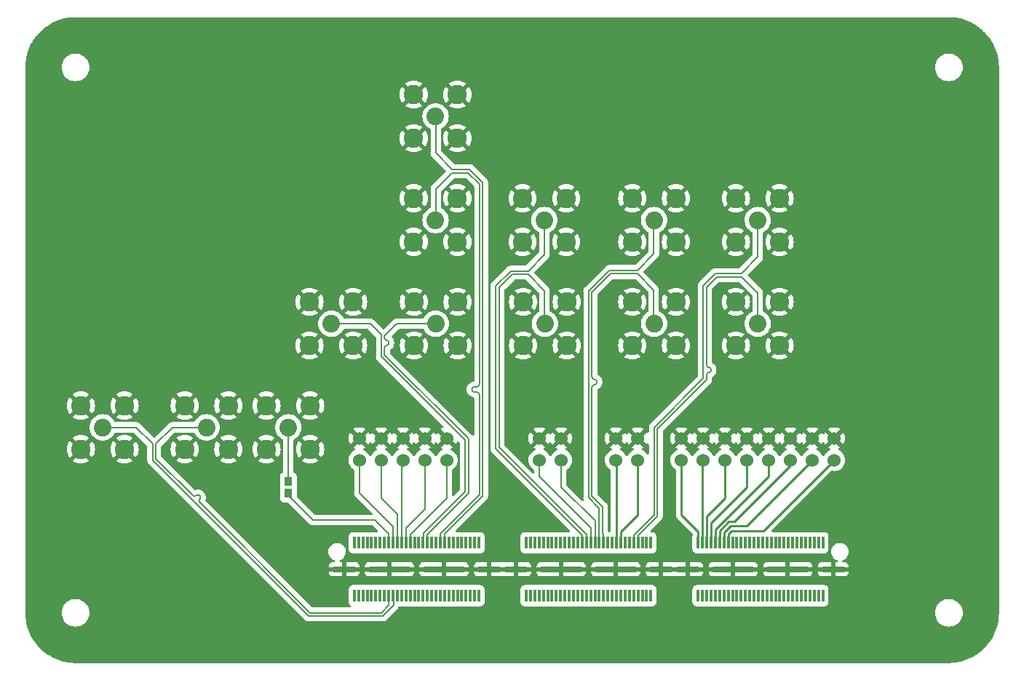
<source format=gbr>
%TF.GenerationSoftware,KiCad,Pcbnew,(6.0.8)*%
%TF.CreationDate,2022-10-28T14:48:27+02:00*%
%TF.ProjectId,XEM8350-BRK-MC1,58454d38-3335-4302-9d42-524b2d4d4331,rev?*%
%TF.SameCoordinates,Original*%
%TF.FileFunction,Copper,L1,Top*%
%TF.FilePolarity,Positive*%
%FSLAX46Y46*%
G04 Gerber Fmt 4.6, Leading zero omitted, Abs format (unit mm)*
G04 Created by KiCad (PCBNEW (6.0.8)) date 2022-10-28 14:48:27*
%MOMM*%
%LPD*%
G01*
G04 APERTURE LIST*
%TA.AperFunction,SMDPad,CuDef*%
%ADD10R,0.960000X1.130000*%
%TD*%
%TA.AperFunction,SMDPad,CuDef*%
%ADD11R,0.305000X1.450000*%
%TD*%
%TA.AperFunction,SMDPad,CuDef*%
%ADD12R,2.540000X0.640000*%
%TD*%
%TA.AperFunction,SMDPad,CuDef*%
%ADD13R,4.700000X0.640000*%
%TD*%
%TA.AperFunction,ComponentPad*%
%ADD14C,2.050000*%
%TD*%
%TA.AperFunction,ComponentPad*%
%ADD15C,2.250000*%
%TD*%
%TA.AperFunction,TestPad*%
%ADD16C,1.524000*%
%TD*%
%TA.AperFunction,Conductor*%
%ADD17C,0.200000*%
%TD*%
%TA.AperFunction,Conductor*%
%ADD18C,0.250000*%
%TD*%
G04 APERTURE END LIST*
D10*
%TO.P,R1,1*%
%TO.N,Net-(P17-Pad1)*%
X113665000Y-124431000D03*
%TO.P,R1,2*%
%TO.N,/PORTA_S26*%
X113665000Y-125759000D03*
%TD*%
D11*
%TO.P,MC1,01,01*%
%TO.N,unconnected-(MC1-Pad01)*%
X121340000Y-131534000D03*
%TO.P,MC1,02,02*%
%TO.N,unconnected-(MC1-Pad02)*%
X121340000Y-137706000D03*
%TO.P,MC1,03,03*%
%TO.N,unconnected-(MC1-Pad03)*%
X121840000Y-131534000D03*
%TO.P,MC1,04,04*%
%TO.N,unconnected-(MC1-Pad04)*%
X121840000Y-137706000D03*
%TO.P,MC1,05,05*%
%TO.N,unconnected-(MC1-Pad05)*%
X122340000Y-131534000D03*
%TO.P,MC1,06,06*%
%TO.N,unconnected-(MC1-Pad06)*%
X122340000Y-137706000D03*
%TO.P,MC1,07,07*%
%TO.N,unconnected-(MC1-Pad07)*%
X122840000Y-131534000D03*
%TO.P,MC1,08,08*%
%TO.N,unconnected-(MC1-Pad08)*%
X122840000Y-137706000D03*
%TO.P,MC1,09,09*%
%TO.N,unconnected-(MC1-Pad09)*%
X123340000Y-131534000D03*
%TO.P,MC1,10,10*%
%TO.N,unconnected-(MC1-Pad10)*%
X123340000Y-137706000D03*
%TO.P,MC1,11,11*%
%TO.N,unconnected-(MC1-Pad11)*%
X123840000Y-131534000D03*
%TO.P,MC1,12,12*%
%TO.N,unconnected-(MC1-Pad12)*%
X123840000Y-137706000D03*
%TO.P,MC1,13,13*%
%TO.N,unconnected-(MC1-Pad13)*%
X124340000Y-131534000D03*
%TO.P,MC1,14,14*%
%TO.N,unconnected-(MC1-Pad14)*%
X124340000Y-137706000D03*
%TO.P,MC1,15,15*%
%TO.N,unconnected-(MC1-Pad15)*%
X124840000Y-131534000D03*
%TO.P,MC1,16,16*%
%TO.N,unconnected-(MC1-Pad16)*%
X124840000Y-137706000D03*
%TO.P,MC1,17,17*%
%TO.N,/PORTA_S26*%
X125340000Y-131534000D03*
%TO.P,MC1,18,18*%
%TO.N,/PORTA_C2P_CLK_N*%
X125340000Y-137706000D03*
%TO.P,MC1,19,19*%
%TO.N,/PORTA_S24*%
X125840000Y-131534000D03*
%TO.P,MC1,20,20*%
%TO.N,/PORTA_C2P_CLK_P*%
X125840000Y-137706000D03*
%TO.P,MC1,21,21*%
%TO.N,/PORTA_S22*%
X126340000Y-131534000D03*
%TO.P,MC1,22,22*%
%TO.N,unconnected-(MC1-Pad22)*%
X126340000Y-137706000D03*
%TO.P,MC1,23,23*%
%TO.N,/PORTA_S20*%
X126840000Y-131534000D03*
%TO.P,MC1,24,24*%
%TO.N,unconnected-(MC1-Pad24)*%
X126840000Y-137706000D03*
%TO.P,MC1,25,25*%
%TO.N,/PORTA_S18*%
X127340000Y-131534000D03*
%TO.P,MC1,26,26*%
%TO.N,unconnected-(MC1-Pad26)*%
X127340000Y-137706000D03*
%TO.P,MC1,27,27*%
%TO.N,/PORTA_S16*%
X127840000Y-131534000D03*
%TO.P,MC1,28,28*%
%TO.N,unconnected-(MC1-Pad28)*%
X127840000Y-137706000D03*
%TO.P,MC1,29,29*%
%TO.N,unconnected-(MC1-Pad29)*%
X128340000Y-131534000D03*
%TO.P,MC1,30,30*%
%TO.N,unconnected-(MC1-Pad30)*%
X128340000Y-137706000D03*
%TO.P,MC1,31,31*%
%TO.N,unconnected-(MC1-Pad31)*%
X128840000Y-131534000D03*
%TO.P,MC1,32,32*%
%TO.N,unconnected-(MC1-Pad32)*%
X128840000Y-137706000D03*
%TO.P,MC1,33,33*%
%TO.N,/PORTA_P2C_CLK_N*%
X129340000Y-131534000D03*
%TO.P,MC1,34,34*%
%TO.N,unconnected-(MC1-Pad34)*%
X129340000Y-137706000D03*
%TO.P,MC1,35,35*%
%TO.N,/PORTA_P2C_CLK_P*%
X129840000Y-131534000D03*
%TO.P,MC1,36,36*%
%TO.N,unconnected-(MC1-Pad36)*%
X129840000Y-137706000D03*
%TO.P,MC1,37,37*%
%TO.N,unconnected-(MC1-Pad37)*%
X130340000Y-131534000D03*
%TO.P,MC1,38,38*%
%TO.N,unconnected-(MC1-Pad38)*%
X130340000Y-137706000D03*
%TO.P,MC1,39,39*%
%TO.N,unconnected-(MC1-Pad39)*%
X130840000Y-131534000D03*
%TO.P,MC1,40,40*%
%TO.N,unconnected-(MC1-Pad40)*%
X130840000Y-137706000D03*
%TO.P,MC1,41,41*%
%TO.N,/PORTA_S6_D2_N*%
X131340000Y-131534000D03*
%TO.P,MC1,42,42*%
%TO.N,unconnected-(MC1-Pad42)*%
X131340000Y-137706000D03*
%TO.P,MC1,43,43*%
%TO.N,/PORTA_S6_D2_P*%
X131840000Y-131534000D03*
%TO.P,MC1,44,44*%
%TO.N,unconnected-(MC1-Pad44)*%
X131840000Y-137706000D03*
%TO.P,MC1,45,45*%
%TO.N,unconnected-(MC1-Pad45)*%
X132340000Y-131534000D03*
%TO.P,MC1,46,46*%
%TO.N,unconnected-(MC1-Pad46)*%
X132340000Y-137706000D03*
%TO.P,MC1,47,47*%
%TO.N,unconnected-(MC1-Pad47)*%
X132840000Y-131534000D03*
%TO.P,MC1,48,48*%
%TO.N,unconnected-(MC1-Pad48)*%
X132840000Y-137706000D03*
%TO.P,MC1,49,49*%
%TO.N,unconnected-(MC1-Pad49)*%
X133340000Y-131534000D03*
%TO.P,MC1,50,50*%
%TO.N,unconnected-(MC1-Pad50)*%
X133340000Y-137706000D03*
%TO.P,MC1,51,51*%
%TO.N,unconnected-(MC1-Pad51)*%
X133840000Y-131534000D03*
%TO.P,MC1,52,52*%
%TO.N,unconnected-(MC1-Pad52)*%
X133840000Y-137706000D03*
%TO.P,MC1,53,53*%
%TO.N,unconnected-(MC1-Pad53)*%
X134340000Y-131534000D03*
%TO.P,MC1,54,54*%
%TO.N,unconnected-(MC1-Pad54)*%
X134340000Y-137706000D03*
%TO.P,MC1,55,55*%
%TO.N,unconnected-(MC1-Pad55)*%
X134840000Y-131534000D03*
%TO.P,MC1,56,56*%
%TO.N,unconnected-(MC1-Pad56)*%
X134840000Y-137706000D03*
%TO.P,MC1,57,57*%
%TO.N,unconnected-(MC1-Pad57)*%
X135340000Y-131534000D03*
%TO.P,MC1,58,58*%
%TO.N,unconnected-(MC1-Pad58)*%
X135340000Y-137706000D03*
%TO.P,MC1,59,59*%
%TO.N,unconnected-(MC1-Pad59)*%
X135840000Y-131534000D03*
%TO.P,MC1,60,60*%
%TO.N,unconnected-(MC1-Pad60)*%
X135840000Y-137706000D03*
D12*
%TO.P,MC1,G1,GND1*%
%TO.N,GND*%
X120145000Y-134620000D03*
%TO.P,MC1,G4,GND4*%
X137035000Y-134620000D03*
D13*
%TO.P,MC1,G2,GND2*%
X125415000Y-134620000D03*
%TO.P,MC1,G3,GND3*%
X131765000Y-134620000D03*
D11*
%TO.P,MC1,61,61*%
%TO.N,unconnected-(MC1-Pad61)*%
X141340000Y-131534000D03*
%TO.P,MC1,62,62*%
%TO.N,unconnected-(MC1-Pad62)*%
X141340000Y-137706000D03*
%TO.P,MC1,63,63*%
%TO.N,unconnected-(MC1-Pad63)*%
X141840000Y-131534000D03*
%TO.P,MC1,64,64*%
%TO.N,unconnected-(MC1-Pad64)*%
X141840000Y-137706000D03*
%TO.P,MC1,65,65*%
%TO.N,unconnected-(MC1-Pad65)*%
X142340000Y-131534000D03*
%TO.P,MC1,66,66*%
%TO.N,unconnected-(MC1-Pad66)*%
X142340000Y-137706000D03*
%TO.P,MC1,67,67*%
%TO.N,unconnected-(MC1-Pad67)*%
X142840000Y-131534000D03*
%TO.P,MC1,68,68*%
%TO.N,unconnected-(MC1-Pad68)*%
X142840000Y-137706000D03*
%TO.P,MC1,69,69*%
%TO.N,unconnected-(MC1-Pad69)*%
X143340000Y-131534000D03*
%TO.P,MC1,70,70*%
%TO.N,unconnected-(MC1-Pad70)*%
X143340000Y-137706000D03*
%TO.P,MC1,71,71*%
%TO.N,unconnected-(MC1-Pad71)*%
X143840000Y-131534000D03*
%TO.P,MC1,72,72*%
%TO.N,unconnected-(MC1-Pad72)*%
X143840000Y-137706000D03*
%TO.P,MC1,73,73*%
%TO.N,unconnected-(MC1-Pad73)*%
X144340000Y-131534000D03*
%TO.P,MC1,74,74*%
%TO.N,unconnected-(MC1-Pad74)*%
X144340000Y-137706000D03*
%TO.P,MC1,75,75*%
%TO.N,unconnected-(MC1-Pad75)*%
X144840000Y-131534000D03*
%TO.P,MC1,76,76*%
%TO.N,unconnected-(MC1-Pad76)*%
X144840000Y-137706000D03*
%TO.P,MC1,77,77*%
%TO.N,unconnected-(MC1-Pad77)*%
X145340000Y-131534000D03*
%TO.P,MC1,78,78*%
%TO.N,unconnected-(MC1-Pad78)*%
X145340000Y-137706000D03*
%TO.P,MC1,79,79*%
%TO.N,unconnected-(MC1-Pad79)*%
X145840000Y-131534000D03*
%TO.P,MC1,80,80*%
%TO.N,unconnected-(MC1-Pad80)*%
X145840000Y-137706000D03*
%TO.P,MC1,81,81*%
%TO.N,unconnected-(MC1-Pad81)*%
X146340000Y-131534000D03*
%TO.P,MC1,82,82*%
%TO.N,unconnected-(MC1-Pad82)*%
X146340000Y-137706000D03*
%TO.P,MC1,83,83*%
%TO.N,unconnected-(MC1-Pad83)*%
X146840000Y-131534000D03*
%TO.P,MC1,84,84*%
%TO.N,unconnected-(MC1-Pad84)*%
X146840000Y-137706000D03*
%TO.P,MC1,85,85*%
%TO.N,unconnected-(MC1-Pad85)*%
X147340000Y-131534000D03*
%TO.P,MC1,86,86*%
%TO.N,unconnected-(MC1-Pad86)*%
X147340000Y-137706000D03*
%TO.P,MC1,87,87*%
%TO.N,/PORTB_C2P_CLK_N*%
X147840000Y-131534000D03*
%TO.P,MC1,88,88*%
%TO.N,unconnected-(MC1-Pad88)*%
X147840000Y-137706000D03*
%TO.P,MC1,89,89*%
%TO.N,/PORTB_C2P_CLK_P*%
X148340000Y-131534000D03*
%TO.P,MC1,90,90*%
%TO.N,unconnected-(MC1-Pad90)*%
X148340000Y-137706000D03*
%TO.P,MC1,91,91*%
%TO.N,/PORTB_S25*%
X148840000Y-131534000D03*
%TO.P,MC1,92,92*%
%TO.N,unconnected-(MC1-Pad92)*%
X148840000Y-137706000D03*
%TO.P,MC1,93,93*%
%TO.N,/PORTB_S18*%
X149340000Y-131534000D03*
%TO.P,MC1,94,94*%
%TO.N,unconnected-(MC1-Pad94)*%
X149340000Y-137706000D03*
%TO.P,MC1,95,95*%
%TO.N,/PORTB_P2C_CLK_N*%
X149840000Y-131534000D03*
%TO.P,MC1,96,96*%
%TO.N,unconnected-(MC1-Pad96)*%
X149840000Y-137706000D03*
%TO.P,MC1,97,97*%
%TO.N,/PORTB_P2C_CLK_P*%
X150340000Y-131534000D03*
%TO.P,MC1,98,98*%
%TO.N,unconnected-(MC1-Pad98)*%
X150340000Y-137706000D03*
%TO.P,MC1,99,99*%
%TO.N,unconnected-(MC1-Pad99)*%
X150840000Y-131534000D03*
%TO.P,MC1,100,100*%
%TO.N,unconnected-(MC1-Pad100)*%
X150840000Y-137706000D03*
%TO.P,MC1,101,101*%
%TO.N,unconnected-(MC1-Pad101)*%
X151340000Y-131534000D03*
%TO.P,MC1,102,102*%
%TO.N,unconnected-(MC1-Pad102)*%
X151340000Y-137706000D03*
%TO.P,MC1,103,103*%
%TO.N,/PORTB_S16*%
X151840000Y-131534000D03*
%TO.P,MC1,104,104*%
%TO.N,unconnected-(MC1-Pad104)*%
X151840000Y-137706000D03*
%TO.P,MC1,105,105*%
%TO.N,/PORTB_S17*%
X152340000Y-131534000D03*
%TO.P,MC1,106,106*%
%TO.N,unconnected-(MC1-Pad106)*%
X152340000Y-137706000D03*
%TO.P,MC1,107,107*%
%TO.N,unconnected-(MC1-Pad107)*%
X152840000Y-131534000D03*
%TO.P,MC1,108,108*%
%TO.N,unconnected-(MC1-Pad108)*%
X152840000Y-137706000D03*
%TO.P,MC1,109,109*%
%TO.N,unconnected-(MC1-Pad109)*%
X153340000Y-131534000D03*
%TO.P,MC1,110,110*%
%TO.N,unconnected-(MC1-Pad110)*%
X153340000Y-137706000D03*
%TO.P,MC1,111,111*%
%TO.N,/PORTB_S15_D7_N*%
X153840000Y-131534000D03*
%TO.P,MC1,112,112*%
%TO.N,unconnected-(MC1-Pad112)*%
X153840000Y-137706000D03*
%TO.P,MC1,113,113*%
%TO.N,/PORTB_S15_D7_P*%
X154340000Y-131534000D03*
%TO.P,MC1,114,114*%
%TO.N,unconnected-(MC1-Pad114)*%
X154340000Y-137706000D03*
%TO.P,MC1,115,115*%
%TO.N,unconnected-(MC1-Pad115)*%
X154840000Y-131534000D03*
%TO.P,MC1,116,116*%
%TO.N,unconnected-(MC1-Pad116)*%
X154840000Y-137706000D03*
%TO.P,MC1,117,117*%
%TO.N,unconnected-(MC1-Pad117)*%
X155340000Y-131534000D03*
%TO.P,MC1,118,118*%
%TO.N,unconnected-(MC1-Pad118)*%
X155340000Y-137706000D03*
%TO.P,MC1,119,119*%
%TO.N,unconnected-(MC1-Pad119)*%
X155840000Y-131534000D03*
%TO.P,MC1,120,120*%
%TO.N,unconnected-(MC1-Pad120)*%
X155840000Y-137706000D03*
D12*
%TO.P,MC1,G5,GND5*%
%TO.N,GND*%
X140145000Y-134620000D03*
%TO.P,MC1,G8,GND8*%
X157035000Y-134620000D03*
D13*
%TO.P,MC1,G6,GND6*%
X145415000Y-134620000D03*
%TO.P,MC1,G7,GND7*%
X151765000Y-134620000D03*
D11*
%TO.P,MC1,121,121*%
%TO.N,/MC1B_1 *%
X161340000Y-131534000D03*
%TO.P,MC1,122,122*%
%TO.N,unconnected-(MC1-Pad122)*%
X161340000Y-137706000D03*
%TO.P,MC1,123,123*%
%TO.N,/MC1B_2*%
X161840000Y-131534000D03*
%TO.P,MC1,124,124*%
%TO.N,unconnected-(MC1-Pad124)*%
X161840000Y-137706000D03*
%TO.P,MC1,125,125*%
%TO.N,/MC1B_5*%
X162340000Y-131534000D03*
%TO.P,MC1,126,126*%
%TO.N,unconnected-(MC1-Pad126)*%
X162340000Y-137706000D03*
%TO.P,MC1,127,127*%
%TO.N,/MC1B_6*%
X162840000Y-131534000D03*
%TO.P,MC1,128,128*%
%TO.N,unconnected-(MC1-Pad128)*%
X162840000Y-137706000D03*
%TO.P,MC1,129,129*%
%TO.N,/MC1B_9*%
X163340000Y-131534000D03*
%TO.P,MC1,130,130*%
%TO.N,unconnected-(MC1-Pad130)*%
X163340000Y-137706000D03*
%TO.P,MC1,131,131*%
%TO.N,/MC1B_10*%
X163840000Y-131534000D03*
%TO.P,MC1,132,132*%
%TO.N,unconnected-(MC1-Pad132)*%
X163840000Y-137706000D03*
%TO.P,MC1,133,133*%
%TO.N,/MC1B_13*%
X164340000Y-131534000D03*
%TO.P,MC1,134,134*%
%TO.N,unconnected-(MC1-Pad134)*%
X164340000Y-137706000D03*
%TO.P,MC1,135,135*%
%TO.N,/MC1B_14*%
X164840000Y-131534000D03*
%TO.P,MC1,136,136*%
%TO.N,unconnected-(MC1-Pad136)*%
X164840000Y-137706000D03*
%TO.P,MC1,137,137*%
%TO.N,unconnected-(MC1-Pad137)*%
X165340000Y-131534000D03*
%TO.P,MC1,138,138*%
%TO.N,unconnected-(MC1-Pad138)*%
X165340000Y-137706000D03*
%TO.P,MC1,139,139*%
%TO.N,unconnected-(MC1-Pad139)*%
X165840000Y-131534000D03*
%TO.P,MC1,140,140*%
%TO.N,unconnected-(MC1-Pad140)*%
X165840000Y-137706000D03*
%TO.P,MC1,141,141*%
%TO.N,unconnected-(MC1-Pad141)*%
X166340000Y-131534000D03*
%TO.P,MC1,142,142*%
%TO.N,unconnected-(MC1-Pad142)*%
X166340000Y-137706000D03*
%TO.P,MC1,143,143*%
%TO.N,unconnected-(MC1-Pad143)*%
X166840000Y-131534000D03*
%TO.P,MC1,144,144*%
%TO.N,unconnected-(MC1-Pad144)*%
X166840000Y-137706000D03*
%TO.P,MC1,145,145*%
%TO.N,unconnected-(MC1-Pad145)*%
X167340000Y-131534000D03*
%TO.P,MC1,146,146*%
%TO.N,unconnected-(MC1-Pad146)*%
X167340000Y-137706000D03*
%TO.P,MC1,147,147*%
%TO.N,unconnected-(MC1-Pad147)*%
X167840000Y-131534000D03*
%TO.P,MC1,148,148*%
%TO.N,unconnected-(MC1-Pad148)*%
X167840000Y-137706000D03*
%TO.P,MC1,149,149*%
%TO.N,unconnected-(MC1-Pad149)*%
X168340000Y-131534000D03*
%TO.P,MC1,150,150*%
%TO.N,unconnected-(MC1-Pad150)*%
X168340000Y-137706000D03*
%TO.P,MC1,151,151*%
%TO.N,unconnected-(MC1-Pad151)*%
X168840000Y-131534000D03*
%TO.P,MC1,152,152*%
%TO.N,unconnected-(MC1-Pad152)*%
X168840000Y-137706000D03*
%TO.P,MC1,153,153*%
%TO.N,unconnected-(MC1-Pad153)*%
X169340000Y-131534000D03*
%TO.P,MC1,154,154*%
%TO.N,unconnected-(MC1-Pad154)*%
X169340000Y-137706000D03*
%TO.P,MC1,155,155*%
%TO.N,unconnected-(MC1-Pad155)*%
X169840000Y-131534000D03*
%TO.P,MC1,156,156*%
%TO.N,unconnected-(MC1-Pad156)*%
X169840000Y-137706000D03*
%TO.P,MC1,157,157*%
%TO.N,unconnected-(MC1-Pad157)*%
X170340000Y-131534000D03*
%TO.P,MC1,158,158*%
%TO.N,unconnected-(MC1-Pad158)*%
X170340000Y-137706000D03*
%TO.P,MC1,159,159*%
%TO.N,unconnected-(MC1-Pad159)*%
X170840000Y-131534000D03*
%TO.P,MC1,160,160*%
%TO.N,unconnected-(MC1-Pad160)*%
X170840000Y-137706000D03*
%TO.P,MC1,161,161*%
%TO.N,unconnected-(MC1-Pad161)*%
X171340000Y-131534000D03*
%TO.P,MC1,162,162*%
%TO.N,unconnected-(MC1-Pad162)*%
X171340000Y-137706000D03*
%TO.P,MC1,163,163*%
%TO.N,unconnected-(MC1-Pad163)*%
X171840000Y-131534000D03*
%TO.P,MC1,164,164*%
%TO.N,unconnected-(MC1-Pad164)*%
X171840000Y-137706000D03*
%TO.P,MC1,165,165*%
%TO.N,unconnected-(MC1-Pad165)*%
X172340000Y-131534000D03*
%TO.P,MC1,166,166*%
%TO.N,unconnected-(MC1-Pad166)*%
X172340000Y-137706000D03*
%TO.P,MC1,167,167*%
%TO.N,unconnected-(MC1-Pad167)*%
X172840000Y-131534000D03*
%TO.P,MC1,168,168*%
%TO.N,unconnected-(MC1-Pad168)*%
X172840000Y-137706000D03*
%TO.P,MC1,169,169*%
%TO.N,unconnected-(MC1-Pad169)*%
X173340000Y-131534000D03*
%TO.P,MC1,170,170*%
%TO.N,unconnected-(MC1-Pad170)*%
X173340000Y-137706000D03*
%TO.P,MC1,171,171*%
%TO.N,unconnected-(MC1-Pad171)*%
X173840000Y-131534000D03*
%TO.P,MC1,172,172*%
%TO.N,unconnected-(MC1-Pad172)*%
X173840000Y-137706000D03*
%TO.P,MC1,173,173*%
%TO.N,unconnected-(MC1-Pad173)*%
X174340000Y-131534000D03*
%TO.P,MC1,174,174*%
%TO.N,unconnected-(MC1-Pad174)*%
X174340000Y-137706000D03*
%TO.P,MC1,175,175*%
%TO.N,unconnected-(MC1-Pad175)*%
X174840000Y-131534000D03*
%TO.P,MC1,176,176*%
%TO.N,unconnected-(MC1-Pad176)*%
X174840000Y-137706000D03*
%TO.P,MC1,177,177*%
%TO.N,unconnected-(MC1-Pad177)*%
X175340000Y-131534000D03*
%TO.P,MC1,178,178*%
%TO.N,unconnected-(MC1-Pad178)*%
X175340000Y-137706000D03*
%TO.P,MC1,179,179*%
%TO.N,unconnected-(MC1-Pad179)*%
X175840000Y-131534000D03*
%TO.P,MC1,180,180*%
%TO.N,unconnected-(MC1-Pad180)*%
X175840000Y-137706000D03*
D12*
%TO.P,MC1,G9,GND9*%
%TO.N,GND*%
X160145000Y-134620000D03*
%TO.P,MC1,G12,GND12*%
X177035000Y-134620000D03*
D13*
%TO.P,MC1,G10,GND10*%
X165415000Y-134620000D03*
%TO.P,MC1,G11,GND11*%
X171765000Y-134620000D03*
%TD*%
D14*
%TO.P,P20,1,In*%
%TO.N,/PORTA_C2P_CLK_P*%
X92075000Y-118110000D03*
D15*
%TO.P,P20,2,Ext*%
%TO.N,GND*%
X94615000Y-120650000D03*
X89535000Y-120650000D03*
X89535000Y-115570000D03*
X94615000Y-115570000D03*
%TD*%
D16*
%TO.P,P25,1,1*%
%TO.N,/PORTA_S18*%
X129540000Y-121920000D03*
%TD*%
D14*
%TO.P,P87,1,In*%
%TO.N,/PORTB_C2P_CLK_N*%
X143449050Y-93980000D03*
D15*
%TO.P,P87,2,Ext*%
%TO.N,GND*%
X140909050Y-96520000D03*
X140909050Y-91440000D03*
X145989050Y-96520000D03*
X145989050Y-91440000D03*
%TD*%
D16*
%TO.P,G3,1,1*%
%TO.N,GND*%
X127000000Y-119380000D03*
%TD*%
%TO.P,G6,1,1*%
%TO.N,GND*%
X142875000Y-119380000D03*
%TD*%
D14*
%TO.P,P97,1,In*%
%TO.N,/PORTB_P2C_CLK_P*%
X156215629Y-106045000D03*
D15*
%TO.P,P97,2,Ext*%
%TO.N,GND*%
X153675629Y-108585000D03*
X158755629Y-103505000D03*
X153675629Y-103505000D03*
X158755629Y-108585000D03*
%TD*%
D16*
%TO.P,P121,1,1*%
%TO.N,/MC1B_1 *%
X159385000Y-121920000D03*
%TD*%
%TO.P,P131,1,1*%
%TO.N,/MC1B_10*%
X172085000Y-121920000D03*
%TD*%
%TO.P,P91,1,1*%
%TO.N,/PORTB_S25*%
X142875000Y-121920000D03*
%TD*%
%TO.P,G5,1,1*%
%TO.N,GND*%
X132080000Y-119380000D03*
%TD*%
D14*
%TO.P,P41,1,In*%
%TO.N,/PORTA_S6_D2_N*%
X130789684Y-93980000D03*
D15*
%TO.P,P41,2,Ext*%
%TO.N,GND*%
X128249684Y-96520000D03*
X128249684Y-91440000D03*
X133329684Y-96520000D03*
X133329684Y-91440000D03*
%TD*%
D16*
%TO.P,G10,1,1*%
%TO.N,GND*%
X159385000Y-119380000D03*
%TD*%
D14*
%TO.P,P17,1,In*%
%TO.N,Net-(P17-Pad1)*%
X113665000Y-118110000D03*
D15*
%TO.P,P17,2,Ext*%
%TO.N,GND*%
X111125000Y-120650000D03*
X111125000Y-115570000D03*
X116205000Y-120650000D03*
X116205000Y-115570000D03*
%TD*%
D14*
%TO.P,P33,1,In*%
%TO.N,/PORTA_P2C_CLK_N*%
X118676250Y-106045000D03*
D15*
%TO.P,P33,2,Ext*%
%TO.N,GND*%
X121216250Y-103505000D03*
X121216250Y-108585000D03*
X116136250Y-103505000D03*
X116136250Y-108585000D03*
%TD*%
D16*
%TO.P,P123,1,1*%
%TO.N,/MC1B_2*%
X161925000Y-121920000D03*
%TD*%
D14*
%TO.P,P89,1,In*%
%TO.N,/PORTB_C2P_CLK_P*%
X143510000Y-106045000D03*
D15*
%TO.P,P89,2,Ext*%
%TO.N,GND*%
X146050000Y-108585000D03*
X146050000Y-103505000D03*
X140970000Y-108585000D03*
X140970000Y-103505000D03*
%TD*%
D16*
%TO.P,G12,1,1*%
%TO.N,GND*%
X164465000Y-119380000D03*
%TD*%
%TO.P,G8,1,1*%
%TO.N,GND*%
X151765000Y-119380000D03*
%TD*%
%TO.P,G9,1,1*%
%TO.N,GND*%
X154305000Y-119380000D03*
%TD*%
D14*
%TO.P,P111,1,In*%
%TO.N,/PORTB_S15_D7_N*%
X168275000Y-93980000D03*
D15*
%TO.P,P111,2,Ext*%
%TO.N,GND*%
X170815000Y-91440000D03*
X170815000Y-96520000D03*
X165735000Y-96520000D03*
X165735000Y-91440000D03*
%TD*%
D16*
%TO.P,G15,1,1*%
%TO.N,GND*%
X172085000Y-119380000D03*
%TD*%
%TO.P,G17,1,1*%
%TO.N,GND*%
X177165000Y-119380000D03*
%TD*%
%TO.P,P135,1,1*%
%TO.N,/MC1B_14*%
X177165000Y-121920000D03*
%TD*%
%TO.P,P133,1,1*%
%TO.N,/MC1B_13*%
X174625000Y-121920000D03*
%TD*%
%TO.P,G16,1,1*%
%TO.N,GND*%
X174625000Y-119380000D03*
%TD*%
D14*
%TO.P,P43,1,In*%
%TO.N,/PORTA_S6_D2_P*%
X130789684Y-81915000D03*
D15*
%TO.P,P43,2,Ext*%
%TO.N,GND*%
X133329684Y-84455000D03*
X128249684Y-84455000D03*
X128249684Y-79375000D03*
X133329684Y-79375000D03*
%TD*%
D16*
%TO.P,P129,1,1*%
%TO.N,/MC1B_9*%
X169545000Y-121920000D03*
%TD*%
%TO.P,P21,1,1*%
%TO.N,/PORTA_S22*%
X124460000Y-121920000D03*
%TD*%
%TO.P,G7,1,1*%
%TO.N,GND*%
X145415000Y-119380000D03*
%TD*%
%TO.P,G14,1,1*%
%TO.N,GND*%
X169545000Y-119380000D03*
%TD*%
D14*
%TO.P,P18,1,In*%
%TO.N,/PORTA_C2P_CLK_N*%
X104140000Y-118110000D03*
D15*
%TO.P,P18,2,Ext*%
%TO.N,GND*%
X101600000Y-115570000D03*
X106680000Y-120650000D03*
X106680000Y-115570000D03*
X101600000Y-120650000D03*
%TD*%
D14*
%TO.P,P35,1,In*%
%TO.N,/PORTA_P2C_CLK_P*%
X130810000Y-106045000D03*
D15*
%TO.P,P35,2,Ext*%
%TO.N,GND*%
X128270000Y-108585000D03*
X128270000Y-103505000D03*
X133350000Y-108585000D03*
X133350000Y-103505000D03*
%TD*%
D16*
%TO.P,G2,1,1*%
%TO.N,GND*%
X124460000Y-119380000D03*
%TD*%
%TO.P,P125,1,1*%
%TO.N,/MC1B_5*%
X164465000Y-121920000D03*
%TD*%
D14*
%TO.P,P95,1,In*%
%TO.N,/PORTB_P2C_CLK_N*%
X156210000Y-93980000D03*
D15*
%TO.P,P95,2,Ext*%
%TO.N,GND*%
X153670000Y-91440000D03*
X158750000Y-91440000D03*
X158750000Y-96520000D03*
X153670000Y-96520000D03*
%TD*%
D16*
%TO.P,G4,1,1*%
%TO.N,GND*%
X129540000Y-119380000D03*
%TD*%
%TO.P,P93,1,1*%
%TO.N,/PORTB_S18*%
X145415000Y-121920000D03*
%TD*%
%TO.P,P127,1,1*%
%TO.N,/MC1B_6*%
X167005000Y-121920000D03*
%TD*%
%TO.P,G13,1,1*%
%TO.N,GND*%
X167005000Y-119380000D03*
%TD*%
%TO.P,P23,1,1*%
%TO.N,/PORTA_S20*%
X127000000Y-121920000D03*
%TD*%
%TO.P,G1,1,1*%
%TO.N,GND*%
X121920000Y-119380000D03*
%TD*%
%TO.P,P103,1,1*%
%TO.N,/PORTB_S16*%
X151765000Y-121920000D03*
%TD*%
%TO.P,P105,1,1*%
%TO.N,/PORTB_S17*%
X154305000Y-121920000D03*
%TD*%
%TO.P,P27,1,1*%
%TO.N,/PORTA_S16*%
X132080000Y-121920000D03*
%TD*%
%TO.P,G11,1,1*%
%TO.N,GND*%
X161925000Y-119380000D03*
%TD*%
%TO.P,P19,1,1*%
%TO.N,/PORTA_S24*%
X121920000Y-121920000D03*
%TD*%
D14*
%TO.P,P113,1,In*%
%TO.N,/PORTB_S15_D7_P*%
X168275000Y-106045000D03*
D15*
%TO.P,P113,2,Ext*%
%TO.N,GND*%
X165735000Y-108585000D03*
X170815000Y-108585000D03*
X165735000Y-103505000D03*
X170815000Y-103505000D03*
%TD*%
D17*
%TO.N,Net-(P17-Pad1)*%
X113665000Y-118745000D02*
X113665000Y-124431000D01*
%TO.N,/PORTA_S26*%
X125340000Y-130506500D02*
X125340000Y-131534000D01*
X116522500Y-128905000D02*
X123738500Y-128905000D01*
X123738500Y-128905000D02*
X125340000Y-130506500D01*
X113665000Y-126047500D02*
X116522500Y-128905000D01*
X113665000Y-125759000D02*
X113665000Y-126047500D01*
%TO.N,/PORTA_S16*%
X127840000Y-131534000D02*
X127840000Y-130605000D01*
X127840000Y-130605000D02*
X132080000Y-126365000D01*
X132080000Y-126365000D02*
X132080000Y-121920000D01*
%TO.N,/PORTA_S24*%
X125840000Y-131534000D02*
X125840000Y-129650000D01*
X125840000Y-129650000D02*
X121920000Y-125730000D01*
X121920000Y-125730000D02*
X121920000Y-121920000D01*
%TO.N,/PORTA_S22*%
X126340000Y-128245000D02*
X124460000Y-126365000D01*
X124460000Y-126365000D02*
X124460000Y-121920000D01*
X126340000Y-131534000D02*
X126340000Y-128245000D01*
D18*
%TO.N,/PORTA_S20*%
X126840000Y-122080000D02*
X127000000Y-121920000D01*
D17*
X126840000Y-131534000D02*
X126840000Y-122080000D01*
%TO.N,/PORTA_S18*%
X127340000Y-131534000D02*
X127340000Y-129835000D01*
X129540000Y-127635000D02*
X129540000Y-121920000D01*
X127340000Y-129835000D02*
X129540000Y-127635000D01*
%TO.N,/PORTB_S25*%
X142875000Y-123825000D02*
X148840000Y-129790000D01*
X142875000Y-121920000D02*
X142875000Y-123825000D01*
X148840000Y-129790000D02*
X148840000Y-131534000D01*
D18*
%TO.N,/PORTB_S18*%
X145415000Y-121920000D02*
X145415000Y-122555000D01*
D17*
X145415000Y-125095000D02*
X149340000Y-129020000D01*
X145415000Y-122555000D02*
X145415000Y-125095000D01*
X149340000Y-129020000D02*
X149340000Y-131534000D01*
D18*
%TO.N,/PORTB_S16*%
X151765000Y-121920000D02*
X151817500Y-121972500D01*
X151817500Y-121972500D02*
X151817500Y-132080000D01*
%TO.N,/PORTB_S17*%
X154305000Y-128270000D02*
X154305000Y-121920000D01*
X152340000Y-130235000D02*
X154305000Y-128270000D01*
X152340000Y-131534000D02*
X152340000Y-130235000D01*
%TO.N,GND*%
X165415000Y-134620000D02*
X171765000Y-134620000D01*
X140145000Y-134620000D02*
X145415000Y-134620000D01*
X171765000Y-134620000D02*
X177035000Y-134620000D01*
X157035000Y-134620000D02*
X160145000Y-134620000D01*
X131765000Y-134620000D02*
X137035000Y-134620000D01*
X125415000Y-134620000D02*
X131765000Y-134620000D01*
X137035000Y-134620000D02*
X140145000Y-134620000D01*
X120145000Y-134620000D02*
X125415000Y-134620000D01*
X160145000Y-134620000D02*
X165415000Y-134620000D01*
X151765000Y-134620000D02*
X157035000Y-134620000D01*
X145415000Y-134620000D02*
X151765000Y-134620000D01*
%TO.N,/MC1B_1 *%
X161340000Y-131534000D02*
X161340000Y-130225000D01*
X159385000Y-128270000D02*
X159385000Y-121920000D01*
X161340000Y-130225000D02*
X159385000Y-128270000D01*
%TO.N,/MC1B_2*%
X161840000Y-131534000D02*
X161840000Y-122005000D01*
X161840000Y-122005000D02*
X161925000Y-121920000D01*
%TO.N,/MC1B_5*%
X162340000Y-131534000D02*
X162340000Y-128490000D01*
X164465000Y-126365000D02*
X164465000Y-121920000D01*
X162340000Y-128490000D02*
X164465000Y-126365000D01*
%TO.N,/MC1B_6*%
X162840000Y-131534000D02*
X162840000Y-129260000D01*
X162840000Y-129260000D02*
X167005000Y-125095000D01*
X167005000Y-125095000D02*
X167005000Y-121920000D01*
%TO.N,/MC1B_9*%
X169545000Y-121920000D02*
X169545000Y-123825000D01*
X169545000Y-123825000D02*
X164730000Y-128640000D01*
X164730000Y-128640000D02*
X164725812Y-128640000D01*
X164725812Y-128640000D02*
X163340000Y-130025812D01*
X163340000Y-130025812D02*
X163340000Y-131534000D01*
%TO.N,/MC1B_10*%
X172085000Y-121920000D02*
X172085000Y-122555000D01*
X164912208Y-129090000D02*
X163840000Y-130162208D01*
X172085000Y-122555000D02*
X165550000Y-129090000D01*
X165550000Y-129090000D02*
X164912208Y-129090000D01*
X163840000Y-130162208D02*
X163840000Y-131534000D01*
%TO.N,/MC1B_13*%
X167005000Y-129540000D02*
X165098604Y-129540000D01*
X165098604Y-129540000D02*
X164340000Y-130298604D01*
X174625000Y-121920000D02*
X167005000Y-129540000D01*
X164340000Y-130298604D02*
X164340000Y-131534000D01*
%TO.N,/MC1B_14*%
X168910000Y-130175000D02*
X165171500Y-130175000D01*
X164840000Y-130506500D02*
X164840000Y-131534000D01*
X165171500Y-130175000D02*
X164840000Y-130506500D01*
X177165000Y-121920000D02*
X168910000Y-130175000D01*
D17*
%TO.N,/PORTA_P2C_CLK_N*%
X123190000Y-106045000D02*
X118676250Y-106045000D01*
X129387500Y-130443314D02*
X134220000Y-125610814D01*
X134220000Y-119615000D02*
X124460000Y-109855000D01*
X124460000Y-109855000D02*
X124460000Y-107315000D01*
X124460000Y-107315000D02*
X123190000Y-106045000D01*
X134220000Y-125610814D02*
X134220000Y-119615000D01*
X129387500Y-132080000D02*
X129387500Y-130443314D01*
%TO.N,/PORTA_P2C_CLK_P*%
X125113401Y-107966600D02*
X125113400Y-107966600D01*
X125113400Y-108566600D02*
X125113401Y-108566600D01*
X134620000Y-119449315D02*
X124860000Y-109689314D01*
X124860000Y-109689314D02*
X124860000Y-108820000D01*
X129840000Y-131534000D02*
X129840000Y-130556500D01*
X134620000Y-125776500D02*
X134620000Y-119449315D01*
X124860000Y-107480686D02*
X126295686Y-106045000D01*
X126295686Y-106045000D02*
X130810000Y-106045000D01*
X125366801Y-108313200D02*
X125366801Y-108220000D01*
X124860000Y-107620000D02*
X124860000Y-107480686D01*
X124860000Y-107713200D02*
X124860000Y-107620000D01*
X129840000Y-130556500D02*
X134620000Y-125776500D01*
X125113400Y-108566600D02*
G75*
G03*
X124860000Y-108820000I0J-253400D01*
G01*
X124860000Y-107713200D02*
G75*
G03*
X125113400Y-107966600I253400J0D01*
G01*
X125366800Y-108313200D02*
G75*
G02*
X125113401Y-108566600I-253400J0D01*
G01*
X125113401Y-107966599D02*
G75*
G02*
X125366801Y-108220000I-1J-253401D01*
G01*
%TO.N,/PORTA_S6_D2_N*%
X131340000Y-131534000D02*
X131340000Y-130469604D01*
X131340000Y-130469604D02*
X135890000Y-125919604D01*
X135890000Y-89784595D02*
X135891230Y-89783365D01*
X135890000Y-113100000D02*
X135890000Y-113050000D01*
X135890000Y-125919604D02*
X135890000Y-114300000D01*
X130811230Y-90376860D02*
X130811230Y-93958454D01*
X132716230Y-88471860D02*
X130811230Y-90376860D01*
X135590000Y-114000000D02*
X135297455Y-114000000D01*
X134579725Y-88471860D02*
X132716230Y-88471860D01*
X135891230Y-89783365D02*
X134579725Y-88471860D01*
X130811230Y-93958454D02*
X130789684Y-93980000D01*
X135890000Y-113050000D02*
X135890000Y-89784595D01*
X135297455Y-113400000D02*
X135590000Y-113400000D01*
X135297455Y-113399955D02*
G75*
G03*
X134997455Y-113700000I45J-300045D01*
G01*
X135590000Y-114000000D02*
G75*
G02*
X135890000Y-114300000I0J-300000D01*
G01*
X134997500Y-113700000D02*
G75*
G03*
X135297455Y-114000000I300000J0D01*
G01*
X135890000Y-113100000D02*
G75*
G02*
X135590000Y-113400000I-300000J0D01*
G01*
%TO.N,/PORTA_S6_D2_P*%
X131840000Y-130535290D02*
X131840000Y-131534000D01*
X136290000Y-126085290D02*
X131840000Y-130535290D01*
X134745411Y-88071860D02*
X136291230Y-89617679D01*
X132716230Y-88071860D02*
X134745411Y-88071860D01*
X136291230Y-89617679D02*
X136291230Y-90044589D01*
X130789684Y-81915000D02*
X130810000Y-81935316D01*
X136291230Y-90044589D02*
X136290000Y-90045819D01*
X136290000Y-90045819D02*
X136290000Y-126085290D01*
X130789684Y-81915000D02*
X130811230Y-81936546D01*
X130811230Y-81936546D02*
X130811230Y-86166860D01*
X130811230Y-86166860D02*
X132716230Y-88071860D01*
%TO.N,/PORTB_C2P_CLK_N*%
X143459338Y-93990288D02*
X143459338Y-97997824D01*
X147840000Y-130658593D02*
X147840000Y-131534000D01*
X141554338Y-99902824D02*
X139526833Y-99902824D01*
X143449050Y-93980000D02*
X143459338Y-93990288D01*
X137795000Y-101634657D02*
X137795000Y-120613593D01*
X139526833Y-99902824D02*
X137795000Y-101634657D01*
X143459338Y-97997824D02*
X141554338Y-99902824D01*
X137795000Y-120613593D02*
X147840000Y-130658593D01*
%TO.N,/PORTB_C2P_CLK_P*%
X143459338Y-105994338D02*
X143459338Y-102207824D01*
X138195000Y-101835000D02*
X138195000Y-120447907D01*
X141554338Y-100302824D02*
X139727176Y-100302824D01*
X148340000Y-130592907D02*
X148340000Y-131534000D01*
X139727176Y-100302824D02*
X138195000Y-101835000D01*
X143459338Y-102207824D02*
X141554338Y-100302824D01*
X138195000Y-120447907D02*
X148340000Y-130592907D01*
%TO.N,/PORTB_P2C_CLK_N*%
X156192852Y-97894749D02*
X154262391Y-99825210D01*
X156210000Y-93980000D02*
X156192852Y-93997148D01*
X156192852Y-93997148D02*
X156192852Y-97894749D01*
X149840000Y-127545686D02*
X149840000Y-131534000D01*
X154262391Y-99825210D02*
X150999790Y-99825210D01*
X148590000Y-102235000D02*
X148590000Y-126295686D01*
X150999790Y-99825210D02*
X148590000Y-102235000D01*
X148590000Y-126295686D02*
X149840000Y-127545686D01*
%TO.N,/PORTB_P2C_CLK_P*%
X148990000Y-112230000D02*
X148990000Y-102400686D01*
X154262391Y-100225210D02*
X156167391Y-102130210D01*
X151165476Y-100225210D02*
X154262391Y-100225210D01*
X156184539Y-106013910D02*
X156215629Y-106045000D01*
X150240000Y-130509000D02*
X150240000Y-127380001D01*
X156167391Y-102130210D02*
X156167391Y-105996762D01*
X148990000Y-126130001D02*
X148990000Y-113430000D01*
X148990000Y-112244330D02*
X148990000Y-112230000D01*
X150340000Y-131534000D02*
X150340000Y-130609000D01*
X156167391Y-105996762D02*
X156215629Y-106045000D01*
X148990000Y-102400686D02*
X151165476Y-100225210D01*
X150240000Y-127380001D02*
X148990000Y-126130001D01*
X149575670Y-112844330D02*
X149575670Y-112830000D01*
X150340000Y-130609000D02*
X150240000Y-130509000D01*
X148989935Y-112244330D02*
G75*
G03*
X149282835Y-112537165I292865J30D01*
G01*
X149282835Y-112537130D02*
G75*
G02*
X149575670Y-112830000I-35J-292870D01*
G01*
X149282835Y-113137200D02*
G75*
G03*
X148990000Y-113430000I-35J-292800D01*
G01*
X149575665Y-112844330D02*
G75*
G02*
X149282835Y-113137165I-292865J30D01*
G01*
%TO.N,/PORTB_S15_D7_N*%
X153840000Y-130640000D02*
X153840000Y-131534000D01*
X168280629Y-98283752D02*
X166375629Y-100188752D01*
X156210000Y-128270000D02*
X153840000Y-130640000D01*
X168280629Y-94405002D02*
X168280629Y-98283752D01*
X163336248Y-100188752D02*
X161925000Y-101600000D01*
X161925000Y-112395000D02*
X156210000Y-118110000D01*
X156210000Y-118110000D02*
X156210000Y-128270000D01*
X166375629Y-100188752D02*
X163336248Y-100188752D01*
X161925000Y-101600000D02*
X161925000Y-112395000D01*
%TO.N,/PORTB_S15_D7_P*%
X162588241Y-111131760D02*
X162588240Y-111131760D01*
X162325000Y-110868520D02*
X162325000Y-110795000D01*
X168280629Y-102493752D02*
X168280629Y-106538752D01*
X154340000Y-130705686D02*
X156610000Y-128435686D01*
X162325000Y-101765686D02*
X163501934Y-100588752D01*
X156610000Y-128435686D02*
X156610000Y-118275686D01*
X154340000Y-131534000D02*
X154340000Y-130705686D01*
X156610000Y-118275686D02*
X162325000Y-112560686D01*
X162588240Y-111731760D02*
X162588241Y-111731760D01*
X162851481Y-111468520D02*
X162851481Y-111395000D01*
X162325000Y-110795000D02*
X162325000Y-101765686D01*
X166375629Y-100588752D02*
X168280629Y-102493752D01*
X162325000Y-112560686D02*
X162325000Y-111995000D01*
X163501934Y-100588752D02*
X166375629Y-100588752D01*
X162588240Y-111731800D02*
G75*
G03*
X162325000Y-111995000I-40J-263200D01*
G01*
X162851460Y-111468520D02*
G75*
G02*
X162588241Y-111731760I-263260J20D01*
G01*
X162324940Y-110868520D02*
G75*
G03*
X162588240Y-111131760I263260J20D01*
G01*
X162588241Y-111131719D02*
G75*
G02*
X162851481Y-111395000I-41J-263281D01*
G01*
%TO.N,/PORTA_C2P_CLK_N*%
X103365688Y-126860970D02*
X103400888Y-126896169D01*
X103365687Y-126471904D02*
X103365688Y-126471906D01*
X125340000Y-138820000D02*
X125340000Y-137706000D01*
X104208750Y-118110000D02*
X100163750Y-118110000D01*
X116204719Y-139700000D02*
X124460000Y-139700000D01*
X98258750Y-121754031D02*
X102552360Y-126047641D01*
X103330488Y-126047641D02*
X103365687Y-126082840D01*
X100163750Y-118110000D02*
X98258750Y-120015000D01*
X103400888Y-126896169D02*
X116204719Y-139700000D01*
X98258750Y-120015000D02*
X98258750Y-121754031D01*
X102941425Y-126047640D02*
X102941424Y-126047641D01*
X124460000Y-139700000D02*
X125340000Y-138820000D01*
X102941432Y-126047647D02*
G75*
G02*
X102552361Y-126047640I-194532J194547D01*
G01*
X103330488Y-126047641D02*
G75*
G03*
X102941424Y-126047641I-194532J-194531D01*
G01*
X103365714Y-126471931D02*
G75*
G03*
X103365686Y-126082841I-194514J194531D01*
G01*
X103365727Y-126860931D02*
G75*
G02*
X103365689Y-126471907I194473J194531D01*
G01*
%TO.N,/PORTA_C2P_CLK_P*%
X97858750Y-121919717D02*
X116039033Y-140100000D01*
X125887500Y-138838186D02*
X125887500Y-138341000D01*
X92075000Y-118110000D02*
X95953750Y-118110000D01*
X95953750Y-118110000D02*
X97858750Y-120015000D01*
X116039033Y-140100000D02*
X124625686Y-140100000D01*
X124625686Y-140100000D02*
X125887500Y-138838186D01*
X97858750Y-120015000D02*
X97858750Y-121919717D01*
%TD*%
%TA.AperFunction,Conductor*%
%TO.N,GND*%
G36*
X190470018Y-70360000D02*
G01*
X190484852Y-70362310D01*
X190484855Y-70362310D01*
X190493724Y-70363691D01*
X190502626Y-70362527D01*
X190502627Y-70362527D01*
X190515104Y-70360896D01*
X190536385Y-70359930D01*
X190953369Y-70376313D01*
X190963232Y-70377089D01*
X191408901Y-70429838D01*
X191418672Y-70431386D01*
X191642935Y-70475994D01*
X191858828Y-70518938D01*
X191868434Y-70521244D01*
X192300362Y-70643060D01*
X192309752Y-70646111D01*
X192730802Y-70801445D01*
X192739942Y-70805231D01*
X193147496Y-70993115D01*
X193156311Y-70997607D01*
X193547850Y-71216880D01*
X193556286Y-71222049D01*
X193929438Y-71471381D01*
X193937426Y-71477184D01*
X194089573Y-71597128D01*
X194289861Y-71755023D01*
X194297384Y-71761448D01*
X194445809Y-71898650D01*
X194626940Y-72066086D01*
X194633914Y-72073060D01*
X194801350Y-72254191D01*
X194938552Y-72402616D01*
X194944977Y-72410139D01*
X195222810Y-72762566D01*
X195228625Y-72770570D01*
X195477951Y-73143714D01*
X195483120Y-73152150D01*
X195702393Y-73543689D01*
X195706885Y-73552504D01*
X195894769Y-73960058D01*
X195898555Y-73969198D01*
X196053886Y-74390238D01*
X196056940Y-74399638D01*
X196159974Y-74764970D01*
X196178754Y-74831559D01*
X196181062Y-74841172D01*
X196191704Y-74894672D01*
X196268614Y-75281328D01*
X196270162Y-75291099D01*
X196322911Y-75736768D01*
X196323687Y-75746631D01*
X196339776Y-76156134D01*
X196338373Y-76180463D01*
X196337691Y-76184847D01*
X196336309Y-76193724D01*
X196337473Y-76202626D01*
X196337473Y-76202628D01*
X196340436Y-76225283D01*
X196341500Y-76241621D01*
X196341500Y-139650633D01*
X196340000Y-139670018D01*
X196336309Y-139693724D01*
X196337473Y-139702626D01*
X196337473Y-139702627D01*
X196339104Y-139715104D01*
X196340070Y-139736385D01*
X196323687Y-140153369D01*
X196322911Y-140163232D01*
X196270162Y-140608901D01*
X196268614Y-140618672D01*
X196249702Y-140713750D01*
X196191191Y-141007910D01*
X196181064Y-141058821D01*
X196178756Y-141068434D01*
X196111051Y-141308500D01*
X196056943Y-141500352D01*
X196053886Y-141509762D01*
X195898555Y-141930802D01*
X195894769Y-141939942D01*
X195706885Y-142347496D01*
X195702393Y-142356311D01*
X195483120Y-142747850D01*
X195477951Y-142756286D01*
X195228625Y-143129430D01*
X195222810Y-143137434D01*
X194944977Y-143489861D01*
X194938552Y-143497384D01*
X194801350Y-143645809D01*
X194633914Y-143826940D01*
X194626940Y-143833914D01*
X194445809Y-144001350D01*
X194297384Y-144138552D01*
X194289861Y-144144977D01*
X194089573Y-144302872D01*
X193937426Y-144422816D01*
X193929438Y-144428619D01*
X193743612Y-144552784D01*
X193556286Y-144677951D01*
X193547850Y-144683120D01*
X193156311Y-144902393D01*
X193147496Y-144906885D01*
X192739942Y-145094769D01*
X192730804Y-145098554D01*
X192309752Y-145253889D01*
X192300362Y-145256940D01*
X191868434Y-145378756D01*
X191858828Y-145381062D01*
X191642935Y-145424006D01*
X191418672Y-145468614D01*
X191408901Y-145470162D01*
X190963232Y-145522911D01*
X190953369Y-145523687D01*
X190543866Y-145539776D01*
X190519537Y-145538373D01*
X190515153Y-145537691D01*
X190515152Y-145537691D01*
X190506276Y-145536309D01*
X190497374Y-145537473D01*
X190497372Y-145537473D01*
X190482323Y-145539441D01*
X190474714Y-145540436D01*
X190458379Y-145541500D01*
X88949367Y-145541500D01*
X88929982Y-145540000D01*
X88915148Y-145537690D01*
X88915145Y-145537690D01*
X88906276Y-145536309D01*
X88897374Y-145537473D01*
X88897373Y-145537473D01*
X88884896Y-145539104D01*
X88863615Y-145540070D01*
X88446631Y-145523687D01*
X88436768Y-145522911D01*
X87991099Y-145470162D01*
X87981328Y-145468614D01*
X87757065Y-145424006D01*
X87541172Y-145381062D01*
X87531566Y-145378756D01*
X87099638Y-145256940D01*
X87090248Y-145253889D01*
X86669196Y-145098554D01*
X86660058Y-145094769D01*
X86252504Y-144906885D01*
X86243689Y-144902393D01*
X85852150Y-144683120D01*
X85843714Y-144677951D01*
X85656388Y-144552784D01*
X85470562Y-144428619D01*
X85462574Y-144422816D01*
X85310427Y-144302872D01*
X85110139Y-144144977D01*
X85102616Y-144138552D01*
X84954191Y-144001350D01*
X84773060Y-143833914D01*
X84766086Y-143826940D01*
X84598650Y-143645809D01*
X84461448Y-143497384D01*
X84455023Y-143489861D01*
X84177190Y-143137434D01*
X84171375Y-143129430D01*
X83922049Y-142756286D01*
X83916880Y-142747850D01*
X83697607Y-142356311D01*
X83693115Y-142347496D01*
X83505231Y-141939942D01*
X83501445Y-141930802D01*
X83346114Y-141509762D01*
X83343057Y-141500352D01*
X83288950Y-141308500D01*
X83221244Y-141068434D01*
X83218936Y-141058821D01*
X83208810Y-141007910D01*
X83150298Y-140713750D01*
X83131386Y-140618672D01*
X83129838Y-140608901D01*
X83077089Y-140163232D01*
X83076313Y-140153369D01*
X83060372Y-139747645D01*
X83062021Y-139721794D01*
X83063576Y-139712552D01*
X83063729Y-139700000D01*
X87286526Y-139700000D01*
X87306391Y-139952403D01*
X87365495Y-140198591D01*
X87462384Y-140432502D01*
X87594672Y-140648376D01*
X87759102Y-140840898D01*
X87951624Y-141005328D01*
X88167498Y-141137616D01*
X88172068Y-141139509D01*
X88172072Y-141139511D01*
X88218662Y-141158809D01*
X88401409Y-141234505D01*
X88486032Y-141254821D01*
X88642784Y-141292454D01*
X88642790Y-141292455D01*
X88647597Y-141293609D01*
X88747416Y-141301465D01*
X88834345Y-141308307D01*
X88834352Y-141308307D01*
X88836801Y-141308500D01*
X88963199Y-141308500D01*
X88965648Y-141308307D01*
X88965655Y-141308307D01*
X89052584Y-141301465D01*
X89152403Y-141293609D01*
X89157210Y-141292455D01*
X89157216Y-141292454D01*
X89313968Y-141254821D01*
X89398591Y-141234505D01*
X89581338Y-141158809D01*
X89627928Y-141139511D01*
X89627932Y-141139509D01*
X89632502Y-141137616D01*
X89848376Y-141005328D01*
X90040898Y-140840898D01*
X90205328Y-140648376D01*
X90337616Y-140432502D01*
X90434505Y-140198591D01*
X90493609Y-139952403D01*
X90513474Y-139700000D01*
X90493609Y-139447597D01*
X90434505Y-139201409D01*
X90413397Y-139150449D01*
X90339511Y-138972072D01*
X90339509Y-138972068D01*
X90337616Y-138967498D01*
X90205328Y-138751624D01*
X90040898Y-138559102D01*
X89848376Y-138394672D01*
X89632502Y-138262384D01*
X89627932Y-138260491D01*
X89627928Y-138260489D01*
X89403164Y-138167389D01*
X89403162Y-138167388D01*
X89398591Y-138165495D01*
X89313968Y-138145179D01*
X89157216Y-138107546D01*
X89157210Y-138107545D01*
X89152403Y-138106391D01*
X89052584Y-138098535D01*
X88965655Y-138091693D01*
X88965648Y-138091693D01*
X88963199Y-138091500D01*
X88836801Y-138091500D01*
X88834352Y-138091693D01*
X88834345Y-138091693D01*
X88747416Y-138098535D01*
X88647597Y-138106391D01*
X88642790Y-138107545D01*
X88642784Y-138107546D01*
X88486032Y-138145179D01*
X88401409Y-138165495D01*
X88396838Y-138167388D01*
X88396836Y-138167389D01*
X88172072Y-138260489D01*
X88172068Y-138260491D01*
X88167498Y-138262384D01*
X87951624Y-138394672D01*
X87759102Y-138559102D01*
X87594672Y-138751624D01*
X87462384Y-138967498D01*
X87460491Y-138972068D01*
X87460489Y-138972072D01*
X87386603Y-139150449D01*
X87365495Y-139201409D01*
X87306391Y-139447597D01*
X87286526Y-139700000D01*
X83063729Y-139700000D01*
X83059773Y-139672376D01*
X83058500Y-139654514D01*
X83058500Y-121974471D01*
X88575884Y-121974471D01*
X88579570Y-121979740D01*
X88787121Y-122106927D01*
X88795915Y-122111408D01*
X89024242Y-122205984D01*
X89033627Y-122209033D01*
X89273940Y-122266728D01*
X89283687Y-122268271D01*
X89530070Y-122287662D01*
X89539930Y-122287662D01*
X89786313Y-122268271D01*
X89796060Y-122266728D01*
X90036373Y-122209033D01*
X90045758Y-122205984D01*
X90274085Y-122111408D01*
X90282879Y-122106927D01*
X90488928Y-121980660D01*
X90492968Y-121974471D01*
X93655884Y-121974471D01*
X93659570Y-121979740D01*
X93867121Y-122106927D01*
X93875915Y-122111408D01*
X94104242Y-122205984D01*
X94113627Y-122209033D01*
X94353940Y-122266728D01*
X94363687Y-122268271D01*
X94610070Y-122287662D01*
X94619930Y-122287662D01*
X94866313Y-122268271D01*
X94876060Y-122266728D01*
X95116373Y-122209033D01*
X95125758Y-122205984D01*
X95354085Y-122111408D01*
X95362879Y-122106927D01*
X95568928Y-121980660D01*
X95574190Y-121972599D01*
X95568183Y-121962393D01*
X94627812Y-121022022D01*
X94613868Y-121014408D01*
X94612035Y-121014539D01*
X94605420Y-121018790D01*
X93663276Y-121960934D01*
X93655884Y-121974471D01*
X90492968Y-121974471D01*
X90494190Y-121972599D01*
X90488183Y-121962393D01*
X89547812Y-121022022D01*
X89533868Y-121014408D01*
X89532035Y-121014539D01*
X89525420Y-121018790D01*
X88583276Y-121960934D01*
X88575884Y-121974471D01*
X83058500Y-121974471D01*
X83058500Y-120654930D01*
X87897338Y-120654930D01*
X87916729Y-120901313D01*
X87918272Y-120911060D01*
X87975967Y-121151373D01*
X87979016Y-121160758D01*
X88073592Y-121389085D01*
X88078073Y-121397879D01*
X88204340Y-121603928D01*
X88212401Y-121609190D01*
X88222607Y-121603183D01*
X89162978Y-120662812D01*
X89169356Y-120651132D01*
X89899408Y-120651132D01*
X89899539Y-120652965D01*
X89903790Y-120659580D01*
X90845934Y-121601724D01*
X90859471Y-121609116D01*
X90864740Y-121605430D01*
X90991927Y-121397879D01*
X90996408Y-121389085D01*
X91090984Y-121160758D01*
X91094033Y-121151373D01*
X91151728Y-120911060D01*
X91153271Y-120901313D01*
X91172662Y-120654930D01*
X92977338Y-120654930D01*
X92996729Y-120901313D01*
X92998272Y-120911060D01*
X93055967Y-121151373D01*
X93059016Y-121160758D01*
X93153592Y-121389085D01*
X93158073Y-121397879D01*
X93284340Y-121603928D01*
X93292401Y-121609190D01*
X93302607Y-121603183D01*
X94242978Y-120662812D01*
X94249356Y-120651132D01*
X94979408Y-120651132D01*
X94979539Y-120652965D01*
X94983790Y-120659580D01*
X95925934Y-121601724D01*
X95939471Y-121609116D01*
X95944740Y-121605430D01*
X96071927Y-121397879D01*
X96076408Y-121389085D01*
X96170984Y-121160758D01*
X96174033Y-121151373D01*
X96231728Y-120911060D01*
X96233271Y-120901313D01*
X96252662Y-120654930D01*
X96252662Y-120645070D01*
X96233271Y-120398687D01*
X96231728Y-120388940D01*
X96174033Y-120148627D01*
X96170984Y-120139242D01*
X96076408Y-119910915D01*
X96071927Y-119902121D01*
X95945660Y-119696072D01*
X95937599Y-119690810D01*
X95927393Y-119696817D01*
X94987022Y-120637188D01*
X94979408Y-120651132D01*
X94249356Y-120651132D01*
X94250592Y-120648868D01*
X94250461Y-120647035D01*
X94246210Y-120640420D01*
X93304066Y-119698276D01*
X93290529Y-119690884D01*
X93285260Y-119694570D01*
X93158073Y-119902121D01*
X93153592Y-119910915D01*
X93059016Y-120139242D01*
X93055967Y-120148627D01*
X92998272Y-120388940D01*
X92996729Y-120398687D01*
X92977338Y-120645070D01*
X92977338Y-120654930D01*
X91172662Y-120654930D01*
X91172662Y-120645070D01*
X91153271Y-120398687D01*
X91151728Y-120388940D01*
X91094033Y-120148627D01*
X91090984Y-120139242D01*
X90996408Y-119910915D01*
X90991927Y-119902121D01*
X90865660Y-119696072D01*
X90857599Y-119690810D01*
X90847393Y-119696817D01*
X89907022Y-120637188D01*
X89899408Y-120651132D01*
X89169356Y-120651132D01*
X89170592Y-120648868D01*
X89170461Y-120647035D01*
X89166210Y-120640420D01*
X88224066Y-119698276D01*
X88210529Y-119690884D01*
X88205260Y-119694570D01*
X88078073Y-119902121D01*
X88073592Y-119910915D01*
X87979016Y-120139242D01*
X87975967Y-120148627D01*
X87918272Y-120388940D01*
X87916729Y-120398687D01*
X87897338Y-120645070D01*
X87897338Y-120654930D01*
X83058500Y-120654930D01*
X83058500Y-119327401D01*
X88575810Y-119327401D01*
X88581817Y-119337607D01*
X89522188Y-120277978D01*
X89536132Y-120285592D01*
X89537965Y-120285461D01*
X89544580Y-120281210D01*
X90486724Y-119339066D01*
X90494116Y-119325529D01*
X90490430Y-119320260D01*
X90282879Y-119193073D01*
X90274085Y-119188592D01*
X90045758Y-119094016D01*
X90036373Y-119090967D01*
X89796060Y-119033272D01*
X89786313Y-119031729D01*
X89539930Y-119012338D01*
X89530070Y-119012338D01*
X89283687Y-119031729D01*
X89273940Y-119033272D01*
X89033627Y-119090967D01*
X89024242Y-119094016D01*
X88795915Y-119188592D01*
X88787121Y-119193073D01*
X88581072Y-119319340D01*
X88575810Y-119327401D01*
X83058500Y-119327401D01*
X83058500Y-118110000D01*
X90536758Y-118110000D01*
X90555696Y-118350634D01*
X90556850Y-118355441D01*
X90556851Y-118355447D01*
X90589354Y-118490830D01*
X90612045Y-118585343D01*
X90613938Y-118589914D01*
X90613939Y-118589916D01*
X90699417Y-118796278D01*
X90704416Y-118808347D01*
X90830536Y-119014156D01*
X90987299Y-119197701D01*
X91170844Y-119354464D01*
X91376653Y-119480584D01*
X91381223Y-119482477D01*
X91381227Y-119482479D01*
X91505297Y-119533870D01*
X91599657Y-119572955D01*
X91682039Y-119592733D01*
X91829553Y-119628149D01*
X91829559Y-119628150D01*
X91834366Y-119629304D01*
X92075000Y-119648242D01*
X92315634Y-119629304D01*
X92320441Y-119628150D01*
X92320447Y-119628149D01*
X92467961Y-119592733D01*
X92550343Y-119572955D01*
X92644703Y-119533870D01*
X92768773Y-119482479D01*
X92768777Y-119482477D01*
X92773347Y-119480584D01*
X92979156Y-119354464D01*
X93010843Y-119327401D01*
X93655810Y-119327401D01*
X93661817Y-119337607D01*
X94602188Y-120277978D01*
X94616132Y-120285592D01*
X94617965Y-120285461D01*
X94624580Y-120281210D01*
X95566724Y-119339066D01*
X95574116Y-119325529D01*
X95570430Y-119320260D01*
X95362879Y-119193073D01*
X95354085Y-119188592D01*
X95125758Y-119094016D01*
X95116373Y-119090967D01*
X94876060Y-119033272D01*
X94866313Y-119031729D01*
X94619930Y-119012338D01*
X94610070Y-119012338D01*
X94363687Y-119031729D01*
X94353940Y-119033272D01*
X94113627Y-119090967D01*
X94104242Y-119094016D01*
X93875915Y-119188592D01*
X93867121Y-119193073D01*
X93661072Y-119319340D01*
X93655810Y-119327401D01*
X93010843Y-119327401D01*
X93162701Y-119197701D01*
X93319464Y-119014156D01*
X93445584Y-118808347D01*
X93447479Y-118803773D01*
X93447482Y-118803767D01*
X93450584Y-118796278D01*
X93495134Y-118740998D01*
X93566991Y-118718500D01*
X95649511Y-118718500D01*
X95717632Y-118738502D01*
X95738606Y-118755405D01*
X97213345Y-120230144D01*
X97247371Y-120292456D01*
X97250250Y-120319239D01*
X97250250Y-121871581D01*
X97249172Y-121888024D01*
X97245000Y-121919717D01*
X97250250Y-121959597D01*
X97250250Y-121959602D01*
X97258187Y-122019889D01*
X97265912Y-122078568D01*
X97327226Y-122226593D01*
X97332253Y-122233144D01*
X97332254Y-122233146D01*
X97400270Y-122321786D01*
X97400276Y-122321792D01*
X97424763Y-122353704D01*
X97431318Y-122358734D01*
X97450129Y-122373169D01*
X97462520Y-122384036D01*
X115574718Y-140496234D01*
X115585585Y-140508625D01*
X115605046Y-140533987D01*
X115611596Y-140539013D01*
X115636954Y-140558471D01*
X115636970Y-140558485D01*
X115686338Y-140596366D01*
X115732157Y-140631524D01*
X115880182Y-140692838D01*
X115888369Y-140693916D01*
X115888370Y-140693916D01*
X115899575Y-140695391D01*
X115930771Y-140699498D01*
X115999148Y-140708500D01*
X115999151Y-140708500D01*
X115999159Y-140708501D01*
X116030844Y-140712672D01*
X116039033Y-140713750D01*
X116070726Y-140709578D01*
X116087169Y-140708500D01*
X124577550Y-140708500D01*
X124593993Y-140709578D01*
X124625686Y-140713750D01*
X124633875Y-140712672D01*
X124665560Y-140708501D01*
X124665570Y-140708500D01*
X124665571Y-140708500D01*
X124665587Y-140708498D01*
X124765143Y-140695391D01*
X124776350Y-140693916D01*
X124776352Y-140693915D01*
X124784537Y-140692838D01*
X124932562Y-140631524D01*
X125027748Y-140558485D01*
X125027755Y-140558480D01*
X125027761Y-140558474D01*
X125053120Y-140539015D01*
X125059673Y-140533987D01*
X125064703Y-140527432D01*
X125079138Y-140508621D01*
X125090005Y-140496230D01*
X125886235Y-139700000D01*
X188886526Y-139700000D01*
X188906391Y-139952403D01*
X188965495Y-140198591D01*
X189062384Y-140432502D01*
X189194672Y-140648376D01*
X189359102Y-140840898D01*
X189551624Y-141005328D01*
X189767498Y-141137616D01*
X189772068Y-141139509D01*
X189772072Y-141139511D01*
X189818662Y-141158809D01*
X190001409Y-141234505D01*
X190086032Y-141254821D01*
X190242784Y-141292454D01*
X190242790Y-141292455D01*
X190247597Y-141293609D01*
X190347416Y-141301465D01*
X190434345Y-141308307D01*
X190434352Y-141308307D01*
X190436801Y-141308500D01*
X190563199Y-141308500D01*
X190565648Y-141308307D01*
X190565655Y-141308307D01*
X190652584Y-141301465D01*
X190752403Y-141293609D01*
X190757210Y-141292455D01*
X190757216Y-141292454D01*
X190913968Y-141254821D01*
X190998591Y-141234505D01*
X191181338Y-141158809D01*
X191227928Y-141139511D01*
X191227932Y-141139509D01*
X191232502Y-141137616D01*
X191448376Y-141005328D01*
X191640898Y-140840898D01*
X191805328Y-140648376D01*
X191937616Y-140432502D01*
X192034505Y-140198591D01*
X192093609Y-139952403D01*
X192113474Y-139700000D01*
X192093609Y-139447597D01*
X192034505Y-139201409D01*
X192013397Y-139150449D01*
X191939511Y-138972072D01*
X191939509Y-138972068D01*
X191937616Y-138967498D01*
X191805328Y-138751624D01*
X191640898Y-138559102D01*
X191448376Y-138394672D01*
X191232502Y-138262384D01*
X191227932Y-138260491D01*
X191227928Y-138260489D01*
X191003164Y-138167389D01*
X191003162Y-138167388D01*
X190998591Y-138165495D01*
X190913968Y-138145179D01*
X190757216Y-138107546D01*
X190757210Y-138107545D01*
X190752403Y-138106391D01*
X190652584Y-138098535D01*
X190565655Y-138091693D01*
X190565648Y-138091693D01*
X190563199Y-138091500D01*
X190436801Y-138091500D01*
X190434352Y-138091693D01*
X190434345Y-138091693D01*
X190347416Y-138098535D01*
X190247597Y-138106391D01*
X190242790Y-138107545D01*
X190242784Y-138107546D01*
X190086032Y-138145179D01*
X190001409Y-138165495D01*
X189996838Y-138167388D01*
X189996836Y-138167389D01*
X189772072Y-138260489D01*
X189772068Y-138260491D01*
X189767498Y-138262384D01*
X189551624Y-138394672D01*
X189359102Y-138559102D01*
X189194672Y-138751624D01*
X189062384Y-138967498D01*
X189060491Y-138972068D01*
X189060489Y-138972072D01*
X188986603Y-139150449D01*
X188965495Y-139201409D01*
X188906391Y-139447597D01*
X188886526Y-139700000D01*
X125886235Y-139700000D01*
X126283734Y-139302501D01*
X126296125Y-139291634D01*
X126314937Y-139277199D01*
X126321487Y-139272173D01*
X126345974Y-139240261D01*
X126345977Y-139240258D01*
X126419023Y-139145062D01*
X126419024Y-139145061D01*
X126473855Y-139012688D01*
X126518402Y-138957408D01*
X126585766Y-138934987D01*
X126603871Y-138935644D01*
X126635969Y-138939131D01*
X126639366Y-138939500D01*
X127040634Y-138939500D01*
X127076395Y-138935615D01*
X127103605Y-138935615D01*
X127139366Y-138939500D01*
X127540634Y-138939500D01*
X127576395Y-138935615D01*
X127603605Y-138935615D01*
X127639366Y-138939500D01*
X128040634Y-138939500D01*
X128076395Y-138935615D01*
X128103605Y-138935615D01*
X128139366Y-138939500D01*
X128540634Y-138939500D01*
X128576395Y-138935615D01*
X128603605Y-138935615D01*
X128639366Y-138939500D01*
X129040634Y-138939500D01*
X129076395Y-138935615D01*
X129103605Y-138935615D01*
X129139366Y-138939500D01*
X129540634Y-138939500D01*
X129576395Y-138935615D01*
X129603605Y-138935615D01*
X129639366Y-138939500D01*
X130040634Y-138939500D01*
X130076395Y-138935615D01*
X130103605Y-138935615D01*
X130139366Y-138939500D01*
X130540634Y-138939500D01*
X130576395Y-138935615D01*
X130603605Y-138935615D01*
X130639366Y-138939500D01*
X131040634Y-138939500D01*
X131076395Y-138935615D01*
X131103605Y-138935615D01*
X131139366Y-138939500D01*
X131540634Y-138939500D01*
X131576395Y-138935615D01*
X131603605Y-138935615D01*
X131639366Y-138939500D01*
X132040634Y-138939500D01*
X132076395Y-138935615D01*
X132103605Y-138935615D01*
X132139366Y-138939500D01*
X132540634Y-138939500D01*
X132576395Y-138935615D01*
X132603605Y-138935615D01*
X132639366Y-138939500D01*
X133040634Y-138939500D01*
X133076395Y-138935615D01*
X133103605Y-138935615D01*
X133139366Y-138939500D01*
X133540634Y-138939500D01*
X133576395Y-138935615D01*
X133603605Y-138935615D01*
X133639366Y-138939500D01*
X134040634Y-138939500D01*
X134076395Y-138935615D01*
X134103605Y-138935615D01*
X134139366Y-138939500D01*
X134540634Y-138939500D01*
X134576395Y-138935615D01*
X134603605Y-138935615D01*
X134639366Y-138939500D01*
X135040634Y-138939500D01*
X135076395Y-138935615D01*
X135103605Y-138935615D01*
X135139366Y-138939500D01*
X135540634Y-138939500D01*
X135576395Y-138935615D01*
X135603605Y-138935615D01*
X135639366Y-138939500D01*
X136040634Y-138939500D01*
X136102816Y-138932745D01*
X136239205Y-138881615D01*
X136355761Y-138794261D01*
X136443115Y-138677705D01*
X136494245Y-138541316D01*
X136501000Y-138479134D01*
X140679000Y-138479134D01*
X140685755Y-138541316D01*
X140736885Y-138677705D01*
X140824239Y-138794261D01*
X140940795Y-138881615D01*
X141077184Y-138932745D01*
X141139366Y-138939500D01*
X141540634Y-138939500D01*
X141576395Y-138935615D01*
X141603605Y-138935615D01*
X141639366Y-138939500D01*
X142040634Y-138939500D01*
X142076395Y-138935615D01*
X142103605Y-138935615D01*
X142139366Y-138939500D01*
X142540634Y-138939500D01*
X142576395Y-138935615D01*
X142603605Y-138935615D01*
X142639366Y-138939500D01*
X143040634Y-138939500D01*
X143076395Y-138935615D01*
X143103605Y-138935615D01*
X143139366Y-138939500D01*
X143540634Y-138939500D01*
X143576395Y-138935615D01*
X143603605Y-138935615D01*
X143639366Y-138939500D01*
X144040634Y-138939500D01*
X144076395Y-138935615D01*
X144103605Y-138935615D01*
X144139366Y-138939500D01*
X144540634Y-138939500D01*
X144576395Y-138935615D01*
X144603605Y-138935615D01*
X144639366Y-138939500D01*
X145040634Y-138939500D01*
X145076395Y-138935615D01*
X145103605Y-138935615D01*
X145139366Y-138939500D01*
X145540634Y-138939500D01*
X145576395Y-138935615D01*
X145603605Y-138935615D01*
X145639366Y-138939500D01*
X146040634Y-138939500D01*
X146076395Y-138935615D01*
X146103605Y-138935615D01*
X146139366Y-138939500D01*
X146540634Y-138939500D01*
X146576395Y-138935615D01*
X146603605Y-138935615D01*
X146639366Y-138939500D01*
X147040634Y-138939500D01*
X147076395Y-138935615D01*
X147103605Y-138935615D01*
X147139366Y-138939500D01*
X147540634Y-138939500D01*
X147576395Y-138935615D01*
X147603605Y-138935615D01*
X147639366Y-138939500D01*
X148040634Y-138939500D01*
X148076395Y-138935615D01*
X148103605Y-138935615D01*
X148139366Y-138939500D01*
X148540634Y-138939500D01*
X148576395Y-138935615D01*
X148603605Y-138935615D01*
X148639366Y-138939500D01*
X149040634Y-138939500D01*
X149076395Y-138935615D01*
X149103605Y-138935615D01*
X149139366Y-138939500D01*
X149540634Y-138939500D01*
X149576395Y-138935615D01*
X149603605Y-138935615D01*
X149639366Y-138939500D01*
X150040634Y-138939500D01*
X150076395Y-138935615D01*
X150103605Y-138935615D01*
X150139366Y-138939500D01*
X150540634Y-138939500D01*
X150576395Y-138935615D01*
X150603605Y-138935615D01*
X150639366Y-138939500D01*
X151040634Y-138939500D01*
X151076395Y-138935615D01*
X151103605Y-138935615D01*
X151139366Y-138939500D01*
X151540634Y-138939500D01*
X151576395Y-138935615D01*
X151603605Y-138935615D01*
X151639366Y-138939500D01*
X152040634Y-138939500D01*
X152076395Y-138935615D01*
X152103605Y-138935615D01*
X152139366Y-138939500D01*
X152540634Y-138939500D01*
X152576395Y-138935615D01*
X152603605Y-138935615D01*
X152639366Y-138939500D01*
X153040634Y-138939500D01*
X153076395Y-138935615D01*
X153103605Y-138935615D01*
X153139366Y-138939500D01*
X153540634Y-138939500D01*
X153576395Y-138935615D01*
X153603605Y-138935615D01*
X153639366Y-138939500D01*
X154040634Y-138939500D01*
X154076395Y-138935615D01*
X154103605Y-138935615D01*
X154139366Y-138939500D01*
X154540634Y-138939500D01*
X154576395Y-138935615D01*
X154603605Y-138935615D01*
X154639366Y-138939500D01*
X155040634Y-138939500D01*
X155076395Y-138935615D01*
X155103605Y-138935615D01*
X155139366Y-138939500D01*
X155540634Y-138939500D01*
X155576395Y-138935615D01*
X155603605Y-138935615D01*
X155639366Y-138939500D01*
X156040634Y-138939500D01*
X156102816Y-138932745D01*
X156239205Y-138881615D01*
X156355761Y-138794261D01*
X156443115Y-138677705D01*
X156494245Y-138541316D01*
X156501000Y-138479134D01*
X160679000Y-138479134D01*
X160685755Y-138541316D01*
X160736885Y-138677705D01*
X160824239Y-138794261D01*
X160940795Y-138881615D01*
X161077184Y-138932745D01*
X161139366Y-138939500D01*
X161540634Y-138939500D01*
X161576395Y-138935615D01*
X161603605Y-138935615D01*
X161639366Y-138939500D01*
X162040634Y-138939500D01*
X162076395Y-138935615D01*
X162103605Y-138935615D01*
X162139366Y-138939500D01*
X162540634Y-138939500D01*
X162576395Y-138935615D01*
X162603605Y-138935615D01*
X162639366Y-138939500D01*
X163040634Y-138939500D01*
X163076395Y-138935615D01*
X163103605Y-138935615D01*
X163139366Y-138939500D01*
X163540634Y-138939500D01*
X163576395Y-138935615D01*
X163603605Y-138935615D01*
X163639366Y-138939500D01*
X164040634Y-138939500D01*
X164076395Y-138935615D01*
X164103605Y-138935615D01*
X164139366Y-138939500D01*
X164540634Y-138939500D01*
X164576395Y-138935615D01*
X164603605Y-138935615D01*
X164639366Y-138939500D01*
X165040634Y-138939500D01*
X165076395Y-138935615D01*
X165103605Y-138935615D01*
X165139366Y-138939500D01*
X165540634Y-138939500D01*
X165576395Y-138935615D01*
X165603605Y-138935615D01*
X165639366Y-138939500D01*
X166040634Y-138939500D01*
X166076395Y-138935615D01*
X166103605Y-138935615D01*
X166139366Y-138939500D01*
X166540634Y-138939500D01*
X166576395Y-138935615D01*
X166603605Y-138935615D01*
X166639366Y-138939500D01*
X167040634Y-138939500D01*
X167076395Y-138935615D01*
X167103605Y-138935615D01*
X167139366Y-138939500D01*
X167540634Y-138939500D01*
X167576395Y-138935615D01*
X167603605Y-138935615D01*
X167639366Y-138939500D01*
X168040634Y-138939500D01*
X168076395Y-138935615D01*
X168103605Y-138935615D01*
X168139366Y-138939500D01*
X168540634Y-138939500D01*
X168576395Y-138935615D01*
X168603605Y-138935615D01*
X168639366Y-138939500D01*
X169040634Y-138939500D01*
X169076395Y-138935615D01*
X169103605Y-138935615D01*
X169139366Y-138939500D01*
X169540634Y-138939500D01*
X169576395Y-138935615D01*
X169603605Y-138935615D01*
X169639366Y-138939500D01*
X170040634Y-138939500D01*
X170076395Y-138935615D01*
X170103605Y-138935615D01*
X170139366Y-138939500D01*
X170540634Y-138939500D01*
X170576395Y-138935615D01*
X170603605Y-138935615D01*
X170639366Y-138939500D01*
X171040634Y-138939500D01*
X171076395Y-138935615D01*
X171103605Y-138935615D01*
X171139366Y-138939500D01*
X171540634Y-138939500D01*
X171576395Y-138935615D01*
X171603605Y-138935615D01*
X171639366Y-138939500D01*
X172040634Y-138939500D01*
X172076395Y-138935615D01*
X172103605Y-138935615D01*
X172139366Y-138939500D01*
X172540634Y-138939500D01*
X172576395Y-138935615D01*
X172603605Y-138935615D01*
X172639366Y-138939500D01*
X173040634Y-138939500D01*
X173076395Y-138935615D01*
X173103605Y-138935615D01*
X173139366Y-138939500D01*
X173540634Y-138939500D01*
X173576395Y-138935615D01*
X173603605Y-138935615D01*
X173639366Y-138939500D01*
X174040634Y-138939500D01*
X174076395Y-138935615D01*
X174103605Y-138935615D01*
X174139366Y-138939500D01*
X174540634Y-138939500D01*
X174576395Y-138935615D01*
X174603605Y-138935615D01*
X174639366Y-138939500D01*
X175040634Y-138939500D01*
X175076395Y-138935615D01*
X175103605Y-138935615D01*
X175139366Y-138939500D01*
X175540634Y-138939500D01*
X175576395Y-138935615D01*
X175603605Y-138935615D01*
X175639366Y-138939500D01*
X176040634Y-138939500D01*
X176102816Y-138932745D01*
X176239205Y-138881615D01*
X176355761Y-138794261D01*
X176443115Y-138677705D01*
X176494245Y-138541316D01*
X176501000Y-138479134D01*
X176501000Y-136932866D01*
X176494245Y-136870684D01*
X176443115Y-136734295D01*
X176355761Y-136617739D01*
X176239205Y-136530385D01*
X176102816Y-136479255D01*
X176040634Y-136472500D01*
X175639366Y-136472500D01*
X175603605Y-136476385D01*
X175576395Y-136476385D01*
X175540634Y-136472500D01*
X175139366Y-136472500D01*
X175103605Y-136476385D01*
X175076395Y-136476385D01*
X175040634Y-136472500D01*
X174639366Y-136472500D01*
X174603605Y-136476385D01*
X174576395Y-136476385D01*
X174540634Y-136472500D01*
X174139366Y-136472500D01*
X174103605Y-136476385D01*
X174076395Y-136476385D01*
X174040634Y-136472500D01*
X173639366Y-136472500D01*
X173603605Y-136476385D01*
X173576395Y-136476385D01*
X173540634Y-136472500D01*
X173139366Y-136472500D01*
X173103605Y-136476385D01*
X173076395Y-136476385D01*
X173040634Y-136472500D01*
X172639366Y-136472500D01*
X172603605Y-136476385D01*
X172576395Y-136476385D01*
X172540634Y-136472500D01*
X172139366Y-136472500D01*
X172103605Y-136476385D01*
X172076395Y-136476385D01*
X172040634Y-136472500D01*
X171639366Y-136472500D01*
X171603605Y-136476385D01*
X171576395Y-136476385D01*
X171540634Y-136472500D01*
X171139366Y-136472500D01*
X171103605Y-136476385D01*
X171076395Y-136476385D01*
X171040634Y-136472500D01*
X170639366Y-136472500D01*
X170603605Y-136476385D01*
X170576395Y-136476385D01*
X170540634Y-136472500D01*
X170139366Y-136472500D01*
X170103605Y-136476385D01*
X170076395Y-136476385D01*
X170040634Y-136472500D01*
X169639366Y-136472500D01*
X169603605Y-136476385D01*
X169576395Y-136476385D01*
X169540634Y-136472500D01*
X169139366Y-136472500D01*
X169103605Y-136476385D01*
X169076395Y-136476385D01*
X169040634Y-136472500D01*
X168639366Y-136472500D01*
X168603605Y-136476385D01*
X168576395Y-136476385D01*
X168540634Y-136472500D01*
X168139366Y-136472500D01*
X168103605Y-136476385D01*
X168076395Y-136476385D01*
X168040634Y-136472500D01*
X167639366Y-136472500D01*
X167603605Y-136476385D01*
X167576395Y-136476385D01*
X167540634Y-136472500D01*
X167139366Y-136472500D01*
X167103605Y-136476385D01*
X167076395Y-136476385D01*
X167040634Y-136472500D01*
X166639366Y-136472500D01*
X166603605Y-136476385D01*
X166576395Y-136476385D01*
X166540634Y-136472500D01*
X166139366Y-136472500D01*
X166103605Y-136476385D01*
X166076395Y-136476385D01*
X166040634Y-136472500D01*
X165639366Y-136472500D01*
X165603605Y-136476385D01*
X165576395Y-136476385D01*
X165540634Y-136472500D01*
X165139366Y-136472500D01*
X165103605Y-136476385D01*
X165076395Y-136476385D01*
X165040634Y-136472500D01*
X164639366Y-136472500D01*
X164603605Y-136476385D01*
X164576395Y-136476385D01*
X164540634Y-136472500D01*
X164139366Y-136472500D01*
X164103605Y-136476385D01*
X164076395Y-136476385D01*
X164040634Y-136472500D01*
X163639366Y-136472500D01*
X163603605Y-136476385D01*
X163576395Y-136476385D01*
X163540634Y-136472500D01*
X163139366Y-136472500D01*
X163103605Y-136476385D01*
X163076395Y-136476385D01*
X163040634Y-136472500D01*
X162639366Y-136472500D01*
X162603605Y-136476385D01*
X162576395Y-136476385D01*
X162540634Y-136472500D01*
X162139366Y-136472500D01*
X162103605Y-136476385D01*
X162076395Y-136476385D01*
X162040634Y-136472500D01*
X161639366Y-136472500D01*
X161603605Y-136476385D01*
X161576395Y-136476385D01*
X161540634Y-136472500D01*
X161139366Y-136472500D01*
X161077184Y-136479255D01*
X160940795Y-136530385D01*
X160824239Y-136617739D01*
X160736885Y-136734295D01*
X160685755Y-136870684D01*
X160679000Y-136932866D01*
X160679000Y-138479134D01*
X156501000Y-138479134D01*
X156501000Y-136932866D01*
X156494245Y-136870684D01*
X156443115Y-136734295D01*
X156355761Y-136617739D01*
X156239205Y-136530385D01*
X156102816Y-136479255D01*
X156040634Y-136472500D01*
X155639366Y-136472500D01*
X155603605Y-136476385D01*
X155576395Y-136476385D01*
X155540634Y-136472500D01*
X155139366Y-136472500D01*
X155103605Y-136476385D01*
X155076395Y-136476385D01*
X155040634Y-136472500D01*
X154639366Y-136472500D01*
X154603605Y-136476385D01*
X154576395Y-136476385D01*
X154540634Y-136472500D01*
X154139366Y-136472500D01*
X154103605Y-136476385D01*
X154076395Y-136476385D01*
X154040634Y-136472500D01*
X153639366Y-136472500D01*
X153603605Y-136476385D01*
X153576395Y-136476385D01*
X153540634Y-136472500D01*
X153139366Y-136472500D01*
X153103605Y-136476385D01*
X153076395Y-136476385D01*
X153040634Y-136472500D01*
X152639366Y-136472500D01*
X152603605Y-136476385D01*
X152576395Y-136476385D01*
X152540634Y-136472500D01*
X152139366Y-136472500D01*
X152103605Y-136476385D01*
X152076395Y-136476385D01*
X152040634Y-136472500D01*
X151639366Y-136472500D01*
X151603605Y-136476385D01*
X151576395Y-136476385D01*
X151540634Y-136472500D01*
X151139366Y-136472500D01*
X151103605Y-136476385D01*
X151076395Y-136476385D01*
X151040634Y-136472500D01*
X150639366Y-136472500D01*
X150603605Y-136476385D01*
X150576395Y-136476385D01*
X150540634Y-136472500D01*
X150139366Y-136472500D01*
X150103605Y-136476385D01*
X150076395Y-136476385D01*
X150040634Y-136472500D01*
X149639366Y-136472500D01*
X149603605Y-136476385D01*
X149576395Y-136476385D01*
X149540634Y-136472500D01*
X149139366Y-136472500D01*
X149103605Y-136476385D01*
X149076395Y-136476385D01*
X149040634Y-136472500D01*
X148639366Y-136472500D01*
X148603605Y-136476385D01*
X148576395Y-136476385D01*
X148540634Y-136472500D01*
X148139366Y-136472500D01*
X148103605Y-136476385D01*
X148076395Y-136476385D01*
X148040634Y-136472500D01*
X147639366Y-136472500D01*
X147603605Y-136476385D01*
X147576395Y-136476385D01*
X147540634Y-136472500D01*
X147139366Y-136472500D01*
X147103605Y-136476385D01*
X147076395Y-136476385D01*
X147040634Y-136472500D01*
X146639366Y-136472500D01*
X146603605Y-136476385D01*
X146576395Y-136476385D01*
X146540634Y-136472500D01*
X146139366Y-136472500D01*
X146103605Y-136476385D01*
X146076395Y-136476385D01*
X146040634Y-136472500D01*
X145639366Y-136472500D01*
X145603605Y-136476385D01*
X145576395Y-136476385D01*
X145540634Y-136472500D01*
X145139366Y-136472500D01*
X145103605Y-136476385D01*
X145076395Y-136476385D01*
X145040634Y-136472500D01*
X144639366Y-136472500D01*
X144603605Y-136476385D01*
X144576395Y-136476385D01*
X144540634Y-136472500D01*
X144139366Y-136472500D01*
X144103605Y-136476385D01*
X144076395Y-136476385D01*
X144040634Y-136472500D01*
X143639366Y-136472500D01*
X143603605Y-136476385D01*
X143576395Y-136476385D01*
X143540634Y-136472500D01*
X143139366Y-136472500D01*
X143103605Y-136476385D01*
X143076395Y-136476385D01*
X143040634Y-136472500D01*
X142639366Y-136472500D01*
X142603605Y-136476385D01*
X142576395Y-136476385D01*
X142540634Y-136472500D01*
X142139366Y-136472500D01*
X142103605Y-136476385D01*
X142076395Y-136476385D01*
X142040634Y-136472500D01*
X141639366Y-136472500D01*
X141603605Y-136476385D01*
X141576395Y-136476385D01*
X141540634Y-136472500D01*
X141139366Y-136472500D01*
X141077184Y-136479255D01*
X140940795Y-136530385D01*
X140824239Y-136617739D01*
X140736885Y-136734295D01*
X140685755Y-136870684D01*
X140679000Y-136932866D01*
X140679000Y-138479134D01*
X136501000Y-138479134D01*
X136501000Y-136932866D01*
X136494245Y-136870684D01*
X136443115Y-136734295D01*
X136355761Y-136617739D01*
X136239205Y-136530385D01*
X136102816Y-136479255D01*
X136040634Y-136472500D01*
X135639366Y-136472500D01*
X135603605Y-136476385D01*
X135576395Y-136476385D01*
X135540634Y-136472500D01*
X135139366Y-136472500D01*
X135103605Y-136476385D01*
X135076395Y-136476385D01*
X135040634Y-136472500D01*
X134639366Y-136472500D01*
X134603605Y-136476385D01*
X134576395Y-136476385D01*
X134540634Y-136472500D01*
X134139366Y-136472500D01*
X134103605Y-136476385D01*
X134076395Y-136476385D01*
X134040634Y-136472500D01*
X133639366Y-136472500D01*
X133603605Y-136476385D01*
X133576395Y-136476385D01*
X133540634Y-136472500D01*
X133139366Y-136472500D01*
X133103605Y-136476385D01*
X133076395Y-136476385D01*
X133040634Y-136472500D01*
X132639366Y-136472500D01*
X132603605Y-136476385D01*
X132576395Y-136476385D01*
X132540634Y-136472500D01*
X132139366Y-136472500D01*
X132103605Y-136476385D01*
X132076395Y-136476385D01*
X132040634Y-136472500D01*
X131639366Y-136472500D01*
X131603605Y-136476385D01*
X131576395Y-136476385D01*
X131540634Y-136472500D01*
X131139366Y-136472500D01*
X131103605Y-136476385D01*
X131076395Y-136476385D01*
X131040634Y-136472500D01*
X130639366Y-136472500D01*
X130603605Y-136476385D01*
X130576395Y-136476385D01*
X130540634Y-136472500D01*
X130139366Y-136472500D01*
X130103605Y-136476385D01*
X130076395Y-136476385D01*
X130040634Y-136472500D01*
X129639366Y-136472500D01*
X129603605Y-136476385D01*
X129576395Y-136476385D01*
X129540634Y-136472500D01*
X129139366Y-136472500D01*
X129103605Y-136476385D01*
X129076395Y-136476385D01*
X129040634Y-136472500D01*
X128639366Y-136472500D01*
X128603605Y-136476385D01*
X128576395Y-136476385D01*
X128540634Y-136472500D01*
X128139366Y-136472500D01*
X128103605Y-136476385D01*
X128076395Y-136476385D01*
X128040634Y-136472500D01*
X127639366Y-136472500D01*
X127603605Y-136476385D01*
X127576395Y-136476385D01*
X127540634Y-136472500D01*
X127139366Y-136472500D01*
X127103605Y-136476385D01*
X127076395Y-136476385D01*
X127040634Y-136472500D01*
X126639366Y-136472500D01*
X126603605Y-136476385D01*
X126576395Y-136476385D01*
X126540634Y-136472500D01*
X126139366Y-136472500D01*
X126103605Y-136476385D01*
X126076395Y-136476385D01*
X126040634Y-136472500D01*
X125639366Y-136472500D01*
X125603605Y-136476385D01*
X125576395Y-136476385D01*
X125540634Y-136472500D01*
X125139366Y-136472500D01*
X125103605Y-136476385D01*
X125076395Y-136476385D01*
X125040634Y-136472500D01*
X124639366Y-136472500D01*
X124603605Y-136476385D01*
X124576395Y-136476385D01*
X124540634Y-136472500D01*
X124139366Y-136472500D01*
X124103605Y-136476385D01*
X124076395Y-136476385D01*
X124040634Y-136472500D01*
X123639366Y-136472500D01*
X123603605Y-136476385D01*
X123576395Y-136476385D01*
X123540634Y-136472500D01*
X123139366Y-136472500D01*
X123103605Y-136476385D01*
X123076395Y-136476385D01*
X123040634Y-136472500D01*
X122639366Y-136472500D01*
X122603605Y-136476385D01*
X122576395Y-136476385D01*
X122540634Y-136472500D01*
X122139366Y-136472500D01*
X122103605Y-136476385D01*
X122076395Y-136476385D01*
X122040634Y-136472500D01*
X121639366Y-136472500D01*
X121603605Y-136476385D01*
X121576395Y-136476385D01*
X121540634Y-136472500D01*
X121139366Y-136472500D01*
X121077184Y-136479255D01*
X120940795Y-136530385D01*
X120824239Y-136617739D01*
X120736885Y-136734295D01*
X120685755Y-136870684D01*
X120679000Y-136932866D01*
X120679000Y-138479134D01*
X120685755Y-138541316D01*
X120736885Y-138677705D01*
X120824239Y-138794261D01*
X120831419Y-138799642D01*
X120918191Y-138864674D01*
X120960706Y-138921533D01*
X120965732Y-138992352D01*
X120931672Y-139054645D01*
X120869341Y-139088635D01*
X120842626Y-139091500D01*
X116508958Y-139091500D01*
X116440837Y-139071498D01*
X116419863Y-139054595D01*
X112349937Y-134984669D01*
X118367001Y-134984669D01*
X118367371Y-134991490D01*
X118372895Y-135042352D01*
X118376521Y-135057604D01*
X118421676Y-135178054D01*
X118430214Y-135193649D01*
X118506715Y-135295724D01*
X118519276Y-135308285D01*
X118621351Y-135384786D01*
X118636946Y-135393324D01*
X118757394Y-135438478D01*
X118772649Y-135442105D01*
X118823514Y-135447631D01*
X118830328Y-135448000D01*
X119872885Y-135448000D01*
X119888124Y-135443525D01*
X119889329Y-135442135D01*
X119891000Y-135434452D01*
X119891000Y-135429884D01*
X120399000Y-135429884D01*
X120403475Y-135445123D01*
X120404865Y-135446328D01*
X120412548Y-135447999D01*
X121459669Y-135447999D01*
X121466490Y-135447629D01*
X121517352Y-135442105D01*
X121532604Y-135438479D01*
X121653054Y-135393324D01*
X121668649Y-135384786D01*
X121770724Y-135308285D01*
X121783285Y-135295724D01*
X121859786Y-135193649D01*
X121868324Y-135178054D01*
X121913478Y-135057606D01*
X121917105Y-135042351D01*
X121922631Y-134991486D01*
X121923000Y-134984672D01*
X121923000Y-134984669D01*
X122557001Y-134984669D01*
X122557371Y-134991490D01*
X122562895Y-135042352D01*
X122566521Y-135057604D01*
X122611676Y-135178054D01*
X122620214Y-135193649D01*
X122696715Y-135295724D01*
X122709276Y-135308285D01*
X122811351Y-135384786D01*
X122826946Y-135393324D01*
X122947394Y-135438478D01*
X122962649Y-135442105D01*
X123013514Y-135447631D01*
X123020328Y-135448000D01*
X125142885Y-135448000D01*
X125158124Y-135443525D01*
X125159329Y-135442135D01*
X125161000Y-135434452D01*
X125161000Y-135429884D01*
X125669000Y-135429884D01*
X125673475Y-135445123D01*
X125674865Y-135446328D01*
X125682548Y-135447999D01*
X127809669Y-135447999D01*
X127816490Y-135447629D01*
X127867352Y-135442105D01*
X127882604Y-135438479D01*
X128003054Y-135393324D01*
X128018649Y-135384786D01*
X128120724Y-135308285D01*
X128133285Y-135295724D01*
X128209786Y-135193649D01*
X128218324Y-135178054D01*
X128263478Y-135057606D01*
X128267105Y-135042351D01*
X128272631Y-134991486D01*
X128273000Y-134984672D01*
X128273000Y-134984669D01*
X128907001Y-134984669D01*
X128907371Y-134991490D01*
X128912895Y-135042352D01*
X128916521Y-135057604D01*
X128961676Y-135178054D01*
X128970214Y-135193649D01*
X129046715Y-135295724D01*
X129059276Y-135308285D01*
X129161351Y-135384786D01*
X129176946Y-135393324D01*
X129297394Y-135438478D01*
X129312649Y-135442105D01*
X129363514Y-135447631D01*
X129370328Y-135448000D01*
X131492885Y-135448000D01*
X131508124Y-135443525D01*
X131509329Y-135442135D01*
X131511000Y-135434452D01*
X131511000Y-135429884D01*
X132019000Y-135429884D01*
X132023475Y-135445123D01*
X132024865Y-135446328D01*
X132032548Y-135447999D01*
X134159669Y-135447999D01*
X134166490Y-135447629D01*
X134217352Y-135442105D01*
X134232604Y-135438479D01*
X134353054Y-135393324D01*
X134368649Y-135384786D01*
X134470724Y-135308285D01*
X134483285Y-135295724D01*
X134559786Y-135193649D01*
X134568324Y-135178054D01*
X134613478Y-135057606D01*
X134617105Y-135042351D01*
X134622631Y-134991486D01*
X134623000Y-134984672D01*
X134623000Y-134984669D01*
X135257001Y-134984669D01*
X135257371Y-134991490D01*
X135262895Y-135042352D01*
X135266521Y-135057604D01*
X135311676Y-135178054D01*
X135320214Y-135193649D01*
X135396715Y-135295724D01*
X135409276Y-135308285D01*
X135511351Y-135384786D01*
X135526946Y-135393324D01*
X135647394Y-135438478D01*
X135662649Y-135442105D01*
X135713514Y-135447631D01*
X135720328Y-135448000D01*
X136762885Y-135448000D01*
X136778124Y-135443525D01*
X136779329Y-135442135D01*
X136781000Y-135434452D01*
X136781000Y-135429884D01*
X137289000Y-135429884D01*
X137293475Y-135445123D01*
X137294865Y-135446328D01*
X137302548Y-135447999D01*
X138349669Y-135447999D01*
X138356490Y-135447629D01*
X138407352Y-135442105D01*
X138422604Y-135438479D01*
X138545770Y-135392306D01*
X138616578Y-135387123D01*
X138634230Y-135392306D01*
X138757394Y-135438478D01*
X138772649Y-135442105D01*
X138823514Y-135447631D01*
X138830328Y-135448000D01*
X139872885Y-135448000D01*
X139888124Y-135443525D01*
X139889329Y-135442135D01*
X139891000Y-135434452D01*
X139891000Y-135429884D01*
X140399000Y-135429884D01*
X140403475Y-135445123D01*
X140404865Y-135446328D01*
X140412548Y-135447999D01*
X141459669Y-135447999D01*
X141466490Y-135447629D01*
X141517352Y-135442105D01*
X141532604Y-135438479D01*
X141653054Y-135393324D01*
X141668649Y-135384786D01*
X141770724Y-135308285D01*
X141783285Y-135295724D01*
X141859786Y-135193649D01*
X141868324Y-135178054D01*
X141913478Y-135057606D01*
X141917105Y-135042351D01*
X141922631Y-134991486D01*
X141923000Y-134984672D01*
X141923000Y-134984669D01*
X142557001Y-134984669D01*
X142557371Y-134991490D01*
X142562895Y-135042352D01*
X142566521Y-135057604D01*
X142611676Y-135178054D01*
X142620214Y-135193649D01*
X142696715Y-135295724D01*
X142709276Y-135308285D01*
X142811351Y-135384786D01*
X142826946Y-135393324D01*
X142947394Y-135438478D01*
X142962649Y-135442105D01*
X143013514Y-135447631D01*
X143020328Y-135448000D01*
X145142885Y-135448000D01*
X145158124Y-135443525D01*
X145159329Y-135442135D01*
X145161000Y-135434452D01*
X145161000Y-135429884D01*
X145669000Y-135429884D01*
X145673475Y-135445123D01*
X145674865Y-135446328D01*
X145682548Y-135447999D01*
X147809669Y-135447999D01*
X147816490Y-135447629D01*
X147867352Y-135442105D01*
X147882604Y-135438479D01*
X148003054Y-135393324D01*
X148018649Y-135384786D01*
X148120724Y-135308285D01*
X148133285Y-135295724D01*
X148209786Y-135193649D01*
X148218324Y-135178054D01*
X148263478Y-135057606D01*
X148267105Y-135042351D01*
X148272631Y-134991486D01*
X148273000Y-134984672D01*
X148273000Y-134984669D01*
X148907001Y-134984669D01*
X148907371Y-134991490D01*
X148912895Y-135042352D01*
X148916521Y-135057604D01*
X148961676Y-135178054D01*
X148970214Y-135193649D01*
X149046715Y-135295724D01*
X149059276Y-135308285D01*
X149161351Y-135384786D01*
X149176946Y-135393324D01*
X149297394Y-135438478D01*
X149312649Y-135442105D01*
X149363514Y-135447631D01*
X149370328Y-135448000D01*
X151492885Y-135448000D01*
X151508124Y-135443525D01*
X151509329Y-135442135D01*
X151511000Y-135434452D01*
X151511000Y-135429884D01*
X152019000Y-135429884D01*
X152023475Y-135445123D01*
X152024865Y-135446328D01*
X152032548Y-135447999D01*
X154159669Y-135447999D01*
X154166490Y-135447629D01*
X154217352Y-135442105D01*
X154232604Y-135438479D01*
X154353054Y-135393324D01*
X154368649Y-135384786D01*
X154470724Y-135308285D01*
X154483285Y-135295724D01*
X154559786Y-135193649D01*
X154568324Y-135178054D01*
X154613478Y-135057606D01*
X154617105Y-135042351D01*
X154622631Y-134991486D01*
X154623000Y-134984672D01*
X154623000Y-134984669D01*
X155257001Y-134984669D01*
X155257371Y-134991490D01*
X155262895Y-135042352D01*
X155266521Y-135057604D01*
X155311676Y-135178054D01*
X155320214Y-135193649D01*
X155396715Y-135295724D01*
X155409276Y-135308285D01*
X155511351Y-135384786D01*
X155526946Y-135393324D01*
X155647394Y-135438478D01*
X155662649Y-135442105D01*
X155713514Y-135447631D01*
X155720328Y-135448000D01*
X156762885Y-135448000D01*
X156778124Y-135443525D01*
X156779329Y-135442135D01*
X156781000Y-135434452D01*
X156781000Y-135429884D01*
X157289000Y-135429884D01*
X157293475Y-135445123D01*
X157294865Y-135446328D01*
X157302548Y-135447999D01*
X158349669Y-135447999D01*
X158356490Y-135447629D01*
X158407352Y-135442105D01*
X158422604Y-135438479D01*
X158545770Y-135392306D01*
X158616578Y-135387123D01*
X158634230Y-135392306D01*
X158757394Y-135438478D01*
X158772649Y-135442105D01*
X158823514Y-135447631D01*
X158830328Y-135448000D01*
X159872885Y-135448000D01*
X159888124Y-135443525D01*
X159889329Y-135442135D01*
X159891000Y-135434452D01*
X159891000Y-135429884D01*
X160399000Y-135429884D01*
X160403475Y-135445123D01*
X160404865Y-135446328D01*
X160412548Y-135447999D01*
X161459669Y-135447999D01*
X161466490Y-135447629D01*
X161517352Y-135442105D01*
X161532604Y-135438479D01*
X161653054Y-135393324D01*
X161668649Y-135384786D01*
X161770724Y-135308285D01*
X161783285Y-135295724D01*
X161859786Y-135193649D01*
X161868324Y-135178054D01*
X161913478Y-135057606D01*
X161917105Y-135042351D01*
X161922631Y-134991486D01*
X161923000Y-134984672D01*
X161923000Y-134984669D01*
X162557001Y-134984669D01*
X162557371Y-134991490D01*
X162562895Y-135042352D01*
X162566521Y-135057604D01*
X162611676Y-135178054D01*
X162620214Y-135193649D01*
X162696715Y-135295724D01*
X162709276Y-135308285D01*
X162811351Y-135384786D01*
X162826946Y-135393324D01*
X162947394Y-135438478D01*
X162962649Y-135442105D01*
X163013514Y-135447631D01*
X163020328Y-135448000D01*
X165142885Y-135448000D01*
X165158124Y-135443525D01*
X165159329Y-135442135D01*
X165161000Y-135434452D01*
X165161000Y-135429884D01*
X165669000Y-135429884D01*
X165673475Y-135445123D01*
X165674865Y-135446328D01*
X165682548Y-135447999D01*
X167809669Y-135447999D01*
X167816490Y-135447629D01*
X167867352Y-135442105D01*
X167882604Y-135438479D01*
X168003054Y-135393324D01*
X168018649Y-135384786D01*
X168120724Y-135308285D01*
X168133285Y-135295724D01*
X168209786Y-135193649D01*
X168218324Y-135178054D01*
X168263478Y-135057606D01*
X168267105Y-135042351D01*
X168272631Y-134991486D01*
X168273000Y-134984672D01*
X168273000Y-134984669D01*
X168907001Y-134984669D01*
X168907371Y-134991490D01*
X168912895Y-135042352D01*
X168916521Y-135057604D01*
X168961676Y-135178054D01*
X168970214Y-135193649D01*
X169046715Y-135295724D01*
X169059276Y-135308285D01*
X169161351Y-135384786D01*
X169176946Y-135393324D01*
X169297394Y-135438478D01*
X169312649Y-135442105D01*
X169363514Y-135447631D01*
X169370328Y-135448000D01*
X171492885Y-135448000D01*
X171508124Y-135443525D01*
X171509329Y-135442135D01*
X171511000Y-135434452D01*
X171511000Y-135429884D01*
X172019000Y-135429884D01*
X172023475Y-135445123D01*
X172024865Y-135446328D01*
X172032548Y-135447999D01*
X174159669Y-135447999D01*
X174166490Y-135447629D01*
X174217352Y-135442105D01*
X174232604Y-135438479D01*
X174353054Y-135393324D01*
X174368649Y-135384786D01*
X174470724Y-135308285D01*
X174483285Y-135295724D01*
X174559786Y-135193649D01*
X174568324Y-135178054D01*
X174613478Y-135057606D01*
X174617105Y-135042351D01*
X174622631Y-134991486D01*
X174623000Y-134984672D01*
X174623000Y-134984669D01*
X175257001Y-134984669D01*
X175257371Y-134991490D01*
X175262895Y-135042352D01*
X175266521Y-135057604D01*
X175311676Y-135178054D01*
X175320214Y-135193649D01*
X175396715Y-135295724D01*
X175409276Y-135308285D01*
X175511351Y-135384786D01*
X175526946Y-135393324D01*
X175647394Y-135438478D01*
X175662649Y-135442105D01*
X175713514Y-135447631D01*
X175720328Y-135448000D01*
X176762885Y-135448000D01*
X176778124Y-135443525D01*
X176779329Y-135442135D01*
X176781000Y-135434452D01*
X176781000Y-135429884D01*
X177289000Y-135429884D01*
X177293475Y-135445123D01*
X177294865Y-135446328D01*
X177302548Y-135447999D01*
X178349669Y-135447999D01*
X178356490Y-135447629D01*
X178407352Y-135442105D01*
X178422604Y-135438479D01*
X178543054Y-135393324D01*
X178558649Y-135384786D01*
X178660724Y-135308285D01*
X178673285Y-135295724D01*
X178749786Y-135193649D01*
X178758324Y-135178054D01*
X178803478Y-135057606D01*
X178807105Y-135042351D01*
X178812631Y-134991486D01*
X178813000Y-134984672D01*
X178813000Y-134892115D01*
X178808525Y-134876876D01*
X178807135Y-134875671D01*
X178799452Y-134874000D01*
X177307115Y-134874000D01*
X177291876Y-134878475D01*
X177290671Y-134879865D01*
X177289000Y-134887548D01*
X177289000Y-135429884D01*
X176781000Y-135429884D01*
X176781000Y-134892115D01*
X176776525Y-134876876D01*
X176775135Y-134875671D01*
X176767452Y-134874000D01*
X175275116Y-134874000D01*
X175259877Y-134878475D01*
X175258672Y-134879865D01*
X175257001Y-134887548D01*
X175257001Y-134984669D01*
X174623000Y-134984669D01*
X174623000Y-134892115D01*
X174618525Y-134876876D01*
X174617135Y-134875671D01*
X174609452Y-134874000D01*
X172037115Y-134874000D01*
X172021876Y-134878475D01*
X172020671Y-134879865D01*
X172019000Y-134887548D01*
X172019000Y-135429884D01*
X171511000Y-135429884D01*
X171511000Y-134892115D01*
X171506525Y-134876876D01*
X171505135Y-134875671D01*
X171497452Y-134874000D01*
X168925116Y-134874000D01*
X168909877Y-134878475D01*
X168908672Y-134879865D01*
X168907001Y-134887548D01*
X168907001Y-134984669D01*
X168273000Y-134984669D01*
X168273000Y-134892115D01*
X168268525Y-134876876D01*
X168267135Y-134875671D01*
X168259452Y-134874000D01*
X165687115Y-134874000D01*
X165671876Y-134878475D01*
X165670671Y-134879865D01*
X165669000Y-134887548D01*
X165669000Y-135429884D01*
X165161000Y-135429884D01*
X165161000Y-134892115D01*
X165156525Y-134876876D01*
X165155135Y-134875671D01*
X165147452Y-134874000D01*
X162575116Y-134874000D01*
X162559877Y-134878475D01*
X162558672Y-134879865D01*
X162557001Y-134887548D01*
X162557001Y-134984669D01*
X161923000Y-134984669D01*
X161923000Y-134892115D01*
X161918525Y-134876876D01*
X161917135Y-134875671D01*
X161909452Y-134874000D01*
X160417115Y-134874000D01*
X160401876Y-134878475D01*
X160400671Y-134879865D01*
X160399000Y-134887548D01*
X160399000Y-135429884D01*
X159891000Y-135429884D01*
X159891000Y-134892115D01*
X159886525Y-134876876D01*
X159885135Y-134875671D01*
X159877452Y-134874000D01*
X157307115Y-134874000D01*
X157291876Y-134878475D01*
X157290671Y-134879865D01*
X157289000Y-134887548D01*
X157289000Y-135429884D01*
X156781000Y-135429884D01*
X156781000Y-134892115D01*
X156776525Y-134876876D01*
X156775135Y-134875671D01*
X156767452Y-134874000D01*
X155275116Y-134874000D01*
X155259877Y-134878475D01*
X155258672Y-134879865D01*
X155257001Y-134887548D01*
X155257001Y-134984669D01*
X154623000Y-134984669D01*
X154623000Y-134892115D01*
X154618525Y-134876876D01*
X154617135Y-134875671D01*
X154609452Y-134874000D01*
X152037115Y-134874000D01*
X152021876Y-134878475D01*
X152020671Y-134879865D01*
X152019000Y-134887548D01*
X152019000Y-135429884D01*
X151511000Y-135429884D01*
X151511000Y-134892115D01*
X151506525Y-134876876D01*
X151505135Y-134875671D01*
X151497452Y-134874000D01*
X148925116Y-134874000D01*
X148909877Y-134878475D01*
X148908672Y-134879865D01*
X148907001Y-134887548D01*
X148907001Y-134984669D01*
X148273000Y-134984669D01*
X148273000Y-134892115D01*
X148268525Y-134876876D01*
X148267135Y-134875671D01*
X148259452Y-134874000D01*
X145687115Y-134874000D01*
X145671876Y-134878475D01*
X145670671Y-134879865D01*
X145669000Y-134887548D01*
X145669000Y-135429884D01*
X145161000Y-135429884D01*
X145161000Y-134892115D01*
X145156525Y-134876876D01*
X145155135Y-134875671D01*
X145147452Y-134874000D01*
X142575116Y-134874000D01*
X142559877Y-134878475D01*
X142558672Y-134879865D01*
X142557001Y-134887548D01*
X142557001Y-134984669D01*
X141923000Y-134984669D01*
X141923000Y-134892115D01*
X141918525Y-134876876D01*
X141917135Y-134875671D01*
X141909452Y-134874000D01*
X140417115Y-134874000D01*
X140401876Y-134878475D01*
X140400671Y-134879865D01*
X140399000Y-134887548D01*
X140399000Y-135429884D01*
X139891000Y-135429884D01*
X139891000Y-134892115D01*
X139886525Y-134876876D01*
X139885135Y-134875671D01*
X139877452Y-134874000D01*
X137307115Y-134874000D01*
X137291876Y-134878475D01*
X137290671Y-134879865D01*
X137289000Y-134887548D01*
X137289000Y-135429884D01*
X136781000Y-135429884D01*
X136781000Y-134892115D01*
X136776525Y-134876876D01*
X136775135Y-134875671D01*
X136767452Y-134874000D01*
X135275116Y-134874000D01*
X135259877Y-134878475D01*
X135258672Y-134879865D01*
X135257001Y-134887548D01*
X135257001Y-134984669D01*
X134623000Y-134984669D01*
X134623000Y-134892115D01*
X134618525Y-134876876D01*
X134617135Y-134875671D01*
X134609452Y-134874000D01*
X132037115Y-134874000D01*
X132021876Y-134878475D01*
X132020671Y-134879865D01*
X132019000Y-134887548D01*
X132019000Y-135429884D01*
X131511000Y-135429884D01*
X131511000Y-134892115D01*
X131506525Y-134876876D01*
X131505135Y-134875671D01*
X131497452Y-134874000D01*
X128925116Y-134874000D01*
X128909877Y-134878475D01*
X128908672Y-134879865D01*
X128907001Y-134887548D01*
X128907001Y-134984669D01*
X128273000Y-134984669D01*
X128273000Y-134892115D01*
X128268525Y-134876876D01*
X128267135Y-134875671D01*
X128259452Y-134874000D01*
X125687115Y-134874000D01*
X125671876Y-134878475D01*
X125670671Y-134879865D01*
X125669000Y-134887548D01*
X125669000Y-135429884D01*
X125161000Y-135429884D01*
X125161000Y-134892115D01*
X125156525Y-134876876D01*
X125155135Y-134875671D01*
X125147452Y-134874000D01*
X122575116Y-134874000D01*
X122559877Y-134878475D01*
X122558672Y-134879865D01*
X122557001Y-134887548D01*
X122557001Y-134984669D01*
X121923000Y-134984669D01*
X121923000Y-134892115D01*
X121918525Y-134876876D01*
X121917135Y-134875671D01*
X121909452Y-134874000D01*
X120417115Y-134874000D01*
X120401876Y-134878475D01*
X120400671Y-134879865D01*
X120399000Y-134887548D01*
X120399000Y-135429884D01*
X119891000Y-135429884D01*
X119891000Y-134892115D01*
X119886525Y-134876876D01*
X119885135Y-134875671D01*
X119877452Y-134874000D01*
X118385116Y-134874000D01*
X118369877Y-134878475D01*
X118368672Y-134879865D01*
X118367001Y-134887548D01*
X118367001Y-134984669D01*
X112349937Y-134984669D01*
X109948123Y-132582855D01*
X118326597Y-132582855D01*
X118327156Y-132588995D01*
X118343368Y-132767131D01*
X118344700Y-132781771D01*
X118346438Y-132787677D01*
X118346439Y-132787681D01*
X118388745Y-132931424D01*
X118401094Y-132973383D01*
X118493632Y-133150392D01*
X118618789Y-133306055D01*
X118771797Y-133434444D01*
X118777189Y-133437408D01*
X118777193Y-133437411D01*
X118923465Y-133517825D01*
X118946829Y-133530669D01*
X118952696Y-133532530D01*
X118952698Y-133532531D01*
X118969898Y-133537987D01*
X118993198Y-133545378D01*
X118994840Y-133545899D01*
X119053724Y-133585562D01*
X119081816Y-133650765D01*
X119070199Y-133720804D01*
X119022559Y-133773444D01*
X118956741Y-133792001D01*
X118830331Y-133792001D01*
X118823510Y-133792371D01*
X118772648Y-133797895D01*
X118757396Y-133801521D01*
X118636946Y-133846676D01*
X118621351Y-133855214D01*
X118519276Y-133931715D01*
X118506715Y-133944276D01*
X118430214Y-134046351D01*
X118421676Y-134061946D01*
X118376522Y-134182394D01*
X118372895Y-134197649D01*
X118367369Y-134248514D01*
X118367000Y-134255328D01*
X118367000Y-134347885D01*
X118371475Y-134363124D01*
X118372865Y-134364329D01*
X118380548Y-134366000D01*
X119872885Y-134366000D01*
X119888124Y-134361525D01*
X119889329Y-134360135D01*
X119891000Y-134352452D01*
X119891000Y-134347885D01*
X120399000Y-134347885D01*
X120403475Y-134363124D01*
X120404865Y-134364329D01*
X120412548Y-134366000D01*
X121904884Y-134366000D01*
X121920123Y-134361525D01*
X121921328Y-134360135D01*
X121922999Y-134352452D01*
X121922999Y-134347885D01*
X122557000Y-134347885D01*
X122561475Y-134363124D01*
X122562865Y-134364329D01*
X122570548Y-134366000D01*
X125142885Y-134366000D01*
X125158124Y-134361525D01*
X125159329Y-134360135D01*
X125161000Y-134352452D01*
X125161000Y-134347885D01*
X125669000Y-134347885D01*
X125673475Y-134363124D01*
X125674865Y-134364329D01*
X125682548Y-134366000D01*
X128254884Y-134366000D01*
X128270123Y-134361525D01*
X128271328Y-134360135D01*
X128272999Y-134352452D01*
X128272999Y-134347885D01*
X128907000Y-134347885D01*
X128911475Y-134363124D01*
X128912865Y-134364329D01*
X128920548Y-134366000D01*
X131492885Y-134366000D01*
X131508124Y-134361525D01*
X131509329Y-134360135D01*
X131511000Y-134352452D01*
X131511000Y-134347885D01*
X132019000Y-134347885D01*
X132023475Y-134363124D01*
X132024865Y-134364329D01*
X132032548Y-134366000D01*
X134604884Y-134366000D01*
X134620123Y-134361525D01*
X134621328Y-134360135D01*
X134622999Y-134352452D01*
X134622999Y-134347885D01*
X135257000Y-134347885D01*
X135261475Y-134363124D01*
X135262865Y-134364329D01*
X135270548Y-134366000D01*
X136762885Y-134366000D01*
X136778124Y-134361525D01*
X136779329Y-134360135D01*
X136781000Y-134352452D01*
X136781000Y-134347885D01*
X137289000Y-134347885D01*
X137293475Y-134363124D01*
X137294865Y-134364329D01*
X137302548Y-134366000D01*
X139872885Y-134366000D01*
X139888124Y-134361525D01*
X139889329Y-134360135D01*
X139891000Y-134352452D01*
X139891000Y-134347885D01*
X140399000Y-134347885D01*
X140403475Y-134363124D01*
X140404865Y-134364329D01*
X140412548Y-134366000D01*
X141904884Y-134366000D01*
X141920123Y-134361525D01*
X141921328Y-134360135D01*
X141922999Y-134352452D01*
X141922999Y-134347885D01*
X142557000Y-134347885D01*
X142561475Y-134363124D01*
X142562865Y-134364329D01*
X142570548Y-134366000D01*
X145142885Y-134366000D01*
X145158124Y-134361525D01*
X145159329Y-134360135D01*
X145161000Y-134352452D01*
X145161000Y-134347885D01*
X145669000Y-134347885D01*
X145673475Y-134363124D01*
X145674865Y-134364329D01*
X145682548Y-134366000D01*
X148254884Y-134366000D01*
X148270123Y-134361525D01*
X148271328Y-134360135D01*
X148272999Y-134352452D01*
X148272999Y-134347885D01*
X148907000Y-134347885D01*
X148911475Y-134363124D01*
X148912865Y-134364329D01*
X148920548Y-134366000D01*
X151492885Y-134366000D01*
X151508124Y-134361525D01*
X151509329Y-134360135D01*
X151511000Y-134352452D01*
X151511000Y-134347885D01*
X152019000Y-134347885D01*
X152023475Y-134363124D01*
X152024865Y-134364329D01*
X152032548Y-134366000D01*
X154604884Y-134366000D01*
X154620123Y-134361525D01*
X154621328Y-134360135D01*
X154622999Y-134352452D01*
X154622999Y-134347885D01*
X155257000Y-134347885D01*
X155261475Y-134363124D01*
X155262865Y-134364329D01*
X155270548Y-134366000D01*
X156762885Y-134366000D01*
X156778124Y-134361525D01*
X156779329Y-134360135D01*
X156781000Y-134352452D01*
X156781000Y-134347885D01*
X157289000Y-134347885D01*
X157293475Y-134363124D01*
X157294865Y-134364329D01*
X157302548Y-134366000D01*
X159872885Y-134366000D01*
X159888124Y-134361525D01*
X159889329Y-134360135D01*
X159891000Y-134352452D01*
X159891000Y-134347885D01*
X160399000Y-134347885D01*
X160403475Y-134363124D01*
X160404865Y-134364329D01*
X160412548Y-134366000D01*
X161904884Y-134366000D01*
X161920123Y-134361525D01*
X161921328Y-134360135D01*
X161922999Y-134352452D01*
X161922999Y-134347885D01*
X162557000Y-134347885D01*
X162561475Y-134363124D01*
X162562865Y-134364329D01*
X162570548Y-134366000D01*
X165142885Y-134366000D01*
X165158124Y-134361525D01*
X165159329Y-134360135D01*
X165161000Y-134352452D01*
X165161000Y-134347885D01*
X165669000Y-134347885D01*
X165673475Y-134363124D01*
X165674865Y-134364329D01*
X165682548Y-134366000D01*
X168254884Y-134366000D01*
X168270123Y-134361525D01*
X168271328Y-134360135D01*
X168272999Y-134352452D01*
X168272999Y-134347885D01*
X168907000Y-134347885D01*
X168911475Y-134363124D01*
X168912865Y-134364329D01*
X168920548Y-134366000D01*
X171492885Y-134366000D01*
X171508124Y-134361525D01*
X171509329Y-134360135D01*
X171511000Y-134352452D01*
X171511000Y-134347885D01*
X172019000Y-134347885D01*
X172023475Y-134363124D01*
X172024865Y-134364329D01*
X172032548Y-134366000D01*
X174604884Y-134366000D01*
X174620123Y-134361525D01*
X174621328Y-134360135D01*
X174622999Y-134352452D01*
X174622999Y-134347885D01*
X175257000Y-134347885D01*
X175261475Y-134363124D01*
X175262865Y-134364329D01*
X175270548Y-134366000D01*
X176762885Y-134366000D01*
X176778124Y-134361525D01*
X176779329Y-134360135D01*
X176781000Y-134352452D01*
X176781000Y-133810116D01*
X176776525Y-133794877D01*
X176775135Y-133793672D01*
X176767452Y-133792001D01*
X175720331Y-133792001D01*
X175713510Y-133792371D01*
X175662648Y-133797895D01*
X175647396Y-133801521D01*
X175526946Y-133846676D01*
X175511351Y-133855214D01*
X175409276Y-133931715D01*
X175396715Y-133944276D01*
X175320214Y-134046351D01*
X175311676Y-134061946D01*
X175266522Y-134182394D01*
X175262895Y-134197649D01*
X175257369Y-134248514D01*
X175257000Y-134255328D01*
X175257000Y-134347885D01*
X174622999Y-134347885D01*
X174622999Y-134255331D01*
X174622629Y-134248510D01*
X174617105Y-134197648D01*
X174613479Y-134182396D01*
X174568324Y-134061946D01*
X174559786Y-134046351D01*
X174483285Y-133944276D01*
X174470724Y-133931715D01*
X174368649Y-133855214D01*
X174353054Y-133846676D01*
X174232606Y-133801522D01*
X174217351Y-133797895D01*
X174166486Y-133792369D01*
X174159672Y-133792000D01*
X172037115Y-133792000D01*
X172021876Y-133796475D01*
X172020671Y-133797865D01*
X172019000Y-133805548D01*
X172019000Y-134347885D01*
X171511000Y-134347885D01*
X171511000Y-133810116D01*
X171506525Y-133794877D01*
X171505135Y-133793672D01*
X171497452Y-133792001D01*
X169370331Y-133792001D01*
X169363510Y-133792371D01*
X169312648Y-133797895D01*
X169297396Y-133801521D01*
X169176946Y-133846676D01*
X169161351Y-133855214D01*
X169059276Y-133931715D01*
X169046715Y-133944276D01*
X168970214Y-134046351D01*
X168961676Y-134061946D01*
X168916522Y-134182394D01*
X168912895Y-134197649D01*
X168907369Y-134248514D01*
X168907000Y-134255328D01*
X168907000Y-134347885D01*
X168272999Y-134347885D01*
X168272999Y-134255331D01*
X168272629Y-134248510D01*
X168267105Y-134197648D01*
X168263479Y-134182396D01*
X168218324Y-134061946D01*
X168209786Y-134046351D01*
X168133285Y-133944276D01*
X168120724Y-133931715D01*
X168018649Y-133855214D01*
X168003054Y-133846676D01*
X167882606Y-133801522D01*
X167867351Y-133797895D01*
X167816486Y-133792369D01*
X167809672Y-133792000D01*
X165687115Y-133792000D01*
X165671876Y-133796475D01*
X165670671Y-133797865D01*
X165669000Y-133805548D01*
X165669000Y-134347885D01*
X165161000Y-134347885D01*
X165161000Y-133810116D01*
X165156525Y-133794877D01*
X165155135Y-133793672D01*
X165147452Y-133792001D01*
X163020331Y-133792001D01*
X163013510Y-133792371D01*
X162962648Y-133797895D01*
X162947396Y-133801521D01*
X162826946Y-133846676D01*
X162811351Y-133855214D01*
X162709276Y-133931715D01*
X162696715Y-133944276D01*
X162620214Y-134046351D01*
X162611676Y-134061946D01*
X162566522Y-134182394D01*
X162562895Y-134197649D01*
X162557369Y-134248514D01*
X162557000Y-134255328D01*
X162557000Y-134347885D01*
X161922999Y-134347885D01*
X161922999Y-134255331D01*
X161922629Y-134248510D01*
X161917105Y-134197648D01*
X161913479Y-134182396D01*
X161868324Y-134061946D01*
X161859786Y-134046351D01*
X161783285Y-133944276D01*
X161770724Y-133931715D01*
X161668649Y-133855214D01*
X161653054Y-133846676D01*
X161532606Y-133801522D01*
X161517351Y-133797895D01*
X161466486Y-133792369D01*
X161459672Y-133792000D01*
X160417115Y-133792000D01*
X160401876Y-133796475D01*
X160400671Y-133797865D01*
X160399000Y-133805548D01*
X160399000Y-134347885D01*
X159891000Y-134347885D01*
X159891000Y-133810116D01*
X159886525Y-133794877D01*
X159885135Y-133793672D01*
X159877452Y-133792001D01*
X158830331Y-133792001D01*
X158823510Y-133792371D01*
X158772648Y-133797895D01*
X158757396Y-133801521D01*
X158634230Y-133847694D01*
X158563422Y-133852877D01*
X158545770Y-133847694D01*
X158422606Y-133801522D01*
X158407351Y-133797895D01*
X158356486Y-133792369D01*
X158349672Y-133792000D01*
X157307115Y-133792000D01*
X157291876Y-133796475D01*
X157290671Y-133797865D01*
X157289000Y-133805548D01*
X157289000Y-134347885D01*
X156781000Y-134347885D01*
X156781000Y-133810116D01*
X156776525Y-133794877D01*
X156775135Y-133793672D01*
X156767452Y-133792001D01*
X155720331Y-133792001D01*
X155713510Y-133792371D01*
X155662648Y-133797895D01*
X155647396Y-133801521D01*
X155526946Y-133846676D01*
X155511351Y-133855214D01*
X155409276Y-133931715D01*
X155396715Y-133944276D01*
X155320214Y-134046351D01*
X155311676Y-134061946D01*
X155266522Y-134182394D01*
X155262895Y-134197649D01*
X155257369Y-134248514D01*
X155257000Y-134255328D01*
X155257000Y-134347885D01*
X154622999Y-134347885D01*
X154622999Y-134255331D01*
X154622629Y-134248510D01*
X154617105Y-134197648D01*
X154613479Y-134182396D01*
X154568324Y-134061946D01*
X154559786Y-134046351D01*
X154483285Y-133944276D01*
X154470724Y-133931715D01*
X154368649Y-133855214D01*
X154353054Y-133846676D01*
X154232606Y-133801522D01*
X154217351Y-133797895D01*
X154166486Y-133792369D01*
X154159672Y-133792000D01*
X152037115Y-133792000D01*
X152021876Y-133796475D01*
X152020671Y-133797865D01*
X152019000Y-133805548D01*
X152019000Y-134347885D01*
X151511000Y-134347885D01*
X151511000Y-133810116D01*
X151506525Y-133794877D01*
X151505135Y-133793672D01*
X151497452Y-133792001D01*
X149370331Y-133792001D01*
X149363510Y-133792371D01*
X149312648Y-133797895D01*
X149297396Y-133801521D01*
X149176946Y-133846676D01*
X149161351Y-133855214D01*
X149059276Y-133931715D01*
X149046715Y-133944276D01*
X148970214Y-134046351D01*
X148961676Y-134061946D01*
X148916522Y-134182394D01*
X148912895Y-134197649D01*
X148907369Y-134248514D01*
X148907000Y-134255328D01*
X148907000Y-134347885D01*
X148272999Y-134347885D01*
X148272999Y-134255331D01*
X148272629Y-134248510D01*
X148267105Y-134197648D01*
X148263479Y-134182396D01*
X148218324Y-134061946D01*
X148209786Y-134046351D01*
X148133285Y-133944276D01*
X148120724Y-133931715D01*
X148018649Y-133855214D01*
X148003054Y-133846676D01*
X147882606Y-133801522D01*
X147867351Y-133797895D01*
X147816486Y-133792369D01*
X147809672Y-133792000D01*
X145687115Y-133792000D01*
X145671876Y-133796475D01*
X145670671Y-133797865D01*
X145669000Y-133805548D01*
X145669000Y-134347885D01*
X145161000Y-134347885D01*
X145161000Y-133810116D01*
X145156525Y-133794877D01*
X145155135Y-133793672D01*
X145147452Y-133792001D01*
X143020331Y-133792001D01*
X143013510Y-133792371D01*
X142962648Y-133797895D01*
X142947396Y-133801521D01*
X142826946Y-133846676D01*
X142811351Y-133855214D01*
X142709276Y-133931715D01*
X142696715Y-133944276D01*
X142620214Y-134046351D01*
X142611676Y-134061946D01*
X142566522Y-134182394D01*
X142562895Y-134197649D01*
X142557369Y-134248514D01*
X142557000Y-134255328D01*
X142557000Y-134347885D01*
X141922999Y-134347885D01*
X141922999Y-134255331D01*
X141922629Y-134248510D01*
X141917105Y-134197648D01*
X141913479Y-134182396D01*
X141868324Y-134061946D01*
X141859786Y-134046351D01*
X141783285Y-133944276D01*
X141770724Y-133931715D01*
X141668649Y-133855214D01*
X141653054Y-133846676D01*
X141532606Y-133801522D01*
X141517351Y-133797895D01*
X141466486Y-133792369D01*
X141459672Y-133792000D01*
X140417115Y-133792000D01*
X140401876Y-133796475D01*
X140400671Y-133797865D01*
X140399000Y-133805548D01*
X140399000Y-134347885D01*
X139891000Y-134347885D01*
X139891000Y-133810116D01*
X139886525Y-133794877D01*
X139885135Y-133793672D01*
X139877452Y-133792001D01*
X138830331Y-133792001D01*
X138823510Y-133792371D01*
X138772648Y-133797895D01*
X138757396Y-133801521D01*
X138634230Y-133847694D01*
X138563422Y-133852877D01*
X138545770Y-133847694D01*
X138422606Y-133801522D01*
X138407351Y-133797895D01*
X138356486Y-133792369D01*
X138349672Y-133792000D01*
X137307115Y-133792000D01*
X137291876Y-133796475D01*
X137290671Y-133797865D01*
X137289000Y-133805548D01*
X137289000Y-134347885D01*
X136781000Y-134347885D01*
X136781000Y-133810116D01*
X136776525Y-133794877D01*
X136775135Y-133793672D01*
X136767452Y-133792001D01*
X135720331Y-133792001D01*
X135713510Y-133792371D01*
X135662648Y-133797895D01*
X135647396Y-133801521D01*
X135526946Y-133846676D01*
X135511351Y-133855214D01*
X135409276Y-133931715D01*
X135396715Y-133944276D01*
X135320214Y-134046351D01*
X135311676Y-134061946D01*
X135266522Y-134182394D01*
X135262895Y-134197649D01*
X135257369Y-134248514D01*
X135257000Y-134255328D01*
X135257000Y-134347885D01*
X134622999Y-134347885D01*
X134622999Y-134255331D01*
X134622629Y-134248510D01*
X134617105Y-134197648D01*
X134613479Y-134182396D01*
X134568324Y-134061946D01*
X134559786Y-134046351D01*
X134483285Y-133944276D01*
X134470724Y-133931715D01*
X134368649Y-133855214D01*
X134353054Y-133846676D01*
X134232606Y-133801522D01*
X134217351Y-133797895D01*
X134166486Y-133792369D01*
X134159672Y-133792000D01*
X132037115Y-133792000D01*
X132021876Y-133796475D01*
X132020671Y-133797865D01*
X132019000Y-133805548D01*
X132019000Y-134347885D01*
X131511000Y-134347885D01*
X131511000Y-133810116D01*
X131506525Y-133794877D01*
X131505135Y-133793672D01*
X131497452Y-133792001D01*
X129370331Y-133792001D01*
X129363510Y-133792371D01*
X129312648Y-133797895D01*
X129297396Y-133801521D01*
X129176946Y-133846676D01*
X129161351Y-133855214D01*
X129059276Y-133931715D01*
X129046715Y-133944276D01*
X128970214Y-134046351D01*
X128961676Y-134061946D01*
X128916522Y-134182394D01*
X128912895Y-134197649D01*
X128907369Y-134248514D01*
X128907000Y-134255328D01*
X128907000Y-134347885D01*
X128272999Y-134347885D01*
X128272999Y-134255331D01*
X128272629Y-134248510D01*
X128267105Y-134197648D01*
X128263479Y-134182396D01*
X128218324Y-134061946D01*
X128209786Y-134046351D01*
X128133285Y-133944276D01*
X128120724Y-133931715D01*
X128018649Y-133855214D01*
X128003054Y-133846676D01*
X127882606Y-133801522D01*
X127867351Y-133797895D01*
X127816486Y-133792369D01*
X127809672Y-133792000D01*
X125687115Y-133792000D01*
X125671876Y-133796475D01*
X125670671Y-133797865D01*
X125669000Y-133805548D01*
X125669000Y-134347885D01*
X125161000Y-134347885D01*
X125161000Y-133810116D01*
X125156525Y-133794877D01*
X125155135Y-133793672D01*
X125147452Y-133792001D01*
X123020331Y-133792001D01*
X123013510Y-133792371D01*
X122962648Y-133797895D01*
X122947396Y-133801521D01*
X122826946Y-133846676D01*
X122811351Y-133855214D01*
X122709276Y-133931715D01*
X122696715Y-133944276D01*
X122620214Y-134046351D01*
X122611676Y-134061946D01*
X122566522Y-134182394D01*
X122562895Y-134197649D01*
X122557369Y-134248514D01*
X122557000Y-134255328D01*
X122557000Y-134347885D01*
X121922999Y-134347885D01*
X121922999Y-134255331D01*
X121922629Y-134248510D01*
X121917105Y-134197648D01*
X121913479Y-134182396D01*
X121868324Y-134061946D01*
X121859786Y-134046351D01*
X121783285Y-133944276D01*
X121770724Y-133931715D01*
X121668649Y-133855214D01*
X121653054Y-133846676D01*
X121532606Y-133801522D01*
X121517351Y-133797895D01*
X121466486Y-133792369D01*
X121459672Y-133792000D01*
X120417115Y-133792000D01*
X120401876Y-133796475D01*
X120400671Y-133797865D01*
X120399000Y-133805548D01*
X120399000Y-134347885D01*
X119891000Y-134347885D01*
X119891000Y-133810116D01*
X119886525Y-133794877D01*
X119885135Y-133793672D01*
X119877452Y-133792001D01*
X119746034Y-133792001D01*
X119677913Y-133771999D01*
X119631420Y-133718343D01*
X119621316Y-133648069D01*
X119650810Y-133583489D01*
X119709616Y-133545379D01*
X119713990Y-133544058D01*
X119739998Y-133536206D01*
X119828177Y-133489321D01*
X119910914Y-133445329D01*
X119910917Y-133445327D01*
X119916356Y-133442435D01*
X119921126Y-133438544D01*
X119921130Y-133438542D01*
X120066367Y-133320090D01*
X120066370Y-133320087D01*
X120071142Y-133316195D01*
X120083506Y-133301250D01*
X120194531Y-133167044D01*
X120194533Y-133167040D01*
X120198460Y-133162294D01*
X120293461Y-132986594D01*
X120352525Y-132795789D01*
X120373403Y-132597145D01*
X120355300Y-132398229D01*
X120352978Y-132390337D01*
X120300645Y-132212526D01*
X120298906Y-132206617D01*
X120206368Y-132029608D01*
X120081211Y-131873945D01*
X119928203Y-131745556D01*
X119922811Y-131742592D01*
X119922807Y-131742589D01*
X119758566Y-131652297D01*
X119758567Y-131652297D01*
X119753171Y-131649331D01*
X119747304Y-131647470D01*
X119747302Y-131647469D01*
X119657977Y-131619134D01*
X119562783Y-131588936D01*
X119407333Y-131571500D01*
X119299740Y-131571500D01*
X119151215Y-131586063D01*
X118960002Y-131643794D01*
X118871823Y-131690679D01*
X118789086Y-131734671D01*
X118789083Y-131734673D01*
X118783644Y-131737565D01*
X118778874Y-131741456D01*
X118778870Y-131741458D01*
X118633633Y-131859910D01*
X118633630Y-131859913D01*
X118628858Y-131863805D01*
X118624931Y-131868552D01*
X118624929Y-131868554D01*
X118505469Y-132012956D01*
X118505467Y-132012960D01*
X118501540Y-132017706D01*
X118406539Y-132193406D01*
X118347475Y-132384211D01*
X118326597Y-132582855D01*
X109948123Y-132582855D01*
X104042783Y-126677515D01*
X104008757Y-126615203D01*
X104011303Y-126551847D01*
X104040223Y-126456502D01*
X104040225Y-126456494D01*
X104042019Y-126450578D01*
X104059072Y-126277336D01*
X104054993Y-126235952D01*
X104043883Y-126123261D01*
X104041994Y-126104097D01*
X104038772Y-126093478D01*
X103993243Y-125943452D01*
X103991443Y-125937520D01*
X103969499Y-125896480D01*
X103912282Y-125789472D01*
X103912280Y-125789469D01*
X103909360Y-125784008D01*
X103819002Y-125673944D01*
X103816442Y-125670720D01*
X103804622Y-125655322D01*
X103804621Y-125655321D01*
X103799593Y-125648771D01*
X103792909Y-125643644D01*
X103769626Y-125620366D01*
X103764477Y-125613655D01*
X103742544Y-125596825D01*
X103739334Y-125594278D01*
X103629239Y-125503924D01*
X103533114Y-125452544D01*
X103481194Y-125424792D01*
X103481191Y-125424791D01*
X103475736Y-125421875D01*
X103309174Y-125371349D01*
X103135956Y-125354288D01*
X102962738Y-125371349D01*
X102861514Y-125402055D01*
X102790521Y-125402689D01*
X102735844Y-125370576D01*
X99339739Y-121974471D01*
X100640884Y-121974471D01*
X100644570Y-121979740D01*
X100852121Y-122106927D01*
X100860915Y-122111408D01*
X101089242Y-122205984D01*
X101098627Y-122209033D01*
X101338940Y-122266728D01*
X101348687Y-122268271D01*
X101595070Y-122287662D01*
X101604930Y-122287662D01*
X101851313Y-122268271D01*
X101861060Y-122266728D01*
X102101373Y-122209033D01*
X102110758Y-122205984D01*
X102339085Y-122111408D01*
X102347879Y-122106927D01*
X102553928Y-121980660D01*
X102557968Y-121974471D01*
X105720884Y-121974471D01*
X105724570Y-121979740D01*
X105932121Y-122106927D01*
X105940915Y-122111408D01*
X106169242Y-122205984D01*
X106178627Y-122209033D01*
X106418940Y-122266728D01*
X106428687Y-122268271D01*
X106675070Y-122287662D01*
X106684930Y-122287662D01*
X106931313Y-122268271D01*
X106941060Y-122266728D01*
X107181373Y-122209033D01*
X107190758Y-122205984D01*
X107419085Y-122111408D01*
X107427879Y-122106927D01*
X107633928Y-121980660D01*
X107637968Y-121974471D01*
X110165884Y-121974471D01*
X110169570Y-121979740D01*
X110377121Y-122106927D01*
X110385915Y-122111408D01*
X110614242Y-122205984D01*
X110623627Y-122209033D01*
X110863940Y-122266728D01*
X110873687Y-122268271D01*
X111120070Y-122287662D01*
X111129930Y-122287662D01*
X111376313Y-122268271D01*
X111386060Y-122266728D01*
X111626373Y-122209033D01*
X111635758Y-122205984D01*
X111864085Y-122111408D01*
X111872879Y-122106927D01*
X112078928Y-121980660D01*
X112084190Y-121972599D01*
X112078183Y-121962393D01*
X111137812Y-121022022D01*
X111123868Y-121014408D01*
X111122035Y-121014539D01*
X111115420Y-121018790D01*
X110173276Y-121960934D01*
X110165884Y-121974471D01*
X107637968Y-121974471D01*
X107639190Y-121972599D01*
X107633183Y-121962393D01*
X106692812Y-121022022D01*
X106678868Y-121014408D01*
X106677035Y-121014539D01*
X106670420Y-121018790D01*
X105728276Y-121960934D01*
X105720884Y-121974471D01*
X102557968Y-121974471D01*
X102559190Y-121972599D01*
X102553183Y-121962393D01*
X101612812Y-121022022D01*
X101598868Y-121014408D01*
X101597035Y-121014539D01*
X101590420Y-121018790D01*
X100648276Y-121960934D01*
X100640884Y-121974471D01*
X99339739Y-121974471D01*
X98904155Y-121538887D01*
X98870129Y-121476575D01*
X98867250Y-121449792D01*
X98867250Y-120654930D01*
X99962338Y-120654930D01*
X99981729Y-120901313D01*
X99983272Y-120911060D01*
X100040967Y-121151373D01*
X100044016Y-121160758D01*
X100138592Y-121389085D01*
X100143073Y-121397879D01*
X100269340Y-121603928D01*
X100277401Y-121609190D01*
X100287607Y-121603183D01*
X101227978Y-120662812D01*
X101234356Y-120651132D01*
X101964408Y-120651132D01*
X101964539Y-120652965D01*
X101968790Y-120659580D01*
X102910934Y-121601724D01*
X102924471Y-121609116D01*
X102929740Y-121605430D01*
X103056927Y-121397879D01*
X103061408Y-121389085D01*
X103155984Y-121160758D01*
X103159033Y-121151373D01*
X103216728Y-120911060D01*
X103218271Y-120901313D01*
X103237662Y-120654930D01*
X105042338Y-120654930D01*
X105061729Y-120901313D01*
X105063272Y-120911060D01*
X105120967Y-121151373D01*
X105124016Y-121160758D01*
X105218592Y-121389085D01*
X105223073Y-121397879D01*
X105349340Y-121603928D01*
X105357401Y-121609190D01*
X105367607Y-121603183D01*
X106307978Y-120662812D01*
X106314356Y-120651132D01*
X107044408Y-120651132D01*
X107044539Y-120652965D01*
X107048790Y-120659580D01*
X107990934Y-121601724D01*
X108004471Y-121609116D01*
X108009740Y-121605430D01*
X108136927Y-121397879D01*
X108141408Y-121389085D01*
X108235984Y-121160758D01*
X108239033Y-121151373D01*
X108296728Y-120911060D01*
X108298271Y-120901313D01*
X108317662Y-120654930D01*
X109487338Y-120654930D01*
X109506729Y-120901313D01*
X109508272Y-120911060D01*
X109565967Y-121151373D01*
X109569016Y-121160758D01*
X109663592Y-121389085D01*
X109668073Y-121397879D01*
X109794340Y-121603928D01*
X109802401Y-121609190D01*
X109812607Y-121603183D01*
X110752978Y-120662812D01*
X110759356Y-120651132D01*
X111489408Y-120651132D01*
X111489539Y-120652965D01*
X111493790Y-120659580D01*
X112435934Y-121601724D01*
X112449471Y-121609116D01*
X112454740Y-121605430D01*
X112581927Y-121397879D01*
X112586408Y-121389085D01*
X112680984Y-121160758D01*
X112684033Y-121151373D01*
X112741728Y-120911060D01*
X112743271Y-120901313D01*
X112762662Y-120654930D01*
X112762662Y-120645070D01*
X112743271Y-120398687D01*
X112741728Y-120388940D01*
X112684033Y-120148627D01*
X112680984Y-120139242D01*
X112586408Y-119910915D01*
X112581927Y-119902121D01*
X112455660Y-119696072D01*
X112447599Y-119690810D01*
X112437393Y-119696817D01*
X111497022Y-120637188D01*
X111489408Y-120651132D01*
X110759356Y-120651132D01*
X110760592Y-120648868D01*
X110760461Y-120647035D01*
X110756210Y-120640420D01*
X109814066Y-119698276D01*
X109800529Y-119690884D01*
X109795260Y-119694570D01*
X109668073Y-119902121D01*
X109663592Y-119910915D01*
X109569016Y-120139242D01*
X109565967Y-120148627D01*
X109508272Y-120388940D01*
X109506729Y-120398687D01*
X109487338Y-120645070D01*
X109487338Y-120654930D01*
X108317662Y-120654930D01*
X108317662Y-120645070D01*
X108298271Y-120398687D01*
X108296728Y-120388940D01*
X108239033Y-120148627D01*
X108235984Y-120139242D01*
X108141408Y-119910915D01*
X108136927Y-119902121D01*
X108010660Y-119696072D01*
X108002599Y-119690810D01*
X107992393Y-119696817D01*
X107052022Y-120637188D01*
X107044408Y-120651132D01*
X106314356Y-120651132D01*
X106315592Y-120648868D01*
X106315461Y-120647035D01*
X106311210Y-120640420D01*
X105369066Y-119698276D01*
X105355529Y-119690884D01*
X105350260Y-119694570D01*
X105223073Y-119902121D01*
X105218592Y-119910915D01*
X105124016Y-120139242D01*
X105120967Y-120148627D01*
X105063272Y-120388940D01*
X105061729Y-120398687D01*
X105042338Y-120645070D01*
X105042338Y-120654930D01*
X103237662Y-120654930D01*
X103237662Y-120645070D01*
X103218271Y-120398687D01*
X103216728Y-120388940D01*
X103159033Y-120148627D01*
X103155984Y-120139242D01*
X103061408Y-119910915D01*
X103056927Y-119902121D01*
X102930660Y-119696072D01*
X102922599Y-119690810D01*
X102912393Y-119696817D01*
X101972022Y-120637188D01*
X101964408Y-120651132D01*
X101234356Y-120651132D01*
X101235592Y-120648868D01*
X101235461Y-120647035D01*
X101231210Y-120640420D01*
X100289066Y-119698276D01*
X100275529Y-119690884D01*
X100270260Y-119694570D01*
X100143073Y-119902121D01*
X100138592Y-119910915D01*
X100044016Y-120139242D01*
X100040967Y-120148627D01*
X99983272Y-120388940D01*
X99981729Y-120398687D01*
X99962338Y-120645070D01*
X99962338Y-120654930D01*
X98867250Y-120654930D01*
X98867250Y-120319239D01*
X98887252Y-120251118D01*
X98904155Y-120230144D01*
X99806898Y-119327401D01*
X100640810Y-119327401D01*
X100646817Y-119337607D01*
X101587188Y-120277978D01*
X101601132Y-120285592D01*
X101602965Y-120285461D01*
X101609580Y-120281210D01*
X102551724Y-119339066D01*
X102559116Y-119325529D01*
X102555430Y-119320260D01*
X102347879Y-119193073D01*
X102339085Y-119188592D01*
X102110758Y-119094016D01*
X102101373Y-119090967D01*
X101861060Y-119033272D01*
X101851313Y-119031729D01*
X101604930Y-119012338D01*
X101595070Y-119012338D01*
X101348687Y-119031729D01*
X101338940Y-119033272D01*
X101098627Y-119090967D01*
X101089242Y-119094016D01*
X100860915Y-119188592D01*
X100852121Y-119193073D01*
X100646072Y-119319340D01*
X100640810Y-119327401D01*
X99806898Y-119327401D01*
X100378894Y-118755405D01*
X100441206Y-118721379D01*
X100467989Y-118718500D01*
X102648009Y-118718500D01*
X102716130Y-118738502D01*
X102764416Y-118796278D01*
X102767518Y-118803767D01*
X102767521Y-118803773D01*
X102769416Y-118808347D01*
X102895536Y-119014156D01*
X103052299Y-119197701D01*
X103235844Y-119354464D01*
X103441653Y-119480584D01*
X103446223Y-119482477D01*
X103446227Y-119482479D01*
X103570297Y-119533870D01*
X103664657Y-119572955D01*
X103747039Y-119592733D01*
X103894553Y-119628149D01*
X103894559Y-119628150D01*
X103899366Y-119629304D01*
X104140000Y-119648242D01*
X104380634Y-119629304D01*
X104385441Y-119628150D01*
X104385447Y-119628149D01*
X104532961Y-119592733D01*
X104615343Y-119572955D01*
X104709703Y-119533870D01*
X104833773Y-119482479D01*
X104833777Y-119482477D01*
X104838347Y-119480584D01*
X105044156Y-119354464D01*
X105075843Y-119327401D01*
X105720810Y-119327401D01*
X105726817Y-119337607D01*
X106667188Y-120277978D01*
X106681132Y-120285592D01*
X106682965Y-120285461D01*
X106689580Y-120281210D01*
X107631724Y-119339066D01*
X107638094Y-119327401D01*
X110165810Y-119327401D01*
X110171817Y-119337607D01*
X111112188Y-120277978D01*
X111126132Y-120285592D01*
X111127965Y-120285461D01*
X111134580Y-120281210D01*
X112076724Y-119339066D01*
X112084116Y-119325529D01*
X112080430Y-119320260D01*
X111872879Y-119193073D01*
X111864085Y-119188592D01*
X111635758Y-119094016D01*
X111626373Y-119090967D01*
X111386060Y-119033272D01*
X111376313Y-119031729D01*
X111129930Y-119012338D01*
X111120070Y-119012338D01*
X110873687Y-119031729D01*
X110863940Y-119033272D01*
X110623627Y-119090967D01*
X110614242Y-119094016D01*
X110385915Y-119188592D01*
X110377121Y-119193073D01*
X110171072Y-119319340D01*
X110165810Y-119327401D01*
X107638094Y-119327401D01*
X107639116Y-119325529D01*
X107635430Y-119320260D01*
X107427879Y-119193073D01*
X107419085Y-119188592D01*
X107190758Y-119094016D01*
X107181373Y-119090967D01*
X106941060Y-119033272D01*
X106931313Y-119031729D01*
X106684930Y-119012338D01*
X106675070Y-119012338D01*
X106428687Y-119031729D01*
X106418940Y-119033272D01*
X106178627Y-119090967D01*
X106169242Y-119094016D01*
X105940915Y-119188592D01*
X105932121Y-119193073D01*
X105726072Y-119319340D01*
X105720810Y-119327401D01*
X105075843Y-119327401D01*
X105227701Y-119197701D01*
X105384464Y-119014156D01*
X105510584Y-118808347D01*
X105515584Y-118796278D01*
X105601061Y-118589916D01*
X105601062Y-118589914D01*
X105602955Y-118585343D01*
X105625646Y-118490830D01*
X105658149Y-118355447D01*
X105658150Y-118355441D01*
X105659304Y-118350634D01*
X105678242Y-118110000D01*
X112126758Y-118110000D01*
X112145696Y-118350634D01*
X112146850Y-118355441D01*
X112146851Y-118355447D01*
X112179354Y-118490830D01*
X112202045Y-118585343D01*
X112203938Y-118589914D01*
X112203939Y-118589916D01*
X112289417Y-118796278D01*
X112294416Y-118808347D01*
X112420536Y-119014156D01*
X112577299Y-119197701D01*
X112760844Y-119354464D01*
X112966653Y-119480584D01*
X112971224Y-119482477D01*
X112971233Y-119482482D01*
X112978722Y-119485584D01*
X113034002Y-119530134D01*
X113056500Y-119601991D01*
X113056500Y-123283745D01*
X113036498Y-123351866D01*
X112982842Y-123398359D01*
X112974755Y-123401717D01*
X112938295Y-123415385D01*
X112931116Y-123420765D01*
X112931113Y-123420767D01*
X112852899Y-123479386D01*
X112821739Y-123502739D01*
X112734385Y-123619295D01*
X112683255Y-123755684D01*
X112676500Y-123817866D01*
X112676500Y-125044134D01*
X112680548Y-125081395D01*
X112680548Y-125108605D01*
X112676500Y-125145866D01*
X112676500Y-126372134D01*
X112683255Y-126434316D01*
X112734385Y-126570705D01*
X112821739Y-126687261D01*
X112938295Y-126774615D01*
X113074684Y-126825745D01*
X113136866Y-126832500D01*
X113537261Y-126832500D01*
X113605382Y-126852502D01*
X113626356Y-126869405D01*
X116058185Y-129301234D01*
X116069052Y-129313625D01*
X116088513Y-129338987D01*
X116120425Y-129363474D01*
X116120428Y-129363477D01*
X116215624Y-129436524D01*
X116243446Y-129448048D01*
X116363650Y-129497838D01*
X116482615Y-129513500D01*
X116482620Y-129513500D01*
X116482629Y-129513501D01*
X116514312Y-129517672D01*
X116522500Y-129518750D01*
X116554193Y-129514578D01*
X116570636Y-129513500D01*
X123434261Y-129513500D01*
X123502382Y-129533502D01*
X123523356Y-129550405D01*
X124058356Y-130085405D01*
X124092382Y-130147717D01*
X124087317Y-130218532D01*
X124044770Y-130275368D01*
X123978250Y-130300179D01*
X123969261Y-130300500D01*
X123639366Y-130300500D01*
X123603605Y-130304385D01*
X123576395Y-130304385D01*
X123540634Y-130300500D01*
X123139366Y-130300500D01*
X123103605Y-130304385D01*
X123076395Y-130304385D01*
X123040634Y-130300500D01*
X122639366Y-130300500D01*
X122603605Y-130304385D01*
X122576395Y-130304385D01*
X122540634Y-130300500D01*
X122139366Y-130300500D01*
X122103605Y-130304385D01*
X122076395Y-130304385D01*
X122040634Y-130300500D01*
X121639366Y-130300500D01*
X121603605Y-130304385D01*
X121576395Y-130304385D01*
X121540634Y-130300500D01*
X121139366Y-130300500D01*
X121077184Y-130307255D01*
X120940795Y-130358385D01*
X120824239Y-130445739D01*
X120736885Y-130562295D01*
X120685755Y-130698684D01*
X120679000Y-130760866D01*
X120679000Y-132307134D01*
X120685755Y-132369316D01*
X120736885Y-132505705D01*
X120824239Y-132622261D01*
X120940795Y-132709615D01*
X121077184Y-132760745D01*
X121139366Y-132767500D01*
X121540634Y-132767500D01*
X121576395Y-132763615D01*
X121603605Y-132763615D01*
X121639366Y-132767500D01*
X122040634Y-132767500D01*
X122076395Y-132763615D01*
X122103605Y-132763615D01*
X122139366Y-132767500D01*
X122540634Y-132767500D01*
X122576395Y-132763615D01*
X122603605Y-132763615D01*
X122639366Y-132767500D01*
X123040634Y-132767500D01*
X123076395Y-132763615D01*
X123103605Y-132763615D01*
X123139366Y-132767500D01*
X123540634Y-132767500D01*
X123576395Y-132763615D01*
X123603605Y-132763615D01*
X123639366Y-132767500D01*
X124040634Y-132767500D01*
X124076395Y-132763615D01*
X124103605Y-132763615D01*
X124139366Y-132767500D01*
X124540634Y-132767500D01*
X124576395Y-132763615D01*
X124603605Y-132763615D01*
X124639366Y-132767500D01*
X125040634Y-132767500D01*
X125076395Y-132763615D01*
X125103605Y-132763615D01*
X125139366Y-132767500D01*
X125540634Y-132767500D01*
X125576395Y-132763615D01*
X125603605Y-132763615D01*
X125639366Y-132767500D01*
X126040634Y-132767500D01*
X126076395Y-132763615D01*
X126103605Y-132763615D01*
X126139366Y-132767500D01*
X126540634Y-132767500D01*
X126576395Y-132763615D01*
X126603605Y-132763615D01*
X126639366Y-132767500D01*
X127040634Y-132767500D01*
X127076395Y-132763615D01*
X127103605Y-132763615D01*
X127139366Y-132767500D01*
X127540634Y-132767500D01*
X127576395Y-132763615D01*
X127603605Y-132763615D01*
X127639366Y-132767500D01*
X128040634Y-132767500D01*
X128076395Y-132763615D01*
X128103605Y-132763615D01*
X128139366Y-132767500D01*
X128540634Y-132767500D01*
X128576395Y-132763615D01*
X128603605Y-132763615D01*
X128639366Y-132767500D01*
X129040634Y-132767500D01*
X129076395Y-132763615D01*
X129103605Y-132763615D01*
X129139366Y-132767500D01*
X129540634Y-132767500D01*
X129576395Y-132763615D01*
X129603605Y-132763615D01*
X129639366Y-132767500D01*
X130040634Y-132767500D01*
X130076395Y-132763615D01*
X130103605Y-132763615D01*
X130139366Y-132767500D01*
X130540634Y-132767500D01*
X130576395Y-132763615D01*
X130603605Y-132763615D01*
X130639366Y-132767500D01*
X131040634Y-132767500D01*
X131076395Y-132763615D01*
X131103605Y-132763615D01*
X131139366Y-132767500D01*
X131540634Y-132767500D01*
X131576395Y-132763615D01*
X131603605Y-132763615D01*
X131639366Y-132767500D01*
X132040634Y-132767500D01*
X132076395Y-132763615D01*
X132103605Y-132763615D01*
X132139366Y-132767500D01*
X132540634Y-132767500D01*
X132576395Y-132763615D01*
X132603605Y-132763615D01*
X132639366Y-132767500D01*
X133040634Y-132767500D01*
X133076395Y-132763615D01*
X133103605Y-132763615D01*
X133139366Y-132767500D01*
X133540634Y-132767500D01*
X133576395Y-132763615D01*
X133603605Y-132763615D01*
X133639366Y-132767500D01*
X134040634Y-132767500D01*
X134076395Y-132763615D01*
X134103605Y-132763615D01*
X134139366Y-132767500D01*
X134540634Y-132767500D01*
X134576395Y-132763615D01*
X134603605Y-132763615D01*
X134639366Y-132767500D01*
X135040634Y-132767500D01*
X135076395Y-132763615D01*
X135103605Y-132763615D01*
X135139366Y-132767500D01*
X135540634Y-132767500D01*
X135576395Y-132763615D01*
X135603605Y-132763615D01*
X135639366Y-132767500D01*
X136040634Y-132767500D01*
X136102816Y-132760745D01*
X136239205Y-132709615D01*
X136355761Y-132622261D01*
X136443115Y-132505705D01*
X136494245Y-132369316D01*
X136501000Y-132307134D01*
X136501000Y-130760866D01*
X136494245Y-130698684D01*
X136443115Y-130562295D01*
X136355761Y-130445739D01*
X136239205Y-130358385D01*
X136102816Y-130307255D01*
X136040634Y-130300500D01*
X135639366Y-130300500D01*
X135603605Y-130304385D01*
X135576395Y-130304385D01*
X135540634Y-130300500D01*
X135139366Y-130300500D01*
X135103605Y-130304385D01*
X135076395Y-130304385D01*
X135040634Y-130300500D01*
X134639366Y-130300500D01*
X134603605Y-130304385D01*
X134576395Y-130304385D01*
X134540634Y-130300500D01*
X134139366Y-130300500D01*
X134103605Y-130304385D01*
X134076395Y-130304385D01*
X134040634Y-130300500D01*
X133639366Y-130300500D01*
X133603605Y-130304385D01*
X133576395Y-130304385D01*
X133540634Y-130300500D01*
X133239529Y-130300500D01*
X133171408Y-130280498D01*
X133124915Y-130226842D01*
X133114811Y-130156568D01*
X133144305Y-130091988D01*
X133150434Y-130085405D01*
X136686234Y-126549605D01*
X136698625Y-126538738D01*
X136717437Y-126524303D01*
X136723987Y-126519277D01*
X136748474Y-126487365D01*
X136748480Y-126487359D01*
X136801722Y-126417972D01*
X136816495Y-126398720D01*
X136816497Y-126398716D01*
X136821524Y-126392165D01*
X136882838Y-126244140D01*
X136898500Y-126125175D01*
X136898500Y-126125168D01*
X136903750Y-126085290D01*
X136899578Y-126053597D01*
X136898500Y-126037154D01*
X136898500Y-120613593D01*
X137181250Y-120613593D01*
X137186500Y-120653473D01*
X137186500Y-120653478D01*
X137195463Y-120721560D01*
X137202162Y-120772444D01*
X137263476Y-120920469D01*
X137268503Y-120927020D01*
X137268504Y-120927022D01*
X137336520Y-121015662D01*
X137336526Y-121015668D01*
X137361013Y-121047580D01*
X137367568Y-121052610D01*
X137386379Y-121067045D01*
X137398770Y-121077912D01*
X146406263Y-130085405D01*
X146440289Y-130147717D01*
X146435224Y-130218532D01*
X146392677Y-130275368D01*
X146326157Y-130300179D01*
X146317168Y-130300500D01*
X146139366Y-130300500D01*
X146103605Y-130304385D01*
X146076395Y-130304385D01*
X146040634Y-130300500D01*
X145639366Y-130300500D01*
X145603605Y-130304385D01*
X145576395Y-130304385D01*
X145540634Y-130300500D01*
X145139366Y-130300500D01*
X145103605Y-130304385D01*
X145076395Y-130304385D01*
X145040634Y-130300500D01*
X144639366Y-130300500D01*
X144603605Y-130304385D01*
X144576395Y-130304385D01*
X144540634Y-130300500D01*
X144139366Y-130300500D01*
X144103605Y-130304385D01*
X144076395Y-130304385D01*
X144040634Y-130300500D01*
X143639366Y-130300500D01*
X143603605Y-130304385D01*
X143576395Y-130304385D01*
X143540634Y-130300500D01*
X143139366Y-130300500D01*
X143103605Y-130304385D01*
X143076395Y-130304385D01*
X143040634Y-130300500D01*
X142639366Y-130300500D01*
X142603605Y-130304385D01*
X142576395Y-130304385D01*
X142540634Y-130300500D01*
X142139366Y-130300500D01*
X142103605Y-130304385D01*
X142076395Y-130304385D01*
X142040634Y-130300500D01*
X141639366Y-130300500D01*
X141603605Y-130304385D01*
X141576395Y-130304385D01*
X141540634Y-130300500D01*
X141139366Y-130300500D01*
X141077184Y-130307255D01*
X140940795Y-130358385D01*
X140824239Y-130445739D01*
X140736885Y-130562295D01*
X140685755Y-130698684D01*
X140679000Y-130760866D01*
X140679000Y-132307134D01*
X140685755Y-132369316D01*
X140736885Y-132505705D01*
X140824239Y-132622261D01*
X140940795Y-132709615D01*
X141077184Y-132760745D01*
X141139366Y-132767500D01*
X141540634Y-132767500D01*
X141576395Y-132763615D01*
X141603605Y-132763615D01*
X141639366Y-132767500D01*
X142040634Y-132767500D01*
X142076395Y-132763615D01*
X142103605Y-132763615D01*
X142139366Y-132767500D01*
X142540634Y-132767500D01*
X142576395Y-132763615D01*
X142603605Y-132763615D01*
X142639366Y-132767500D01*
X143040634Y-132767500D01*
X143076395Y-132763615D01*
X143103605Y-132763615D01*
X143139366Y-132767500D01*
X143540634Y-132767500D01*
X143576395Y-132763615D01*
X143603605Y-132763615D01*
X143639366Y-132767500D01*
X144040634Y-132767500D01*
X144076395Y-132763615D01*
X144103605Y-132763615D01*
X144139366Y-132767500D01*
X144540634Y-132767500D01*
X144576395Y-132763615D01*
X144603605Y-132763615D01*
X144639366Y-132767500D01*
X145040634Y-132767500D01*
X145076395Y-132763615D01*
X145103605Y-132763615D01*
X145139366Y-132767500D01*
X145540634Y-132767500D01*
X145576395Y-132763615D01*
X145603605Y-132763615D01*
X145639366Y-132767500D01*
X146040634Y-132767500D01*
X146076395Y-132763615D01*
X146103605Y-132763615D01*
X146139366Y-132767500D01*
X146540634Y-132767500D01*
X146576395Y-132763615D01*
X146603605Y-132763615D01*
X146639366Y-132767500D01*
X147040634Y-132767500D01*
X147076395Y-132763615D01*
X147103605Y-132763615D01*
X147139366Y-132767500D01*
X147540634Y-132767500D01*
X147576395Y-132763615D01*
X147603605Y-132763615D01*
X147639366Y-132767500D01*
X148040634Y-132767500D01*
X148076395Y-132763615D01*
X148103605Y-132763615D01*
X148139366Y-132767500D01*
X148540634Y-132767500D01*
X148576395Y-132763615D01*
X148603605Y-132763615D01*
X148639366Y-132767500D01*
X149040634Y-132767500D01*
X149076395Y-132763615D01*
X149103605Y-132763615D01*
X149139366Y-132767500D01*
X149540634Y-132767500D01*
X149576395Y-132763615D01*
X149603605Y-132763615D01*
X149639366Y-132767500D01*
X150040634Y-132767500D01*
X150076395Y-132763615D01*
X150103605Y-132763615D01*
X150139366Y-132767500D01*
X150540634Y-132767500D01*
X150576395Y-132763615D01*
X150603605Y-132763615D01*
X150639366Y-132767500D01*
X151040634Y-132767500D01*
X151076395Y-132763615D01*
X151103605Y-132763615D01*
X151139366Y-132767500D01*
X151540634Y-132767500D01*
X151576395Y-132763615D01*
X151603605Y-132763615D01*
X151639366Y-132767500D01*
X152040634Y-132767500D01*
X152076395Y-132763615D01*
X152103605Y-132763615D01*
X152139366Y-132767500D01*
X152540634Y-132767500D01*
X152576395Y-132763615D01*
X152603605Y-132763615D01*
X152639366Y-132767500D01*
X153040634Y-132767500D01*
X153076395Y-132763615D01*
X153103605Y-132763615D01*
X153139366Y-132767500D01*
X153540634Y-132767500D01*
X153576395Y-132763615D01*
X153603605Y-132763615D01*
X153639366Y-132767500D01*
X154040634Y-132767500D01*
X154076395Y-132763615D01*
X154103605Y-132763615D01*
X154139366Y-132767500D01*
X154540634Y-132767500D01*
X154576395Y-132763615D01*
X154603605Y-132763615D01*
X154639366Y-132767500D01*
X155040634Y-132767500D01*
X155076395Y-132763615D01*
X155103605Y-132763615D01*
X155139366Y-132767500D01*
X155540634Y-132767500D01*
X155576395Y-132763615D01*
X155603605Y-132763615D01*
X155639366Y-132767500D01*
X156040634Y-132767500D01*
X156102816Y-132760745D01*
X156239205Y-132709615D01*
X156355761Y-132622261D01*
X156443115Y-132505705D01*
X156494245Y-132369316D01*
X156501000Y-132307134D01*
X156501000Y-130760866D01*
X156494245Y-130698684D01*
X156443115Y-130562295D01*
X156355761Y-130445739D01*
X156239205Y-130358385D01*
X156102816Y-130307255D01*
X156040634Y-130300500D01*
X155909925Y-130300500D01*
X155841804Y-130280498D01*
X155795311Y-130226842D01*
X155785207Y-130156568D01*
X155814701Y-130091988D01*
X155820830Y-130085405D01*
X157006234Y-128900001D01*
X157018625Y-128889134D01*
X157037437Y-128874699D01*
X157043987Y-128869673D01*
X157068474Y-128837761D01*
X157068478Y-128837757D01*
X157141524Y-128742562D01*
X157202838Y-128594537D01*
X157205066Y-128577617D01*
X157211275Y-128530449D01*
X157211275Y-128530448D01*
X157218500Y-128475571D01*
X157218500Y-128475566D01*
X157222672Y-128443875D01*
X157223750Y-128435686D01*
X157219578Y-128403993D01*
X157218500Y-128387550D01*
X157218500Y-121920000D01*
X158109647Y-121920000D01*
X158129022Y-122141463D01*
X158149788Y-122218963D01*
X158177341Y-122321789D01*
X158186560Y-122356196D01*
X158188882Y-122361177D01*
X158188883Y-122361178D01*
X158278186Y-122552689D01*
X158278189Y-122552694D01*
X158280512Y-122557676D01*
X158283668Y-122562183D01*
X158283669Y-122562185D01*
X158399992Y-122728311D01*
X158408023Y-122739781D01*
X158565219Y-122896977D01*
X158569727Y-122900134D01*
X158569730Y-122900136D01*
X158697771Y-122989791D01*
X158742099Y-123045248D01*
X158751500Y-123093004D01*
X158751500Y-128191233D01*
X158750973Y-128202416D01*
X158749298Y-128209909D01*
X158749547Y-128217835D01*
X158749547Y-128217836D01*
X158751438Y-128277986D01*
X158751500Y-128281945D01*
X158751500Y-128309856D01*
X158751997Y-128313790D01*
X158751997Y-128313791D01*
X158752005Y-128313856D01*
X158752938Y-128325693D01*
X158754327Y-128369889D01*
X158759458Y-128387550D01*
X158759978Y-128389339D01*
X158763987Y-128408700D01*
X158766526Y-128428797D01*
X158769445Y-128436168D01*
X158769445Y-128436170D01*
X158782804Y-128469912D01*
X158786649Y-128481142D01*
X158798982Y-128523593D01*
X158803015Y-128530412D01*
X158803017Y-128530417D01*
X158809293Y-128541028D01*
X158817988Y-128558776D01*
X158825448Y-128577617D01*
X158830110Y-128584033D01*
X158830110Y-128584034D01*
X158851436Y-128613387D01*
X158857952Y-128623307D01*
X158874245Y-128650856D01*
X158880458Y-128661362D01*
X158894779Y-128675683D01*
X158907619Y-128690716D01*
X158919528Y-128707107D01*
X158925634Y-128712158D01*
X158953605Y-128735298D01*
X158962384Y-128743288D01*
X160669595Y-130450499D01*
X160703621Y-130512811D01*
X160706500Y-130539594D01*
X160706500Y-130620505D01*
X160698482Y-130664735D01*
X160685755Y-130698684D01*
X160679000Y-130760866D01*
X160679000Y-132307134D01*
X160685755Y-132369316D01*
X160736885Y-132505705D01*
X160824239Y-132622261D01*
X160940795Y-132709615D01*
X161077184Y-132760745D01*
X161139366Y-132767500D01*
X161540634Y-132767500D01*
X161576395Y-132763615D01*
X161603605Y-132763615D01*
X161639366Y-132767500D01*
X162040634Y-132767500D01*
X162076395Y-132763615D01*
X162103605Y-132763615D01*
X162139366Y-132767500D01*
X162540634Y-132767500D01*
X162576395Y-132763615D01*
X162603605Y-132763615D01*
X162639366Y-132767500D01*
X163040634Y-132767500D01*
X163076395Y-132763615D01*
X163103605Y-132763615D01*
X163139366Y-132767500D01*
X163540634Y-132767500D01*
X163576395Y-132763615D01*
X163603605Y-132763615D01*
X163639366Y-132767500D01*
X164040634Y-132767500D01*
X164076395Y-132763615D01*
X164103605Y-132763615D01*
X164139366Y-132767500D01*
X164540634Y-132767500D01*
X164576395Y-132763615D01*
X164603605Y-132763615D01*
X164639366Y-132767500D01*
X165040634Y-132767500D01*
X165076395Y-132763615D01*
X165103605Y-132763615D01*
X165139366Y-132767500D01*
X165540634Y-132767500D01*
X165576395Y-132763615D01*
X165603605Y-132763615D01*
X165639366Y-132767500D01*
X166040634Y-132767500D01*
X166076395Y-132763615D01*
X166103605Y-132763615D01*
X166139366Y-132767500D01*
X166540634Y-132767500D01*
X166576395Y-132763615D01*
X166603605Y-132763615D01*
X166639366Y-132767500D01*
X167040634Y-132767500D01*
X167076395Y-132763615D01*
X167103605Y-132763615D01*
X167139366Y-132767500D01*
X167540634Y-132767500D01*
X167576395Y-132763615D01*
X167603605Y-132763615D01*
X167639366Y-132767500D01*
X168040634Y-132767500D01*
X168076395Y-132763615D01*
X168103605Y-132763615D01*
X168139366Y-132767500D01*
X168540634Y-132767500D01*
X168576395Y-132763615D01*
X168603605Y-132763615D01*
X168639366Y-132767500D01*
X169040634Y-132767500D01*
X169076395Y-132763615D01*
X169103605Y-132763615D01*
X169139366Y-132767500D01*
X169540634Y-132767500D01*
X169576395Y-132763615D01*
X169603605Y-132763615D01*
X169639366Y-132767500D01*
X170040634Y-132767500D01*
X170076395Y-132763615D01*
X170103605Y-132763615D01*
X170139366Y-132767500D01*
X170540634Y-132767500D01*
X170576395Y-132763615D01*
X170603605Y-132763615D01*
X170639366Y-132767500D01*
X171040634Y-132767500D01*
X171076395Y-132763615D01*
X171103605Y-132763615D01*
X171139366Y-132767500D01*
X171540634Y-132767500D01*
X171576395Y-132763615D01*
X171603605Y-132763615D01*
X171639366Y-132767500D01*
X172040634Y-132767500D01*
X172076395Y-132763615D01*
X172103605Y-132763615D01*
X172139366Y-132767500D01*
X172540634Y-132767500D01*
X172576395Y-132763615D01*
X172603605Y-132763615D01*
X172639366Y-132767500D01*
X173040634Y-132767500D01*
X173076395Y-132763615D01*
X173103605Y-132763615D01*
X173139366Y-132767500D01*
X173540634Y-132767500D01*
X173576395Y-132763615D01*
X173603605Y-132763615D01*
X173639366Y-132767500D01*
X174040634Y-132767500D01*
X174076395Y-132763615D01*
X174103605Y-132763615D01*
X174139366Y-132767500D01*
X174540634Y-132767500D01*
X174576395Y-132763615D01*
X174603605Y-132763615D01*
X174639366Y-132767500D01*
X175040634Y-132767500D01*
X175076395Y-132763615D01*
X175103605Y-132763615D01*
X175139366Y-132767500D01*
X175540634Y-132767500D01*
X175576395Y-132763615D01*
X175603605Y-132763615D01*
X175639366Y-132767500D01*
X176040634Y-132767500D01*
X176102816Y-132760745D01*
X176239205Y-132709615D01*
X176355761Y-132622261D01*
X176385294Y-132582855D01*
X176806597Y-132582855D01*
X176807156Y-132588995D01*
X176823368Y-132767131D01*
X176824700Y-132781771D01*
X176826438Y-132787677D01*
X176826439Y-132787681D01*
X176868745Y-132931424D01*
X176881094Y-132973383D01*
X176973632Y-133150392D01*
X177098789Y-133306055D01*
X177251797Y-133434444D01*
X177257189Y-133437408D01*
X177257193Y-133437411D01*
X177403465Y-133517825D01*
X177426829Y-133530669D01*
X177432696Y-133532530D01*
X177432698Y-133532531D01*
X177449898Y-133537987D01*
X177473198Y-133545378D01*
X177474837Y-133545898D01*
X177533721Y-133585561D01*
X177561813Y-133650763D01*
X177550196Y-133720803D01*
X177502556Y-133773443D01*
X177436738Y-133792000D01*
X177307115Y-133792000D01*
X177291876Y-133796475D01*
X177290671Y-133797865D01*
X177289000Y-133805548D01*
X177289000Y-134347885D01*
X177293475Y-134363124D01*
X177294865Y-134364329D01*
X177302548Y-134366000D01*
X178794884Y-134366000D01*
X178810123Y-134361525D01*
X178811328Y-134360135D01*
X178812999Y-134352452D01*
X178812999Y-134255331D01*
X178812629Y-134248510D01*
X178807105Y-134197648D01*
X178803479Y-134182396D01*
X178758324Y-134061946D01*
X178749786Y-134046351D01*
X178673285Y-133944276D01*
X178660724Y-133931715D01*
X178558649Y-133855214D01*
X178543054Y-133846676D01*
X178422606Y-133801522D01*
X178407351Y-133797895D01*
X178356486Y-133792369D01*
X178349672Y-133792000D01*
X178226037Y-133792000D01*
X178157916Y-133771998D01*
X178111423Y-133718342D01*
X178101319Y-133648068D01*
X178130813Y-133583488D01*
X178189619Y-133545378D01*
X178219998Y-133536206D01*
X178308177Y-133489321D01*
X178390914Y-133445329D01*
X178390917Y-133445327D01*
X178396356Y-133442435D01*
X178401126Y-133438544D01*
X178401130Y-133438542D01*
X178546367Y-133320090D01*
X178546370Y-133320087D01*
X178551142Y-133316195D01*
X178563506Y-133301250D01*
X178674531Y-133167044D01*
X178674533Y-133167040D01*
X178678460Y-133162294D01*
X178773461Y-132986594D01*
X178832525Y-132795789D01*
X178853403Y-132597145D01*
X178835300Y-132398229D01*
X178832978Y-132390337D01*
X178780645Y-132212526D01*
X178778906Y-132206617D01*
X178686368Y-132029608D01*
X178561211Y-131873945D01*
X178408203Y-131745556D01*
X178402811Y-131742592D01*
X178402807Y-131742589D01*
X178238566Y-131652297D01*
X178238567Y-131652297D01*
X178233171Y-131649331D01*
X178227304Y-131647470D01*
X178227302Y-131647469D01*
X178137977Y-131619134D01*
X178042783Y-131588936D01*
X177887333Y-131571500D01*
X177779740Y-131571500D01*
X177631215Y-131586063D01*
X177440002Y-131643794D01*
X177351823Y-131690679D01*
X177269086Y-131734671D01*
X177269083Y-131734673D01*
X177263644Y-131737565D01*
X177258874Y-131741456D01*
X177258870Y-131741458D01*
X177113633Y-131859910D01*
X177113630Y-131859913D01*
X177108858Y-131863805D01*
X177104931Y-131868552D01*
X177104929Y-131868554D01*
X176985469Y-132012956D01*
X176985467Y-132012960D01*
X176981540Y-132017706D01*
X176886539Y-132193406D01*
X176827475Y-132384211D01*
X176806597Y-132582855D01*
X176385294Y-132582855D01*
X176443115Y-132505705D01*
X176494245Y-132369316D01*
X176501000Y-132307134D01*
X176501000Y-130760866D01*
X176494245Y-130698684D01*
X176443115Y-130562295D01*
X176355761Y-130445739D01*
X176239205Y-130358385D01*
X176102816Y-130307255D01*
X176040634Y-130300500D01*
X175639366Y-130300500D01*
X175603605Y-130304385D01*
X175576395Y-130304385D01*
X175540634Y-130300500D01*
X175139366Y-130300500D01*
X175103605Y-130304385D01*
X175076395Y-130304385D01*
X175040634Y-130300500D01*
X174639366Y-130300500D01*
X174603605Y-130304385D01*
X174576395Y-130304385D01*
X174540634Y-130300500D01*
X174139366Y-130300500D01*
X174103605Y-130304385D01*
X174076395Y-130304385D01*
X174040634Y-130300500D01*
X173639366Y-130300500D01*
X173603605Y-130304385D01*
X173576395Y-130304385D01*
X173540634Y-130300500D01*
X173139366Y-130300500D01*
X173103605Y-130304385D01*
X173076395Y-130304385D01*
X173040634Y-130300500D01*
X172639366Y-130300500D01*
X172603605Y-130304385D01*
X172576395Y-130304385D01*
X172540634Y-130300500D01*
X172139366Y-130300500D01*
X172103605Y-130304385D01*
X172076395Y-130304385D01*
X172040634Y-130300500D01*
X171639366Y-130300500D01*
X171603605Y-130304385D01*
X171576395Y-130304385D01*
X171540634Y-130300500D01*
X171139366Y-130300500D01*
X171103605Y-130304385D01*
X171076395Y-130304385D01*
X171040634Y-130300500D01*
X170639366Y-130300500D01*
X170603605Y-130304385D01*
X170576395Y-130304385D01*
X170540634Y-130300500D01*
X170139366Y-130300500D01*
X170103605Y-130304385D01*
X170076395Y-130304385D01*
X170040634Y-130300500D01*
X169984594Y-130300500D01*
X169916473Y-130280498D01*
X169869980Y-130226842D01*
X169859876Y-130156568D01*
X169889370Y-130091988D01*
X169895499Y-130085405D01*
X173283144Y-126697761D01*
X176782779Y-123198126D01*
X176845091Y-123164100D01*
X176904486Y-123165515D01*
X176938217Y-123174553D01*
X176938223Y-123174554D01*
X176943537Y-123175978D01*
X177165000Y-123195353D01*
X177386463Y-123175978D01*
X177577263Y-123124853D01*
X177595886Y-123119863D01*
X177595888Y-123119862D01*
X177601196Y-123118440D01*
X177618204Y-123110509D01*
X177797690Y-123026814D01*
X177797695Y-123026811D01*
X177802677Y-123024488D01*
X177980264Y-122900140D01*
X177980273Y-122900134D01*
X177984781Y-122896977D01*
X178141977Y-122739781D01*
X178150009Y-122728311D01*
X178266331Y-122562185D01*
X178266332Y-122562183D01*
X178269488Y-122557676D01*
X178271811Y-122552694D01*
X178271814Y-122552689D01*
X178361117Y-122361178D01*
X178361118Y-122361177D01*
X178363440Y-122356196D01*
X178372660Y-122321789D01*
X178400212Y-122218963D01*
X178420978Y-122141463D01*
X178440353Y-121920000D01*
X178420978Y-121698537D01*
X178363440Y-121483804D01*
X178345148Y-121444577D01*
X178271814Y-121287311D01*
X178271811Y-121287306D01*
X178269488Y-121282324D01*
X178184367Y-121160758D01*
X178145136Y-121104730D01*
X178145134Y-121104727D01*
X178141977Y-121100219D01*
X177984781Y-120943023D01*
X177980273Y-120939866D01*
X177980270Y-120939864D01*
X177904505Y-120886813D01*
X177802677Y-120815512D01*
X177797695Y-120813189D01*
X177797690Y-120813186D01*
X177692035Y-120763919D01*
X177638750Y-120717002D01*
X177619289Y-120648725D01*
X177639831Y-120580765D01*
X177692035Y-120535529D01*
X177797445Y-120486376D01*
X177806931Y-120480898D01*
X177850764Y-120450207D01*
X177859139Y-120439729D01*
X177852071Y-120426281D01*
X177177812Y-119752022D01*
X177163868Y-119744408D01*
X177162035Y-119744539D01*
X177155420Y-119748790D01*
X176477207Y-120427003D01*
X176470777Y-120438777D01*
X176480074Y-120450793D01*
X176523069Y-120480898D01*
X176532555Y-120486376D01*
X176637965Y-120535529D01*
X176691250Y-120582446D01*
X176710711Y-120650723D01*
X176690169Y-120718683D01*
X176637965Y-120763919D01*
X176532311Y-120813186D01*
X176532306Y-120813189D01*
X176527324Y-120815512D01*
X176522817Y-120818668D01*
X176522815Y-120818669D01*
X176349730Y-120939864D01*
X176349727Y-120939866D01*
X176345219Y-120943023D01*
X176188023Y-121100219D01*
X176184866Y-121104727D01*
X176184864Y-121104730D01*
X176145633Y-121160758D01*
X176060512Y-121282324D01*
X176058189Y-121287306D01*
X176058186Y-121287311D01*
X176009195Y-121392373D01*
X175962277Y-121445658D01*
X175894000Y-121465119D01*
X175826040Y-121444577D01*
X175780805Y-121392373D01*
X175731814Y-121287311D01*
X175731811Y-121287306D01*
X175729488Y-121282324D01*
X175644367Y-121160758D01*
X175605136Y-121104730D01*
X175605134Y-121104727D01*
X175601977Y-121100219D01*
X175444781Y-120943023D01*
X175440273Y-120939866D01*
X175440270Y-120939864D01*
X175364505Y-120886813D01*
X175262677Y-120815512D01*
X175257695Y-120813189D01*
X175257690Y-120813186D01*
X175152035Y-120763919D01*
X175098750Y-120717002D01*
X175079289Y-120648725D01*
X175099831Y-120580765D01*
X175152035Y-120535529D01*
X175257445Y-120486376D01*
X175266931Y-120480898D01*
X175310764Y-120450207D01*
X175319139Y-120439729D01*
X175312071Y-120426281D01*
X174637812Y-119752022D01*
X174623868Y-119744408D01*
X174622035Y-119744539D01*
X174615420Y-119748790D01*
X173937207Y-120427003D01*
X173930777Y-120438777D01*
X173940074Y-120450793D01*
X173983069Y-120480898D01*
X173992555Y-120486376D01*
X174097965Y-120535529D01*
X174151250Y-120582446D01*
X174170711Y-120650723D01*
X174150169Y-120718683D01*
X174097965Y-120763919D01*
X173992311Y-120813186D01*
X173992306Y-120813189D01*
X173987324Y-120815512D01*
X173982817Y-120818668D01*
X173982815Y-120818669D01*
X173809730Y-120939864D01*
X173809727Y-120939866D01*
X173805219Y-120943023D01*
X173648023Y-121100219D01*
X173644866Y-121104727D01*
X173644864Y-121104730D01*
X173605633Y-121160758D01*
X173520512Y-121282324D01*
X173518189Y-121287306D01*
X173518186Y-121287311D01*
X173469195Y-121392373D01*
X173422277Y-121445658D01*
X173354000Y-121465119D01*
X173286040Y-121444577D01*
X173240805Y-121392373D01*
X173191814Y-121287311D01*
X173191811Y-121287306D01*
X173189488Y-121282324D01*
X173104367Y-121160758D01*
X173065136Y-121104730D01*
X173065134Y-121104727D01*
X173061977Y-121100219D01*
X172904781Y-120943023D01*
X172900273Y-120939866D01*
X172900270Y-120939864D01*
X172824505Y-120886813D01*
X172722677Y-120815512D01*
X172717695Y-120813189D01*
X172717690Y-120813186D01*
X172612035Y-120763919D01*
X172558750Y-120717002D01*
X172539289Y-120648725D01*
X172559831Y-120580765D01*
X172612035Y-120535529D01*
X172717445Y-120486376D01*
X172726931Y-120480898D01*
X172770764Y-120450207D01*
X172779139Y-120439729D01*
X172772071Y-120426281D01*
X172097812Y-119752022D01*
X172083868Y-119744408D01*
X172082035Y-119744539D01*
X172075420Y-119748790D01*
X171397207Y-120427003D01*
X171390777Y-120438777D01*
X171400074Y-120450793D01*
X171443069Y-120480898D01*
X171452555Y-120486376D01*
X171557965Y-120535529D01*
X171611250Y-120582446D01*
X171630711Y-120650723D01*
X171610169Y-120718683D01*
X171557965Y-120763919D01*
X171452311Y-120813186D01*
X171452306Y-120813189D01*
X171447324Y-120815512D01*
X171442817Y-120818668D01*
X171442815Y-120818669D01*
X171269730Y-120939864D01*
X171269727Y-120939866D01*
X171265219Y-120943023D01*
X171108023Y-121100219D01*
X171104866Y-121104727D01*
X171104864Y-121104730D01*
X171065633Y-121160758D01*
X170980512Y-121282324D01*
X170978189Y-121287306D01*
X170978186Y-121287311D01*
X170929195Y-121392373D01*
X170882277Y-121445658D01*
X170814000Y-121465119D01*
X170746040Y-121444577D01*
X170700805Y-121392373D01*
X170651814Y-121287311D01*
X170651811Y-121287306D01*
X170649488Y-121282324D01*
X170564367Y-121160758D01*
X170525136Y-121104730D01*
X170525134Y-121104727D01*
X170521977Y-121100219D01*
X170364781Y-120943023D01*
X170360273Y-120939866D01*
X170360270Y-120939864D01*
X170284505Y-120886813D01*
X170182677Y-120815512D01*
X170177695Y-120813189D01*
X170177690Y-120813186D01*
X170072035Y-120763919D01*
X170018750Y-120717002D01*
X169999289Y-120648725D01*
X170019831Y-120580765D01*
X170072035Y-120535529D01*
X170177445Y-120486376D01*
X170186931Y-120480898D01*
X170230764Y-120450207D01*
X170239139Y-120439729D01*
X170232071Y-120426281D01*
X169557812Y-119752022D01*
X169543868Y-119744408D01*
X169542035Y-119744539D01*
X169535420Y-119748790D01*
X168857207Y-120427003D01*
X168850777Y-120438777D01*
X168860074Y-120450793D01*
X168903069Y-120480898D01*
X168912555Y-120486376D01*
X169017965Y-120535529D01*
X169071250Y-120582446D01*
X169090711Y-120650723D01*
X169070169Y-120718683D01*
X169017965Y-120763919D01*
X168912311Y-120813186D01*
X168912306Y-120813189D01*
X168907324Y-120815512D01*
X168902817Y-120818668D01*
X168902815Y-120818669D01*
X168729730Y-120939864D01*
X168729727Y-120939866D01*
X168725219Y-120943023D01*
X168568023Y-121100219D01*
X168564866Y-121104727D01*
X168564864Y-121104730D01*
X168525633Y-121160758D01*
X168440512Y-121282324D01*
X168438189Y-121287306D01*
X168438186Y-121287311D01*
X168389195Y-121392373D01*
X168342277Y-121445658D01*
X168274000Y-121465119D01*
X168206040Y-121444577D01*
X168160805Y-121392373D01*
X168111814Y-121287311D01*
X168111811Y-121287306D01*
X168109488Y-121282324D01*
X168024367Y-121160758D01*
X167985136Y-121104730D01*
X167985134Y-121104727D01*
X167981977Y-121100219D01*
X167824781Y-120943023D01*
X167820273Y-120939866D01*
X167820270Y-120939864D01*
X167744505Y-120886813D01*
X167642677Y-120815512D01*
X167637695Y-120813189D01*
X167637690Y-120813186D01*
X167532035Y-120763919D01*
X167478750Y-120717002D01*
X167459289Y-120648725D01*
X167479831Y-120580765D01*
X167532035Y-120535529D01*
X167637445Y-120486376D01*
X167646931Y-120480898D01*
X167690764Y-120450207D01*
X167699139Y-120439729D01*
X167692071Y-120426281D01*
X167017812Y-119752022D01*
X167003868Y-119744408D01*
X167002035Y-119744539D01*
X166995420Y-119748790D01*
X166317207Y-120427003D01*
X166310777Y-120438777D01*
X166320074Y-120450793D01*
X166363069Y-120480898D01*
X166372555Y-120486376D01*
X166477965Y-120535529D01*
X166531250Y-120582446D01*
X166550711Y-120650723D01*
X166530169Y-120718683D01*
X166477965Y-120763919D01*
X166372311Y-120813186D01*
X166372306Y-120813189D01*
X166367324Y-120815512D01*
X166362817Y-120818668D01*
X166362815Y-120818669D01*
X166189730Y-120939864D01*
X166189727Y-120939866D01*
X166185219Y-120943023D01*
X166028023Y-121100219D01*
X166024866Y-121104727D01*
X166024864Y-121104730D01*
X165985633Y-121160758D01*
X165900512Y-121282324D01*
X165898189Y-121287306D01*
X165898186Y-121287311D01*
X165849195Y-121392373D01*
X165802277Y-121445658D01*
X165734000Y-121465119D01*
X165666040Y-121444577D01*
X165620805Y-121392373D01*
X165571814Y-121287311D01*
X165571811Y-121287306D01*
X165569488Y-121282324D01*
X165484367Y-121160758D01*
X165445136Y-121104730D01*
X165445134Y-121104727D01*
X165441977Y-121100219D01*
X165284781Y-120943023D01*
X165280273Y-120939866D01*
X165280270Y-120939864D01*
X165204505Y-120886813D01*
X165102677Y-120815512D01*
X165097695Y-120813189D01*
X165097690Y-120813186D01*
X164992035Y-120763919D01*
X164938750Y-120717002D01*
X164919289Y-120648725D01*
X164939831Y-120580765D01*
X164992035Y-120535529D01*
X165097445Y-120486376D01*
X165106931Y-120480898D01*
X165150764Y-120450207D01*
X165159139Y-120439729D01*
X165152071Y-120426281D01*
X164477812Y-119752022D01*
X164463868Y-119744408D01*
X164462035Y-119744539D01*
X164455420Y-119748790D01*
X163777207Y-120427003D01*
X163770777Y-120438777D01*
X163780074Y-120450793D01*
X163823069Y-120480898D01*
X163832555Y-120486376D01*
X163937965Y-120535529D01*
X163991250Y-120582446D01*
X164010711Y-120650723D01*
X163990169Y-120718683D01*
X163937965Y-120763919D01*
X163832311Y-120813186D01*
X163832306Y-120813189D01*
X163827324Y-120815512D01*
X163822817Y-120818668D01*
X163822815Y-120818669D01*
X163649730Y-120939864D01*
X163649727Y-120939866D01*
X163645219Y-120943023D01*
X163488023Y-121100219D01*
X163484866Y-121104727D01*
X163484864Y-121104730D01*
X163445633Y-121160758D01*
X163360512Y-121282324D01*
X163358189Y-121287306D01*
X163358186Y-121287311D01*
X163309195Y-121392373D01*
X163262277Y-121445658D01*
X163194000Y-121465119D01*
X163126040Y-121444577D01*
X163080805Y-121392373D01*
X163031814Y-121287311D01*
X163031811Y-121287306D01*
X163029488Y-121282324D01*
X162944367Y-121160758D01*
X162905136Y-121104730D01*
X162905134Y-121104727D01*
X162901977Y-121100219D01*
X162744781Y-120943023D01*
X162740273Y-120939866D01*
X162740270Y-120939864D01*
X162664505Y-120886813D01*
X162562677Y-120815512D01*
X162557695Y-120813189D01*
X162557690Y-120813186D01*
X162452035Y-120763919D01*
X162398750Y-120717002D01*
X162379289Y-120648725D01*
X162399831Y-120580765D01*
X162452035Y-120535529D01*
X162557445Y-120486376D01*
X162566931Y-120480898D01*
X162610764Y-120450207D01*
X162619139Y-120439729D01*
X162612071Y-120426281D01*
X161937812Y-119752022D01*
X161923868Y-119744408D01*
X161922035Y-119744539D01*
X161915420Y-119748790D01*
X161237207Y-120427003D01*
X161230777Y-120438777D01*
X161240074Y-120450793D01*
X161283069Y-120480898D01*
X161292555Y-120486376D01*
X161397965Y-120535529D01*
X161451250Y-120582446D01*
X161470711Y-120650723D01*
X161450169Y-120718683D01*
X161397965Y-120763919D01*
X161292311Y-120813186D01*
X161292306Y-120813189D01*
X161287324Y-120815512D01*
X161282817Y-120818668D01*
X161282815Y-120818669D01*
X161109730Y-120939864D01*
X161109727Y-120939866D01*
X161105219Y-120943023D01*
X160948023Y-121100219D01*
X160944866Y-121104727D01*
X160944864Y-121104730D01*
X160905633Y-121160758D01*
X160820512Y-121282324D01*
X160818189Y-121287306D01*
X160818186Y-121287311D01*
X160769195Y-121392373D01*
X160722277Y-121445658D01*
X160654000Y-121465119D01*
X160586040Y-121444577D01*
X160540805Y-121392373D01*
X160491814Y-121287311D01*
X160491811Y-121287306D01*
X160489488Y-121282324D01*
X160404367Y-121160758D01*
X160365136Y-121104730D01*
X160365134Y-121104727D01*
X160361977Y-121100219D01*
X160204781Y-120943023D01*
X160200273Y-120939866D01*
X160200270Y-120939864D01*
X160124505Y-120886813D01*
X160022677Y-120815512D01*
X160017695Y-120813189D01*
X160017690Y-120813186D01*
X159912035Y-120763919D01*
X159858750Y-120717002D01*
X159839289Y-120648725D01*
X159859831Y-120580765D01*
X159912035Y-120535529D01*
X160017445Y-120486376D01*
X160026931Y-120480898D01*
X160070764Y-120450207D01*
X160079139Y-120439729D01*
X160072071Y-120426281D01*
X159397812Y-119752022D01*
X159383868Y-119744408D01*
X159382035Y-119744539D01*
X159375420Y-119748790D01*
X158697207Y-120427003D01*
X158690777Y-120438777D01*
X158700074Y-120450793D01*
X158743069Y-120480898D01*
X158752555Y-120486376D01*
X158857965Y-120535529D01*
X158911250Y-120582446D01*
X158930711Y-120650723D01*
X158910169Y-120718683D01*
X158857965Y-120763919D01*
X158752311Y-120813186D01*
X158752306Y-120813189D01*
X158747324Y-120815512D01*
X158742817Y-120818668D01*
X158742815Y-120818669D01*
X158569730Y-120939864D01*
X158569727Y-120939866D01*
X158565219Y-120943023D01*
X158408023Y-121100219D01*
X158404866Y-121104727D01*
X158404864Y-121104730D01*
X158365633Y-121160758D01*
X158280512Y-121282324D01*
X158278189Y-121287306D01*
X158278186Y-121287311D01*
X158204852Y-121444577D01*
X158186560Y-121483804D01*
X158129022Y-121698537D01*
X158109647Y-121920000D01*
X157218500Y-121920000D01*
X157218500Y-119385475D01*
X158110628Y-119385475D01*
X158129038Y-119595896D01*
X158130941Y-119606691D01*
X158185609Y-119810715D01*
X158189355Y-119821007D01*
X158278623Y-120012441D01*
X158284103Y-120021932D01*
X158314794Y-120065765D01*
X158325271Y-120074140D01*
X158338718Y-120067072D01*
X159012978Y-119392812D01*
X159019356Y-119381132D01*
X159749408Y-119381132D01*
X159749539Y-119382965D01*
X159753790Y-119389580D01*
X160432003Y-120067793D01*
X160443777Y-120074223D01*
X160455793Y-120064926D01*
X160485897Y-120021932D01*
X160491377Y-120012441D01*
X160540805Y-119906443D01*
X160587722Y-119853158D01*
X160656000Y-119833697D01*
X160723960Y-119854239D01*
X160769195Y-119906443D01*
X160818623Y-120012441D01*
X160824103Y-120021932D01*
X160854794Y-120065765D01*
X160865271Y-120074140D01*
X160878718Y-120067072D01*
X161552978Y-119392812D01*
X161559356Y-119381132D01*
X162289408Y-119381132D01*
X162289539Y-119382965D01*
X162293790Y-119389580D01*
X162972003Y-120067793D01*
X162983777Y-120074223D01*
X162995793Y-120064926D01*
X163025897Y-120021932D01*
X163031377Y-120012441D01*
X163080805Y-119906443D01*
X163127722Y-119853158D01*
X163196000Y-119833697D01*
X163263960Y-119854239D01*
X163309195Y-119906443D01*
X163358623Y-120012441D01*
X163364103Y-120021932D01*
X163394794Y-120065765D01*
X163405271Y-120074140D01*
X163418718Y-120067072D01*
X164092978Y-119392812D01*
X164099356Y-119381132D01*
X164829408Y-119381132D01*
X164829539Y-119382965D01*
X164833790Y-119389580D01*
X165512003Y-120067793D01*
X165523777Y-120074223D01*
X165535793Y-120064926D01*
X165565897Y-120021932D01*
X165571377Y-120012441D01*
X165620805Y-119906443D01*
X165667722Y-119853158D01*
X165736000Y-119833697D01*
X165803960Y-119854239D01*
X165849195Y-119906443D01*
X165898623Y-120012441D01*
X165904103Y-120021932D01*
X165934794Y-120065765D01*
X165945271Y-120074140D01*
X165958718Y-120067072D01*
X166632978Y-119392812D01*
X166639356Y-119381132D01*
X167369408Y-119381132D01*
X167369539Y-119382965D01*
X167373790Y-119389580D01*
X168052003Y-120067793D01*
X168063777Y-120074223D01*
X168075793Y-120064926D01*
X168105897Y-120021932D01*
X168111377Y-120012441D01*
X168160805Y-119906443D01*
X168207722Y-119853158D01*
X168276000Y-119833697D01*
X168343960Y-119854239D01*
X168389195Y-119906443D01*
X168438623Y-120012441D01*
X168444103Y-120021932D01*
X168474794Y-120065765D01*
X168485271Y-120074140D01*
X168498718Y-120067072D01*
X169172978Y-119392812D01*
X169179356Y-119381132D01*
X169909408Y-119381132D01*
X169909539Y-119382965D01*
X169913790Y-119389580D01*
X170592003Y-120067793D01*
X170603777Y-120074223D01*
X170615793Y-120064926D01*
X170645897Y-120021932D01*
X170651377Y-120012441D01*
X170700805Y-119906443D01*
X170747722Y-119853158D01*
X170816000Y-119833697D01*
X170883960Y-119854239D01*
X170929195Y-119906443D01*
X170978623Y-120012441D01*
X170984103Y-120021932D01*
X171014794Y-120065765D01*
X171025271Y-120074140D01*
X171038718Y-120067072D01*
X171712978Y-119392812D01*
X171719356Y-119381132D01*
X172449408Y-119381132D01*
X172449539Y-119382965D01*
X172453790Y-119389580D01*
X173132003Y-120067793D01*
X173143777Y-120074223D01*
X173155793Y-120064926D01*
X173185897Y-120021932D01*
X173191377Y-120012441D01*
X173240805Y-119906443D01*
X173287722Y-119853158D01*
X173356000Y-119833697D01*
X173423960Y-119854239D01*
X173469195Y-119906443D01*
X173518623Y-120012441D01*
X173524103Y-120021932D01*
X173554794Y-120065765D01*
X173565271Y-120074140D01*
X173578718Y-120067072D01*
X174252978Y-119392812D01*
X174259356Y-119381132D01*
X174989408Y-119381132D01*
X174989539Y-119382965D01*
X174993790Y-119389580D01*
X175672003Y-120067793D01*
X175683777Y-120074223D01*
X175695793Y-120064926D01*
X175725897Y-120021932D01*
X175731377Y-120012441D01*
X175780805Y-119906443D01*
X175827722Y-119853158D01*
X175896000Y-119833697D01*
X175963960Y-119854239D01*
X176009195Y-119906443D01*
X176058623Y-120012441D01*
X176064103Y-120021932D01*
X176094794Y-120065765D01*
X176105271Y-120074140D01*
X176118718Y-120067072D01*
X176792978Y-119392812D01*
X176799356Y-119381132D01*
X177529408Y-119381132D01*
X177529539Y-119382965D01*
X177533790Y-119389580D01*
X178212003Y-120067793D01*
X178223777Y-120074223D01*
X178235793Y-120064926D01*
X178265897Y-120021932D01*
X178271377Y-120012441D01*
X178360645Y-119821007D01*
X178364391Y-119810715D01*
X178419059Y-119606691D01*
X178420962Y-119595896D01*
X178439372Y-119385475D01*
X178439372Y-119374525D01*
X178420962Y-119164104D01*
X178419059Y-119153309D01*
X178364391Y-118949285D01*
X178360645Y-118938993D01*
X178271377Y-118747559D01*
X178265897Y-118738068D01*
X178235206Y-118694235D01*
X178224729Y-118685860D01*
X178211282Y-118692928D01*
X177537022Y-119367188D01*
X177529408Y-119381132D01*
X176799356Y-119381132D01*
X176800592Y-119378868D01*
X176800461Y-119377035D01*
X176796210Y-119370420D01*
X176117997Y-118692207D01*
X176106223Y-118685777D01*
X176094207Y-118695074D01*
X176064103Y-118738068D01*
X176058623Y-118747559D01*
X176009195Y-118853557D01*
X175962278Y-118906842D01*
X175894000Y-118926303D01*
X175826040Y-118905761D01*
X175780805Y-118853557D01*
X175731377Y-118747559D01*
X175725897Y-118738068D01*
X175695206Y-118694235D01*
X175684729Y-118685860D01*
X175671282Y-118692928D01*
X174997022Y-119367188D01*
X174989408Y-119381132D01*
X174259356Y-119381132D01*
X174260592Y-119378868D01*
X174260461Y-119377035D01*
X174256210Y-119370420D01*
X173577997Y-118692207D01*
X173566223Y-118685777D01*
X173554207Y-118695074D01*
X173524103Y-118738068D01*
X173518623Y-118747559D01*
X173469195Y-118853557D01*
X173422278Y-118906842D01*
X173354000Y-118926303D01*
X173286040Y-118905761D01*
X173240805Y-118853557D01*
X173191377Y-118747559D01*
X173185897Y-118738068D01*
X173155206Y-118694235D01*
X173144729Y-118685860D01*
X173131282Y-118692928D01*
X172457022Y-119367188D01*
X172449408Y-119381132D01*
X171719356Y-119381132D01*
X171720592Y-119378868D01*
X171720461Y-119377035D01*
X171716210Y-119370420D01*
X171037997Y-118692207D01*
X171026223Y-118685777D01*
X171014207Y-118695074D01*
X170984103Y-118738068D01*
X170978623Y-118747559D01*
X170929195Y-118853557D01*
X170882278Y-118906842D01*
X170814000Y-118926303D01*
X170746040Y-118905761D01*
X170700805Y-118853557D01*
X170651377Y-118747559D01*
X170645897Y-118738068D01*
X170615206Y-118694235D01*
X170604729Y-118685860D01*
X170591282Y-118692928D01*
X169917022Y-119367188D01*
X169909408Y-119381132D01*
X169179356Y-119381132D01*
X169180592Y-119378868D01*
X169180461Y-119377035D01*
X169176210Y-119370420D01*
X168497997Y-118692207D01*
X168486223Y-118685777D01*
X168474207Y-118695074D01*
X168444103Y-118738068D01*
X168438623Y-118747559D01*
X168389195Y-118853557D01*
X168342278Y-118906842D01*
X168274000Y-118926303D01*
X168206040Y-118905761D01*
X168160805Y-118853557D01*
X168111377Y-118747559D01*
X168105897Y-118738068D01*
X168075206Y-118694235D01*
X168064729Y-118685860D01*
X168051282Y-118692928D01*
X167377022Y-119367188D01*
X167369408Y-119381132D01*
X166639356Y-119381132D01*
X166640592Y-119378868D01*
X166640461Y-119377035D01*
X166636210Y-119370420D01*
X165957997Y-118692207D01*
X165946223Y-118685777D01*
X165934207Y-118695074D01*
X165904103Y-118738068D01*
X165898623Y-118747559D01*
X165849195Y-118853557D01*
X165802278Y-118906842D01*
X165734000Y-118926303D01*
X165666040Y-118905761D01*
X165620805Y-118853557D01*
X165571377Y-118747559D01*
X165565897Y-118738068D01*
X165535206Y-118694235D01*
X165524729Y-118685860D01*
X165511282Y-118692928D01*
X164837022Y-119367188D01*
X164829408Y-119381132D01*
X164099356Y-119381132D01*
X164100592Y-119378868D01*
X164100461Y-119377035D01*
X164096210Y-119370420D01*
X163417997Y-118692207D01*
X163406223Y-118685777D01*
X163394207Y-118695074D01*
X163364103Y-118738068D01*
X163358623Y-118747559D01*
X163309195Y-118853557D01*
X163262278Y-118906842D01*
X163194000Y-118926303D01*
X163126040Y-118905761D01*
X163080805Y-118853557D01*
X163031377Y-118747559D01*
X163025897Y-118738068D01*
X162995206Y-118694235D01*
X162984729Y-118685860D01*
X162971282Y-118692928D01*
X162297022Y-119367188D01*
X162289408Y-119381132D01*
X161559356Y-119381132D01*
X161560592Y-119378868D01*
X161560461Y-119377035D01*
X161556210Y-119370420D01*
X160877997Y-118692207D01*
X160866223Y-118685777D01*
X160854207Y-118695074D01*
X160824103Y-118738068D01*
X160818623Y-118747559D01*
X160769195Y-118853557D01*
X160722278Y-118906842D01*
X160654000Y-118926303D01*
X160586040Y-118905761D01*
X160540805Y-118853557D01*
X160491377Y-118747559D01*
X160485897Y-118738068D01*
X160455206Y-118694235D01*
X160444729Y-118685860D01*
X160431282Y-118692928D01*
X159757022Y-119367188D01*
X159749408Y-119381132D01*
X159019356Y-119381132D01*
X159020592Y-119378868D01*
X159020461Y-119377035D01*
X159016210Y-119370420D01*
X158337997Y-118692207D01*
X158326223Y-118685777D01*
X158314207Y-118695074D01*
X158284103Y-118738068D01*
X158278623Y-118747559D01*
X158189355Y-118938993D01*
X158185609Y-118949285D01*
X158130941Y-119153309D01*
X158129038Y-119164104D01*
X158110628Y-119374525D01*
X158110628Y-119385475D01*
X157218500Y-119385475D01*
X157218500Y-118579925D01*
X157238502Y-118511804D01*
X157255405Y-118490830D01*
X157425964Y-118320271D01*
X158690860Y-118320271D01*
X158697928Y-118333718D01*
X159372188Y-119007978D01*
X159386132Y-119015592D01*
X159387965Y-119015461D01*
X159394580Y-119011210D01*
X160072793Y-118332997D01*
X160079223Y-118321223D01*
X160078486Y-118320271D01*
X161230860Y-118320271D01*
X161237928Y-118333718D01*
X161912188Y-119007978D01*
X161926132Y-119015592D01*
X161927965Y-119015461D01*
X161934580Y-119011210D01*
X162612793Y-118332997D01*
X162619223Y-118321223D01*
X162618486Y-118320271D01*
X163770860Y-118320271D01*
X163777928Y-118333718D01*
X164452188Y-119007978D01*
X164466132Y-119015592D01*
X164467965Y-119015461D01*
X164474580Y-119011210D01*
X165152793Y-118332997D01*
X165159223Y-118321223D01*
X165158486Y-118320271D01*
X166310860Y-118320271D01*
X166317928Y-118333718D01*
X166992188Y-119007978D01*
X167006132Y-119015592D01*
X167007965Y-119015461D01*
X167014580Y-119011210D01*
X167692793Y-118332997D01*
X167699223Y-118321223D01*
X167698486Y-118320271D01*
X168850860Y-118320271D01*
X168857928Y-118333718D01*
X169532188Y-119007978D01*
X169546132Y-119015592D01*
X169547965Y-119015461D01*
X169554580Y-119011210D01*
X170232793Y-118332997D01*
X170239223Y-118321223D01*
X170238486Y-118320271D01*
X171390860Y-118320271D01*
X171397928Y-118333718D01*
X172072188Y-119007978D01*
X172086132Y-119015592D01*
X172087965Y-119015461D01*
X172094580Y-119011210D01*
X172772793Y-118332997D01*
X172779223Y-118321223D01*
X172778486Y-118320271D01*
X173930860Y-118320271D01*
X173937928Y-118333718D01*
X174612188Y-119007978D01*
X174626132Y-119015592D01*
X174627965Y-119015461D01*
X174634580Y-119011210D01*
X175312793Y-118332997D01*
X175319223Y-118321223D01*
X175318486Y-118320271D01*
X176470860Y-118320271D01*
X176477928Y-118333718D01*
X177152188Y-119007978D01*
X177166132Y-119015592D01*
X177167965Y-119015461D01*
X177174580Y-119011210D01*
X177852793Y-118332997D01*
X177859223Y-118321223D01*
X177849926Y-118309207D01*
X177806931Y-118279102D01*
X177797445Y-118273624D01*
X177606007Y-118184355D01*
X177595715Y-118180609D01*
X177391691Y-118125941D01*
X177380896Y-118124038D01*
X177170475Y-118105628D01*
X177159525Y-118105628D01*
X176949104Y-118124038D01*
X176938309Y-118125941D01*
X176734285Y-118180609D01*
X176723993Y-118184355D01*
X176532559Y-118273623D01*
X176523068Y-118279103D01*
X176479235Y-118309794D01*
X176470860Y-118320271D01*
X175318486Y-118320271D01*
X175309926Y-118309207D01*
X175266931Y-118279102D01*
X175257445Y-118273624D01*
X175066007Y-118184355D01*
X175055715Y-118180609D01*
X174851691Y-118125941D01*
X174840896Y-118124038D01*
X174630475Y-118105628D01*
X174619525Y-118105628D01*
X174409104Y-118124038D01*
X174398309Y-118125941D01*
X174194285Y-118180609D01*
X174183993Y-118184355D01*
X173992559Y-118273623D01*
X173983068Y-118279103D01*
X173939235Y-118309794D01*
X173930860Y-118320271D01*
X172778486Y-118320271D01*
X172769926Y-118309207D01*
X172726931Y-118279102D01*
X172717445Y-118273624D01*
X172526007Y-118184355D01*
X172515715Y-118180609D01*
X172311691Y-118125941D01*
X172300896Y-118124038D01*
X172090475Y-118105628D01*
X172079525Y-118105628D01*
X171869104Y-118124038D01*
X171858309Y-118125941D01*
X171654285Y-118180609D01*
X171643993Y-118184355D01*
X171452559Y-118273623D01*
X171443068Y-118279103D01*
X171399235Y-118309794D01*
X171390860Y-118320271D01*
X170238486Y-118320271D01*
X170229926Y-118309207D01*
X170186931Y-118279102D01*
X170177445Y-118273624D01*
X169986007Y-118184355D01*
X169975715Y-118180609D01*
X169771691Y-118125941D01*
X169760896Y-118124038D01*
X169550475Y-118105628D01*
X169539525Y-118105628D01*
X169329104Y-118124038D01*
X169318309Y-118125941D01*
X169114285Y-118180609D01*
X169103993Y-118184355D01*
X168912559Y-118273623D01*
X168903068Y-118279103D01*
X168859235Y-118309794D01*
X168850860Y-118320271D01*
X167698486Y-118320271D01*
X167689926Y-118309207D01*
X167646931Y-118279102D01*
X167637445Y-118273624D01*
X167446007Y-118184355D01*
X167435715Y-118180609D01*
X167231691Y-118125941D01*
X167220896Y-118124038D01*
X167010475Y-118105628D01*
X166999525Y-118105628D01*
X166789104Y-118124038D01*
X166778309Y-118125941D01*
X166574285Y-118180609D01*
X166563993Y-118184355D01*
X166372559Y-118273623D01*
X166363068Y-118279103D01*
X166319235Y-118309794D01*
X166310860Y-118320271D01*
X165158486Y-118320271D01*
X165149926Y-118309207D01*
X165106931Y-118279102D01*
X165097445Y-118273624D01*
X164906007Y-118184355D01*
X164895715Y-118180609D01*
X164691691Y-118125941D01*
X164680896Y-118124038D01*
X164470475Y-118105628D01*
X164459525Y-118105628D01*
X164249104Y-118124038D01*
X164238309Y-118125941D01*
X164034285Y-118180609D01*
X164023993Y-118184355D01*
X163832559Y-118273623D01*
X163823068Y-118279103D01*
X163779235Y-118309794D01*
X163770860Y-118320271D01*
X162618486Y-118320271D01*
X162609926Y-118309207D01*
X162566931Y-118279102D01*
X162557445Y-118273624D01*
X162366007Y-118184355D01*
X162355715Y-118180609D01*
X162151691Y-118125941D01*
X162140896Y-118124038D01*
X161930475Y-118105628D01*
X161919525Y-118105628D01*
X161709104Y-118124038D01*
X161698309Y-118125941D01*
X161494285Y-118180609D01*
X161483993Y-118184355D01*
X161292559Y-118273623D01*
X161283068Y-118279103D01*
X161239235Y-118309794D01*
X161230860Y-118320271D01*
X160078486Y-118320271D01*
X160069926Y-118309207D01*
X160026931Y-118279102D01*
X160017445Y-118273624D01*
X159826007Y-118184355D01*
X159815715Y-118180609D01*
X159611691Y-118125941D01*
X159600896Y-118124038D01*
X159390475Y-118105628D01*
X159379525Y-118105628D01*
X159169104Y-118124038D01*
X159158309Y-118125941D01*
X158954285Y-118180609D01*
X158943993Y-118184355D01*
X158752559Y-118273623D01*
X158743068Y-118279103D01*
X158699235Y-118309794D01*
X158690860Y-118320271D01*
X157425964Y-118320271D01*
X162721234Y-113025001D01*
X162733625Y-113014134D01*
X162752437Y-112999699D01*
X162758987Y-112994673D01*
X162783474Y-112962761D01*
X162783478Y-112962757D01*
X162856524Y-112867562D01*
X162889339Y-112788340D01*
X162914678Y-112727166D01*
X162914679Y-112727163D01*
X162917838Y-112719536D01*
X162938751Y-112560686D01*
X162934578Y-112528987D01*
X162933500Y-112512542D01*
X162933500Y-112347934D01*
X162953502Y-112279813D01*
X163000095Y-112236817D01*
X163032313Y-112219593D01*
X163074917Y-112196816D01*
X163207635Y-112087885D01*
X163316554Y-111955159D01*
X163397492Y-111803737D01*
X163447338Y-111639435D01*
X163460843Y-111502409D01*
X163461314Y-111498312D01*
X163464154Y-111476755D01*
X163464154Y-111476751D01*
X163465232Y-111468567D01*
X163462554Y-111448213D01*
X163462555Y-111415335D01*
X163465232Y-111395000D01*
X163461400Y-111365891D01*
X163460929Y-111361796D01*
X163447977Y-111230277D01*
X163447976Y-111230273D01*
X163447370Y-111224118D01*
X163397531Y-111059801D01*
X163394615Y-111054345D01*
X163394613Y-111054340D01*
X163319511Y-110913820D01*
X163316595Y-110908364D01*
X163207673Y-110775623D01*
X163074950Y-110666681D01*
X163037939Y-110646893D01*
X163000092Y-110626658D01*
X162949449Y-110576900D01*
X162933500Y-110515542D01*
X162933500Y-109909471D01*
X164775884Y-109909471D01*
X164779570Y-109914740D01*
X164987121Y-110041927D01*
X164995915Y-110046408D01*
X165224242Y-110140984D01*
X165233627Y-110144033D01*
X165473940Y-110201728D01*
X165483687Y-110203271D01*
X165730070Y-110222662D01*
X165739930Y-110222662D01*
X165986313Y-110203271D01*
X165996060Y-110201728D01*
X166236373Y-110144033D01*
X166245758Y-110140984D01*
X166474085Y-110046408D01*
X166482879Y-110041927D01*
X166688928Y-109915660D01*
X166692968Y-109909471D01*
X169855884Y-109909471D01*
X169859570Y-109914740D01*
X170067121Y-110041927D01*
X170075915Y-110046408D01*
X170304242Y-110140984D01*
X170313627Y-110144033D01*
X170553940Y-110201728D01*
X170563687Y-110203271D01*
X170810070Y-110222662D01*
X170819930Y-110222662D01*
X171066313Y-110203271D01*
X171076060Y-110201728D01*
X171316373Y-110144033D01*
X171325758Y-110140984D01*
X171554085Y-110046408D01*
X171562879Y-110041927D01*
X171768928Y-109915660D01*
X171774190Y-109907599D01*
X171768183Y-109897393D01*
X170827812Y-108957022D01*
X170813868Y-108949408D01*
X170812035Y-108949539D01*
X170805420Y-108953790D01*
X169863276Y-109895934D01*
X169855884Y-109909471D01*
X166692968Y-109909471D01*
X166694190Y-109907599D01*
X166688183Y-109897393D01*
X165747812Y-108957022D01*
X165733868Y-108949408D01*
X165732035Y-108949539D01*
X165725420Y-108953790D01*
X164783276Y-109895934D01*
X164775884Y-109909471D01*
X162933500Y-109909471D01*
X162933500Y-108589930D01*
X164097338Y-108589930D01*
X164116729Y-108836313D01*
X164118272Y-108846060D01*
X164175967Y-109086373D01*
X164179016Y-109095758D01*
X164273592Y-109324085D01*
X164278073Y-109332879D01*
X164404340Y-109538928D01*
X164412401Y-109544190D01*
X164422607Y-109538183D01*
X165362978Y-108597812D01*
X165369356Y-108586132D01*
X166099408Y-108586132D01*
X166099539Y-108587965D01*
X166103790Y-108594580D01*
X167045934Y-109536724D01*
X167059471Y-109544116D01*
X167064740Y-109540430D01*
X167191927Y-109332879D01*
X167196408Y-109324085D01*
X167290984Y-109095758D01*
X167294033Y-109086373D01*
X167351728Y-108846060D01*
X167353271Y-108836313D01*
X167372662Y-108589930D01*
X169177338Y-108589930D01*
X169196729Y-108836313D01*
X169198272Y-108846060D01*
X169255967Y-109086373D01*
X169259016Y-109095758D01*
X169353592Y-109324085D01*
X169358073Y-109332879D01*
X169484340Y-109538928D01*
X169492401Y-109544190D01*
X169502607Y-109538183D01*
X170442978Y-108597812D01*
X170449356Y-108586132D01*
X171179408Y-108586132D01*
X171179539Y-108587965D01*
X171183790Y-108594580D01*
X172125934Y-109536724D01*
X172139471Y-109544116D01*
X172144740Y-109540430D01*
X172271927Y-109332879D01*
X172276408Y-109324085D01*
X172370984Y-109095758D01*
X172374033Y-109086373D01*
X172431728Y-108846060D01*
X172433271Y-108836313D01*
X172452662Y-108589930D01*
X172452662Y-108580070D01*
X172433271Y-108333687D01*
X172431728Y-108323940D01*
X172374033Y-108083627D01*
X172370984Y-108074242D01*
X172276408Y-107845915D01*
X172271927Y-107837121D01*
X172145660Y-107631072D01*
X172137599Y-107625810D01*
X172127393Y-107631817D01*
X171187022Y-108572188D01*
X171179408Y-108586132D01*
X170449356Y-108586132D01*
X170450592Y-108583868D01*
X170450461Y-108582035D01*
X170446210Y-108575420D01*
X169504066Y-107633276D01*
X169490529Y-107625884D01*
X169485260Y-107629570D01*
X169358073Y-107837121D01*
X169353592Y-107845915D01*
X169259016Y-108074242D01*
X169255967Y-108083627D01*
X169198272Y-108323940D01*
X169196729Y-108333687D01*
X169177338Y-108580070D01*
X169177338Y-108589930D01*
X167372662Y-108589930D01*
X167372662Y-108580070D01*
X167353271Y-108333687D01*
X167351728Y-108323940D01*
X167294033Y-108083627D01*
X167290984Y-108074242D01*
X167196408Y-107845915D01*
X167191927Y-107837121D01*
X167065660Y-107631072D01*
X167057599Y-107625810D01*
X167047393Y-107631817D01*
X166107022Y-108572188D01*
X166099408Y-108586132D01*
X165369356Y-108586132D01*
X165370592Y-108583868D01*
X165370461Y-108582035D01*
X165366210Y-108575420D01*
X164424066Y-107633276D01*
X164410529Y-107625884D01*
X164405260Y-107629570D01*
X164278073Y-107837121D01*
X164273592Y-107845915D01*
X164179016Y-108074242D01*
X164175967Y-108083627D01*
X164118272Y-108323940D01*
X164116729Y-108333687D01*
X164097338Y-108580070D01*
X164097338Y-108589930D01*
X162933500Y-108589930D01*
X162933500Y-107262401D01*
X164775810Y-107262401D01*
X164781817Y-107272607D01*
X165722188Y-108212978D01*
X165736132Y-108220592D01*
X165737965Y-108220461D01*
X165744580Y-108216210D01*
X166686724Y-107274066D01*
X166694116Y-107260529D01*
X166690430Y-107255260D01*
X166482879Y-107128073D01*
X166474085Y-107123592D01*
X166245758Y-107029016D01*
X166236373Y-107025967D01*
X165996060Y-106968272D01*
X165986313Y-106966729D01*
X165739930Y-106947338D01*
X165730070Y-106947338D01*
X165483687Y-106966729D01*
X165473940Y-106968272D01*
X165233627Y-107025967D01*
X165224242Y-107029016D01*
X164995915Y-107123592D01*
X164987121Y-107128073D01*
X164781072Y-107254340D01*
X164775810Y-107262401D01*
X162933500Y-107262401D01*
X162933500Y-104829471D01*
X164775884Y-104829471D01*
X164779570Y-104834740D01*
X164987121Y-104961927D01*
X164995915Y-104966408D01*
X165224242Y-105060984D01*
X165233627Y-105064033D01*
X165473940Y-105121728D01*
X165483687Y-105123271D01*
X165730070Y-105142662D01*
X165739930Y-105142662D01*
X165986313Y-105123271D01*
X165996060Y-105121728D01*
X166236373Y-105064033D01*
X166245758Y-105060984D01*
X166474085Y-104966408D01*
X166482879Y-104961927D01*
X166688928Y-104835660D01*
X166694190Y-104827599D01*
X166688183Y-104817393D01*
X165747812Y-103877022D01*
X165733868Y-103869408D01*
X165732035Y-103869539D01*
X165725420Y-103873790D01*
X164783276Y-104815934D01*
X164775884Y-104829471D01*
X162933500Y-104829471D01*
X162933500Y-103509930D01*
X164097338Y-103509930D01*
X164116729Y-103756313D01*
X164118272Y-103766060D01*
X164175967Y-104006373D01*
X164179016Y-104015758D01*
X164273592Y-104244085D01*
X164278073Y-104252879D01*
X164404340Y-104458928D01*
X164412401Y-104464190D01*
X164422607Y-104458183D01*
X165362978Y-103517812D01*
X165369356Y-103506132D01*
X166099408Y-103506132D01*
X166099539Y-103507965D01*
X166103790Y-103514580D01*
X167045934Y-104456724D01*
X167059471Y-104464116D01*
X167064740Y-104460430D01*
X167191927Y-104252879D01*
X167196408Y-104244085D01*
X167290984Y-104015758D01*
X167294033Y-104006373D01*
X167351728Y-103766060D01*
X167353271Y-103756313D01*
X167372662Y-103509930D01*
X167372662Y-103500070D01*
X167353271Y-103253687D01*
X167351728Y-103243940D01*
X167294033Y-103003627D01*
X167290984Y-102994242D01*
X167196408Y-102765915D01*
X167191927Y-102757121D01*
X167065660Y-102551072D01*
X167057599Y-102545810D01*
X167047393Y-102551817D01*
X166107022Y-103492188D01*
X166099408Y-103506132D01*
X165369356Y-103506132D01*
X165370592Y-103503868D01*
X165370461Y-103502035D01*
X165366210Y-103495420D01*
X164424066Y-102553276D01*
X164410529Y-102545884D01*
X164405260Y-102549570D01*
X164278073Y-102757121D01*
X164273592Y-102765915D01*
X164179016Y-102994242D01*
X164175967Y-103003627D01*
X164118272Y-103243940D01*
X164116729Y-103253687D01*
X164097338Y-103500070D01*
X164097338Y-103509930D01*
X162933500Y-103509930D01*
X162933500Y-102182401D01*
X164775810Y-102182401D01*
X164781817Y-102192607D01*
X165722188Y-103132978D01*
X165736132Y-103140592D01*
X165737965Y-103140461D01*
X165744580Y-103136210D01*
X166686724Y-102194066D01*
X166694116Y-102180529D01*
X166690430Y-102175260D01*
X166482879Y-102048073D01*
X166474085Y-102043592D01*
X166245758Y-101949016D01*
X166236373Y-101945967D01*
X165996060Y-101888272D01*
X165986313Y-101886729D01*
X165739930Y-101867338D01*
X165730070Y-101867338D01*
X165483687Y-101886729D01*
X165473940Y-101888272D01*
X165233627Y-101945967D01*
X165224242Y-101949016D01*
X164995915Y-102043592D01*
X164987121Y-102048073D01*
X164781072Y-102174340D01*
X164775810Y-102182401D01*
X162933500Y-102182401D01*
X162933500Y-102069925D01*
X162953502Y-102001804D01*
X162970405Y-101980830D01*
X163717078Y-101234157D01*
X163779390Y-101200131D01*
X163806173Y-101197252D01*
X166071390Y-101197252D01*
X166139511Y-101217254D01*
X166160485Y-101234157D01*
X167635224Y-102708896D01*
X167669250Y-102771208D01*
X167672129Y-102797991D01*
X167672129Y-104550678D01*
X167652127Y-104618799D01*
X167594347Y-104667087D01*
X167581227Y-104672521D01*
X167581223Y-104672523D01*
X167576653Y-104674416D01*
X167370844Y-104800536D01*
X167187299Y-104957299D01*
X167030536Y-105140844D01*
X166904416Y-105346653D01*
X166902523Y-105351223D01*
X166902521Y-105351227D01*
X166867200Y-105436500D01*
X166812045Y-105569657D01*
X166793052Y-105648770D01*
X166756851Y-105799553D01*
X166756850Y-105799559D01*
X166755696Y-105804366D01*
X166736758Y-106045000D01*
X166755696Y-106285634D01*
X166756850Y-106290441D01*
X166756851Y-106290447D01*
X166792267Y-106437961D01*
X166812045Y-106520343D01*
X166813938Y-106524914D01*
X166813939Y-106524916D01*
X166901909Y-106737294D01*
X166904416Y-106743347D01*
X167030536Y-106949156D01*
X167187299Y-107132701D01*
X167370844Y-107289464D01*
X167576653Y-107415584D01*
X167581223Y-107417477D01*
X167581227Y-107417479D01*
X167795084Y-107506061D01*
X167799657Y-107507955D01*
X167882039Y-107527733D01*
X168029553Y-107563149D01*
X168029559Y-107563150D01*
X168034366Y-107564304D01*
X168275000Y-107583242D01*
X168515634Y-107564304D01*
X168520441Y-107563150D01*
X168520447Y-107563149D01*
X168667961Y-107527733D01*
X168750343Y-107507955D01*
X168754916Y-107506061D01*
X168968773Y-107417479D01*
X168968777Y-107417477D01*
X168973347Y-107415584D01*
X169179156Y-107289464D01*
X169210843Y-107262401D01*
X169855810Y-107262401D01*
X169861817Y-107272607D01*
X170802188Y-108212978D01*
X170816132Y-108220592D01*
X170817965Y-108220461D01*
X170824580Y-108216210D01*
X171766724Y-107274066D01*
X171774116Y-107260529D01*
X171770430Y-107255260D01*
X171562879Y-107128073D01*
X171554085Y-107123592D01*
X171325758Y-107029016D01*
X171316373Y-107025967D01*
X171076060Y-106968272D01*
X171066313Y-106966729D01*
X170819930Y-106947338D01*
X170810070Y-106947338D01*
X170563687Y-106966729D01*
X170553940Y-106968272D01*
X170313627Y-107025967D01*
X170304242Y-107029016D01*
X170075915Y-107123592D01*
X170067121Y-107128073D01*
X169861072Y-107254340D01*
X169855810Y-107262401D01*
X169210843Y-107262401D01*
X169362701Y-107132701D01*
X169519464Y-106949156D01*
X169645584Y-106743347D01*
X169648092Y-106737294D01*
X169736061Y-106524916D01*
X169736062Y-106524914D01*
X169737955Y-106520343D01*
X169757733Y-106437961D01*
X169793149Y-106290447D01*
X169793150Y-106290441D01*
X169794304Y-106285634D01*
X169813242Y-106045000D01*
X169794304Y-105804366D01*
X169793150Y-105799559D01*
X169793149Y-105799553D01*
X169756948Y-105648770D01*
X169737955Y-105569657D01*
X169682800Y-105436500D01*
X169647479Y-105351227D01*
X169647477Y-105351223D01*
X169645584Y-105346653D01*
X169519464Y-105140844D01*
X169362701Y-104957299D01*
X169213034Y-104829471D01*
X169855884Y-104829471D01*
X169859570Y-104834740D01*
X170067121Y-104961927D01*
X170075915Y-104966408D01*
X170304242Y-105060984D01*
X170313627Y-105064033D01*
X170553940Y-105121728D01*
X170563687Y-105123271D01*
X170810070Y-105142662D01*
X170819930Y-105142662D01*
X171066313Y-105123271D01*
X171076060Y-105121728D01*
X171316373Y-105064033D01*
X171325758Y-105060984D01*
X171554085Y-104966408D01*
X171562879Y-104961927D01*
X171768928Y-104835660D01*
X171774190Y-104827599D01*
X171768183Y-104817393D01*
X170827812Y-103877022D01*
X170813868Y-103869408D01*
X170812035Y-103869539D01*
X170805420Y-103873790D01*
X169863276Y-104815934D01*
X169855884Y-104829471D01*
X169213034Y-104829471D01*
X169179156Y-104800536D01*
X168973347Y-104674416D01*
X168968770Y-104672520D01*
X168966909Y-104671749D01*
X168966311Y-104671267D01*
X168964364Y-104670275D01*
X168964572Y-104669866D01*
X168911629Y-104627200D01*
X168889129Y-104555341D01*
X168889129Y-103509930D01*
X169177338Y-103509930D01*
X169196729Y-103756313D01*
X169198272Y-103766060D01*
X169255967Y-104006373D01*
X169259016Y-104015758D01*
X169353592Y-104244085D01*
X169358073Y-104252879D01*
X169484340Y-104458928D01*
X169492401Y-104464190D01*
X169502607Y-104458183D01*
X170442978Y-103517812D01*
X170449356Y-103506132D01*
X171179408Y-103506132D01*
X171179539Y-103507965D01*
X171183790Y-103514580D01*
X172125934Y-104456724D01*
X172139471Y-104464116D01*
X172144740Y-104460430D01*
X172271927Y-104252879D01*
X172276408Y-104244085D01*
X172370984Y-104015758D01*
X172374033Y-104006373D01*
X172431728Y-103766060D01*
X172433271Y-103756313D01*
X172452662Y-103509930D01*
X172452662Y-103500070D01*
X172433271Y-103253687D01*
X172431728Y-103243940D01*
X172374033Y-103003627D01*
X172370984Y-102994242D01*
X172276408Y-102765915D01*
X172271927Y-102757121D01*
X172145660Y-102551072D01*
X172137599Y-102545810D01*
X172127393Y-102551817D01*
X171187022Y-103492188D01*
X171179408Y-103506132D01*
X170449356Y-103506132D01*
X170450592Y-103503868D01*
X170450461Y-103502035D01*
X170446210Y-103495420D01*
X169504066Y-102553276D01*
X169490529Y-102545884D01*
X169485260Y-102549570D01*
X169358073Y-102757121D01*
X169353592Y-102765915D01*
X169259016Y-102994242D01*
X169255967Y-103003627D01*
X169198272Y-103243940D01*
X169196729Y-103253687D01*
X169177338Y-103500070D01*
X169177338Y-103509930D01*
X168889129Y-103509930D01*
X168889129Y-102541888D01*
X168890207Y-102525442D01*
X168893301Y-102501940D01*
X168894379Y-102493752D01*
X168889129Y-102453872D01*
X168889129Y-102453867D01*
X168873467Y-102334902D01*
X168873467Y-102334901D01*
X168812153Y-102186876D01*
X168808719Y-102182401D01*
X169855810Y-102182401D01*
X169861817Y-102192607D01*
X170802188Y-103132978D01*
X170816132Y-103140592D01*
X170817965Y-103140461D01*
X170824580Y-103136210D01*
X171766724Y-102194066D01*
X171774116Y-102180529D01*
X171770430Y-102175260D01*
X171562879Y-102048073D01*
X171554085Y-102043592D01*
X171325758Y-101949016D01*
X171316373Y-101945967D01*
X171076060Y-101888272D01*
X171066313Y-101886729D01*
X170819930Y-101867338D01*
X170810070Y-101867338D01*
X170563687Y-101886729D01*
X170553940Y-101888272D01*
X170313627Y-101945967D01*
X170304242Y-101949016D01*
X170075915Y-102043592D01*
X170067121Y-102048073D01*
X169861072Y-102174340D01*
X169855810Y-102182401D01*
X168808719Y-102182401D01*
X168739107Y-102091681D01*
X168739103Y-102091677D01*
X168739100Y-102091673D01*
X168719645Y-102066318D01*
X168719642Y-102066315D01*
X168714616Y-102059765D01*
X168702078Y-102050144D01*
X168689250Y-102040300D01*
X168676859Y-102029433D01*
X167125273Y-100477847D01*
X167091247Y-100415535D01*
X167096312Y-100344720D01*
X167125273Y-100299657D01*
X168676863Y-98748067D01*
X168689254Y-98737200D01*
X168708066Y-98722765D01*
X168714616Y-98717739D01*
X168739103Y-98685827D01*
X168739107Y-98685823D01*
X168812153Y-98590628D01*
X168873467Y-98442603D01*
X168879089Y-98399899D01*
X168879089Y-98399895D01*
X168889129Y-98323637D01*
X168889129Y-98323632D01*
X168893301Y-98291941D01*
X168894379Y-98283752D01*
X168890207Y-98252059D01*
X168889129Y-98235616D01*
X168889129Y-97844471D01*
X169855884Y-97844471D01*
X169859570Y-97849740D01*
X170067121Y-97976927D01*
X170075915Y-97981408D01*
X170304242Y-98075984D01*
X170313627Y-98079033D01*
X170553940Y-98136728D01*
X170563687Y-98138271D01*
X170810070Y-98157662D01*
X170819930Y-98157662D01*
X171066313Y-98138271D01*
X171076060Y-98136728D01*
X171316373Y-98079033D01*
X171325758Y-98075984D01*
X171554085Y-97981408D01*
X171562879Y-97976927D01*
X171768928Y-97850660D01*
X171774190Y-97842599D01*
X171768183Y-97832393D01*
X170827812Y-96892022D01*
X170813868Y-96884408D01*
X170812035Y-96884539D01*
X170805420Y-96888790D01*
X169863276Y-97830934D01*
X169855884Y-97844471D01*
X168889129Y-97844471D01*
X168889129Y-96524930D01*
X169177338Y-96524930D01*
X169196729Y-96771313D01*
X169198272Y-96781060D01*
X169255967Y-97021373D01*
X169259016Y-97030758D01*
X169353592Y-97259085D01*
X169358073Y-97267879D01*
X169484340Y-97473928D01*
X169492401Y-97479190D01*
X169502607Y-97473183D01*
X170442978Y-96532812D01*
X170449356Y-96521132D01*
X171179408Y-96521132D01*
X171179539Y-96522965D01*
X171183790Y-96529580D01*
X172125934Y-97471724D01*
X172139471Y-97479116D01*
X172144740Y-97475430D01*
X172271927Y-97267879D01*
X172276408Y-97259085D01*
X172370984Y-97030758D01*
X172374033Y-97021373D01*
X172431728Y-96781060D01*
X172433271Y-96771313D01*
X172452662Y-96524930D01*
X172452662Y-96515070D01*
X172433271Y-96268687D01*
X172431728Y-96258940D01*
X172374033Y-96018627D01*
X172370984Y-96009242D01*
X172276408Y-95780915D01*
X172271927Y-95772121D01*
X172145660Y-95566072D01*
X172137599Y-95560810D01*
X172127393Y-95566817D01*
X171187022Y-96507188D01*
X171179408Y-96521132D01*
X170449356Y-96521132D01*
X170450592Y-96518868D01*
X170450461Y-96517035D01*
X170446210Y-96510420D01*
X169504066Y-95568276D01*
X169490529Y-95560884D01*
X169485260Y-95564570D01*
X169358073Y-95772121D01*
X169353592Y-95780915D01*
X169259016Y-96009242D01*
X169255967Y-96018627D01*
X169198272Y-96258940D01*
X169196729Y-96268687D01*
X169177338Y-96515070D01*
X169177338Y-96524930D01*
X168889129Y-96524930D01*
X168889129Y-95469659D01*
X168909131Y-95401538D01*
X168964597Y-95355183D01*
X168964364Y-95354725D01*
X168966366Y-95353705D01*
X168966909Y-95353251D01*
X168968770Y-95352480D01*
X168968772Y-95352479D01*
X168973347Y-95350584D01*
X169179156Y-95224464D01*
X169210843Y-95197401D01*
X169855810Y-95197401D01*
X169861817Y-95207607D01*
X170802188Y-96147978D01*
X170816132Y-96155592D01*
X170817965Y-96155461D01*
X170824580Y-96151210D01*
X171766724Y-95209066D01*
X171774116Y-95195529D01*
X171770430Y-95190260D01*
X171562879Y-95063073D01*
X171554085Y-95058592D01*
X171325758Y-94964016D01*
X171316373Y-94960967D01*
X171076060Y-94903272D01*
X171066313Y-94901729D01*
X170819930Y-94882338D01*
X170810070Y-94882338D01*
X170563687Y-94901729D01*
X170553940Y-94903272D01*
X170313627Y-94960967D01*
X170304242Y-94964016D01*
X170075915Y-95058592D01*
X170067121Y-95063073D01*
X169861072Y-95189340D01*
X169855810Y-95197401D01*
X169210843Y-95197401D01*
X169362701Y-95067701D01*
X169519464Y-94884156D01*
X169645584Y-94678347D01*
X169737955Y-94455343D01*
X169757733Y-94372961D01*
X169793149Y-94225447D01*
X169793150Y-94225441D01*
X169794304Y-94220634D01*
X169813242Y-93980000D01*
X169794304Y-93739366D01*
X169793150Y-93734559D01*
X169793149Y-93734553D01*
X169739110Y-93509469D01*
X169737955Y-93504657D01*
X169645584Y-93281653D01*
X169519464Y-93075844D01*
X169362701Y-92892299D01*
X169213034Y-92764471D01*
X169855884Y-92764471D01*
X169859570Y-92769740D01*
X170067121Y-92896927D01*
X170075915Y-92901408D01*
X170304242Y-92995984D01*
X170313627Y-92999033D01*
X170553940Y-93056728D01*
X170563687Y-93058271D01*
X170810070Y-93077662D01*
X170819930Y-93077662D01*
X171066313Y-93058271D01*
X171076060Y-93056728D01*
X171316373Y-92999033D01*
X171325758Y-92995984D01*
X171554085Y-92901408D01*
X171562879Y-92896927D01*
X171768928Y-92770660D01*
X171774190Y-92762599D01*
X171768183Y-92752393D01*
X170827812Y-91812022D01*
X170813868Y-91804408D01*
X170812035Y-91804539D01*
X170805420Y-91808790D01*
X169863276Y-92750934D01*
X169855884Y-92764471D01*
X169213034Y-92764471D01*
X169179156Y-92735536D01*
X168973347Y-92609416D01*
X168968777Y-92607523D01*
X168968773Y-92607521D01*
X168754916Y-92518939D01*
X168754914Y-92518938D01*
X168750343Y-92517045D01*
X168667961Y-92497267D01*
X168520447Y-92461851D01*
X168520441Y-92461850D01*
X168515634Y-92460696D01*
X168275000Y-92441758D01*
X168034366Y-92460696D01*
X168029559Y-92461850D01*
X168029553Y-92461851D01*
X167882039Y-92497267D01*
X167799657Y-92517045D01*
X167795086Y-92518938D01*
X167795084Y-92518939D01*
X167581227Y-92607521D01*
X167581223Y-92607523D01*
X167576653Y-92609416D01*
X167370844Y-92735536D01*
X167187299Y-92892299D01*
X167030536Y-93075844D01*
X166904416Y-93281653D01*
X166812045Y-93504657D01*
X166810890Y-93509469D01*
X166756851Y-93734553D01*
X166756850Y-93734559D01*
X166755696Y-93739366D01*
X166736758Y-93980000D01*
X166755696Y-94220634D01*
X166756850Y-94225441D01*
X166756851Y-94225447D01*
X166792267Y-94372961D01*
X166812045Y-94455343D01*
X166904416Y-94678347D01*
X167030536Y-94884156D01*
X167187299Y-95067701D01*
X167370844Y-95224464D01*
X167576653Y-95350584D01*
X167581223Y-95352477D01*
X167581227Y-95352479D01*
X167594347Y-95357913D01*
X167649628Y-95402461D01*
X167672129Y-95474322D01*
X167672129Y-97979513D01*
X167652127Y-98047634D01*
X167635224Y-98068608D01*
X166160485Y-99543347D01*
X166098173Y-99577373D01*
X166071390Y-99580252D01*
X163384384Y-99580252D01*
X163367941Y-99579174D01*
X163336248Y-99575002D01*
X163328059Y-99576080D01*
X163296374Y-99580251D01*
X163296365Y-99580252D01*
X163296363Y-99580252D01*
X163296357Y-99580253D01*
X163296355Y-99580253D01*
X163196791Y-99593361D01*
X163185584Y-99594836D01*
X163185582Y-99594837D01*
X163177397Y-99595914D01*
X163029372Y-99657228D01*
X162934176Y-99730275D01*
X162934173Y-99730278D01*
X162902261Y-99754765D01*
X162897231Y-99761320D01*
X162882796Y-99780131D01*
X162871929Y-99792522D01*
X161528766Y-101135685D01*
X161516375Y-101146552D01*
X161491013Y-101166013D01*
X161466526Y-101197925D01*
X161466523Y-101197928D01*
X161393476Y-101293124D01*
X161332162Y-101441149D01*
X161332162Y-101441150D01*
X161316500Y-101560115D01*
X161316500Y-101560120D01*
X161311250Y-101600000D01*
X161314735Y-101626468D01*
X161315422Y-101631690D01*
X161316500Y-101648136D01*
X161316500Y-112090761D01*
X161296498Y-112158882D01*
X161279595Y-112179856D01*
X155813766Y-117645685D01*
X155801375Y-117656552D01*
X155776013Y-117676013D01*
X155751526Y-117707925D01*
X155751523Y-117707928D01*
X155678476Y-117803124D01*
X155678476Y-117803125D01*
X155672435Y-117817710D01*
X155672434Y-117817711D01*
X155651038Y-117869366D01*
X155617162Y-117951150D01*
X155601500Y-118070115D01*
X155601500Y-118070120D01*
X155596250Y-118110000D01*
X155597328Y-118118188D01*
X155600422Y-118141690D01*
X155601500Y-118158136D01*
X155601500Y-118617796D01*
X155581498Y-118685917D01*
X155527842Y-118732410D01*
X155457568Y-118742514D01*
X155392988Y-118713020D01*
X155378219Y-118696643D01*
X155364729Y-118685860D01*
X155351282Y-118692928D01*
X154677022Y-119367188D01*
X154669408Y-119381132D01*
X154669539Y-119382965D01*
X154673790Y-119389580D01*
X155352003Y-120067793D01*
X155363777Y-120074223D01*
X155390928Y-120053217D01*
X155391796Y-120054339D01*
X155427742Y-120025605D01*
X155498362Y-120018295D01*
X155561723Y-120050325D01*
X155597708Y-120111526D01*
X155601500Y-120142204D01*
X155601500Y-121156924D01*
X155581498Y-121225045D01*
X155527842Y-121271538D01*
X155457568Y-121281642D01*
X155392988Y-121252148D01*
X155372287Y-121229195D01*
X155285136Y-121104730D01*
X155285134Y-121104727D01*
X155281977Y-121100219D01*
X155124781Y-120943023D01*
X155120273Y-120939866D01*
X155120270Y-120939864D01*
X155044505Y-120886813D01*
X154942677Y-120815512D01*
X154937695Y-120813189D01*
X154937690Y-120813186D01*
X154832035Y-120763919D01*
X154778750Y-120717002D01*
X154759289Y-120648725D01*
X154779831Y-120580765D01*
X154832035Y-120535529D01*
X154937445Y-120486376D01*
X154946931Y-120480898D01*
X154990764Y-120450207D01*
X154999139Y-120439729D01*
X154992071Y-120426281D01*
X154317812Y-119752022D01*
X154303868Y-119744408D01*
X154302035Y-119744539D01*
X154295420Y-119748790D01*
X153617207Y-120427003D01*
X153610777Y-120438777D01*
X153620074Y-120450793D01*
X153663069Y-120480898D01*
X153672555Y-120486376D01*
X153777965Y-120535529D01*
X153831250Y-120582446D01*
X153850711Y-120650723D01*
X153830169Y-120718683D01*
X153777965Y-120763919D01*
X153672311Y-120813186D01*
X153672306Y-120813189D01*
X153667324Y-120815512D01*
X153662817Y-120818668D01*
X153662815Y-120818669D01*
X153489730Y-120939864D01*
X153489727Y-120939866D01*
X153485219Y-120943023D01*
X153328023Y-121100219D01*
X153324866Y-121104727D01*
X153324864Y-121104730D01*
X153285633Y-121160758D01*
X153200512Y-121282324D01*
X153198189Y-121287306D01*
X153198186Y-121287311D01*
X153149195Y-121392373D01*
X153102277Y-121445658D01*
X153034000Y-121465119D01*
X152966040Y-121444577D01*
X152920805Y-121392373D01*
X152871814Y-121287311D01*
X152871811Y-121287306D01*
X152869488Y-121282324D01*
X152784367Y-121160758D01*
X152745136Y-121104730D01*
X152745134Y-121104727D01*
X152741977Y-121100219D01*
X152584781Y-120943023D01*
X152580273Y-120939866D01*
X152580270Y-120939864D01*
X152504505Y-120886813D01*
X152402677Y-120815512D01*
X152397695Y-120813189D01*
X152397690Y-120813186D01*
X152292035Y-120763919D01*
X152238750Y-120717002D01*
X152219289Y-120648725D01*
X152239831Y-120580765D01*
X152292035Y-120535529D01*
X152397445Y-120486376D01*
X152406931Y-120480898D01*
X152450764Y-120450207D01*
X152459139Y-120439729D01*
X152452071Y-120426281D01*
X151777812Y-119752022D01*
X151763868Y-119744408D01*
X151762035Y-119744539D01*
X151755420Y-119748790D01*
X151077207Y-120427003D01*
X151070777Y-120438777D01*
X151080074Y-120450793D01*
X151123069Y-120480898D01*
X151132555Y-120486376D01*
X151237965Y-120535529D01*
X151291250Y-120582446D01*
X151310711Y-120650723D01*
X151290169Y-120718683D01*
X151237965Y-120763919D01*
X151132311Y-120813186D01*
X151132306Y-120813189D01*
X151127324Y-120815512D01*
X151122817Y-120818668D01*
X151122815Y-120818669D01*
X150949730Y-120939864D01*
X150949727Y-120939866D01*
X150945219Y-120943023D01*
X150788023Y-121100219D01*
X150784866Y-121104727D01*
X150784864Y-121104730D01*
X150745633Y-121160758D01*
X150660512Y-121282324D01*
X150658189Y-121287306D01*
X150658186Y-121287311D01*
X150584852Y-121444577D01*
X150566560Y-121483804D01*
X150509022Y-121698537D01*
X150489647Y-121920000D01*
X150509022Y-122141463D01*
X150529788Y-122218963D01*
X150557341Y-122321789D01*
X150566560Y-122356196D01*
X150568882Y-122361177D01*
X150568883Y-122361178D01*
X150658186Y-122552689D01*
X150658189Y-122552694D01*
X150660512Y-122557676D01*
X150663668Y-122562183D01*
X150663669Y-122562185D01*
X150779992Y-122728311D01*
X150788023Y-122739781D01*
X150945219Y-122896977D01*
X150949727Y-122900134D01*
X150949730Y-122900136D01*
X151127323Y-123024488D01*
X151126343Y-123025888D01*
X151169993Y-123071666D01*
X151184000Y-123129403D01*
X151184000Y-130175645D01*
X151163998Y-130243766D01*
X151110342Y-130290259D01*
X151047463Y-130300414D01*
X151047428Y-130301053D01*
X151044493Y-130300894D01*
X151044400Y-130300909D01*
X151044033Y-130300869D01*
X151044028Y-130300869D01*
X151040634Y-130300500D01*
X150974500Y-130300500D01*
X150906379Y-130280498D01*
X150859886Y-130226842D01*
X150848500Y-130174500D01*
X150848500Y-127428137D01*
X150849578Y-127411691D01*
X150852672Y-127388189D01*
X150853750Y-127380001D01*
X150848500Y-127340121D01*
X150848500Y-127340116D01*
X150840053Y-127275951D01*
X150834891Y-127236742D01*
X150834890Y-127236740D01*
X150832838Y-127221151D01*
X150832838Y-127221150D01*
X150781198Y-127096479D01*
X150774684Y-127080753D01*
X150774683Y-127080751D01*
X150771524Y-127073125D01*
X150762110Y-127060856D01*
X150698477Y-126977930D01*
X150698476Y-126977928D01*
X150679017Y-126952568D01*
X150679013Y-126952564D01*
X150673987Y-126946014D01*
X150667437Y-126940988D01*
X150667434Y-126940985D01*
X150648620Y-126926549D01*
X150636229Y-126915682D01*
X149635405Y-125914857D01*
X149601379Y-125852545D01*
X149598500Y-125825762D01*
X149598500Y-119385475D01*
X150490628Y-119385475D01*
X150509038Y-119595896D01*
X150510941Y-119606691D01*
X150565609Y-119810715D01*
X150569355Y-119821007D01*
X150658623Y-120012441D01*
X150664103Y-120021932D01*
X150694794Y-120065765D01*
X150705271Y-120074140D01*
X150718718Y-120067072D01*
X151392978Y-119392812D01*
X151399356Y-119381132D01*
X152129408Y-119381132D01*
X152129539Y-119382965D01*
X152133790Y-119389580D01*
X152812003Y-120067793D01*
X152823777Y-120074223D01*
X152835793Y-120064926D01*
X152865897Y-120021932D01*
X152871377Y-120012441D01*
X152920805Y-119906443D01*
X152967722Y-119853158D01*
X153036000Y-119833697D01*
X153103960Y-119854239D01*
X153149195Y-119906443D01*
X153198623Y-120012441D01*
X153204103Y-120021932D01*
X153234794Y-120065765D01*
X153245271Y-120074140D01*
X153258718Y-120067072D01*
X153932978Y-119392812D01*
X153940592Y-119378868D01*
X153940461Y-119377035D01*
X153936210Y-119370420D01*
X153257997Y-118692207D01*
X153246223Y-118685777D01*
X153234207Y-118695074D01*
X153204103Y-118738068D01*
X153198623Y-118747559D01*
X153149195Y-118853557D01*
X153102278Y-118906842D01*
X153034000Y-118926303D01*
X152966040Y-118905761D01*
X152920805Y-118853557D01*
X152871377Y-118747559D01*
X152865897Y-118738068D01*
X152835206Y-118694235D01*
X152824729Y-118685860D01*
X152811282Y-118692928D01*
X152137022Y-119367188D01*
X152129408Y-119381132D01*
X151399356Y-119381132D01*
X151400592Y-119378868D01*
X151400461Y-119377035D01*
X151396210Y-119370420D01*
X150717997Y-118692207D01*
X150706223Y-118685777D01*
X150694207Y-118695074D01*
X150664103Y-118738068D01*
X150658623Y-118747559D01*
X150569355Y-118938993D01*
X150565609Y-118949285D01*
X150510941Y-119153309D01*
X150509038Y-119164104D01*
X150490628Y-119374525D01*
X150490628Y-119385475D01*
X149598500Y-119385475D01*
X149598500Y-118320271D01*
X151070860Y-118320271D01*
X151077928Y-118333718D01*
X151752188Y-119007978D01*
X151766132Y-119015592D01*
X151767965Y-119015461D01*
X151774580Y-119011210D01*
X152452793Y-118332997D01*
X152459223Y-118321223D01*
X152458486Y-118320271D01*
X153610860Y-118320271D01*
X153617928Y-118333718D01*
X154292188Y-119007978D01*
X154306132Y-119015592D01*
X154307965Y-119015461D01*
X154314580Y-119011210D01*
X154992793Y-118332997D01*
X154999223Y-118321223D01*
X154989926Y-118309207D01*
X154946931Y-118279102D01*
X154937445Y-118273624D01*
X154746007Y-118184355D01*
X154735715Y-118180609D01*
X154531691Y-118125941D01*
X154520896Y-118124038D01*
X154310475Y-118105628D01*
X154299525Y-118105628D01*
X154089104Y-118124038D01*
X154078309Y-118125941D01*
X153874285Y-118180609D01*
X153863993Y-118184355D01*
X153672559Y-118273623D01*
X153663068Y-118279103D01*
X153619235Y-118309794D01*
X153610860Y-118320271D01*
X152458486Y-118320271D01*
X152449926Y-118309207D01*
X152406931Y-118279102D01*
X152397445Y-118273624D01*
X152206007Y-118184355D01*
X152195715Y-118180609D01*
X151991691Y-118125941D01*
X151980896Y-118124038D01*
X151770475Y-118105628D01*
X151759525Y-118105628D01*
X151549104Y-118124038D01*
X151538309Y-118125941D01*
X151334285Y-118180609D01*
X151323993Y-118184355D01*
X151132559Y-118273623D01*
X151123068Y-118279103D01*
X151079235Y-118309794D01*
X151070860Y-118320271D01*
X149598500Y-118320271D01*
X149598500Y-113773128D01*
X149618502Y-113705007D01*
X149665098Y-113662009D01*
X149780564Y-113600283D01*
X149780566Y-113600282D01*
X149786022Y-113597365D01*
X149923250Y-113484740D01*
X150035874Y-113347509D01*
X150119565Y-113190946D01*
X150171110Y-113021065D01*
X150185663Y-112873437D01*
X150186134Y-112869343D01*
X150188343Y-112852577D01*
X150188343Y-112852576D01*
X150189421Y-112844393D01*
X150188474Y-112837194D01*
X150189421Y-112830000D01*
X150188343Y-112821809D01*
X150186156Y-112805196D01*
X150185685Y-112801101D01*
X150173210Y-112674439D01*
X150171130Y-112653314D01*
X150169335Y-112647396D01*
X150169334Y-112647391D01*
X150121396Y-112489347D01*
X150121395Y-112489344D01*
X150119597Y-112483417D01*
X150035910Y-112326837D01*
X150031988Y-112322057D01*
X150031985Y-112322053D01*
X149927214Y-112194375D01*
X149927211Y-112194372D01*
X149923287Y-112189590D01*
X149786053Y-112076950D01*
X149665095Y-112012284D01*
X149614451Y-111962528D01*
X149598500Y-111901167D01*
X149598500Y-109909471D01*
X152716513Y-109909471D01*
X152720199Y-109914740D01*
X152927750Y-110041927D01*
X152936544Y-110046408D01*
X153164871Y-110140984D01*
X153174256Y-110144033D01*
X153414569Y-110201728D01*
X153424316Y-110203271D01*
X153670699Y-110222662D01*
X153680559Y-110222662D01*
X153926942Y-110203271D01*
X153936689Y-110201728D01*
X154177002Y-110144033D01*
X154186387Y-110140984D01*
X154414714Y-110046408D01*
X154423508Y-110041927D01*
X154629557Y-109915660D01*
X154633597Y-109909471D01*
X157796513Y-109909471D01*
X157800199Y-109914740D01*
X158007750Y-110041927D01*
X158016544Y-110046408D01*
X158244871Y-110140984D01*
X158254256Y-110144033D01*
X158494569Y-110201728D01*
X158504316Y-110203271D01*
X158750699Y-110222662D01*
X158760559Y-110222662D01*
X159006942Y-110203271D01*
X159016689Y-110201728D01*
X159257002Y-110144033D01*
X159266387Y-110140984D01*
X159494714Y-110046408D01*
X159503508Y-110041927D01*
X159709557Y-109915660D01*
X159714819Y-109907599D01*
X159708812Y-109897393D01*
X158768441Y-108957022D01*
X158754497Y-108949408D01*
X158752664Y-108949539D01*
X158746049Y-108953790D01*
X157803905Y-109895934D01*
X157796513Y-109909471D01*
X154633597Y-109909471D01*
X154634819Y-109907599D01*
X154628812Y-109897393D01*
X153688441Y-108957022D01*
X153674497Y-108949408D01*
X153672664Y-108949539D01*
X153666049Y-108953790D01*
X152723905Y-109895934D01*
X152716513Y-109909471D01*
X149598500Y-109909471D01*
X149598500Y-108589930D01*
X152037967Y-108589930D01*
X152057358Y-108836313D01*
X152058901Y-108846060D01*
X152116596Y-109086373D01*
X152119645Y-109095758D01*
X152214221Y-109324085D01*
X152218702Y-109332879D01*
X152344969Y-109538928D01*
X152353030Y-109544190D01*
X152363236Y-109538183D01*
X153303607Y-108597812D01*
X153309985Y-108586132D01*
X154040037Y-108586132D01*
X154040168Y-108587965D01*
X154044419Y-108594580D01*
X154986563Y-109536724D01*
X155000100Y-109544116D01*
X155005369Y-109540430D01*
X155132556Y-109332879D01*
X155137037Y-109324085D01*
X155231613Y-109095758D01*
X155234662Y-109086373D01*
X155292357Y-108846060D01*
X155293900Y-108836313D01*
X155313291Y-108589930D01*
X157117967Y-108589930D01*
X157137358Y-108836313D01*
X157138901Y-108846060D01*
X157196596Y-109086373D01*
X157199645Y-109095758D01*
X157294221Y-109324085D01*
X157298702Y-109332879D01*
X157424969Y-109538928D01*
X157433030Y-109544190D01*
X157443236Y-109538183D01*
X158383607Y-108597812D01*
X158389985Y-108586132D01*
X159120037Y-108586132D01*
X159120168Y-108587965D01*
X159124419Y-108594580D01*
X160066563Y-109536724D01*
X160080100Y-109544116D01*
X160085369Y-109540430D01*
X160212556Y-109332879D01*
X160217037Y-109324085D01*
X160311613Y-109095758D01*
X160314662Y-109086373D01*
X160372357Y-108846060D0
... [176800 chars truncated]
</source>
